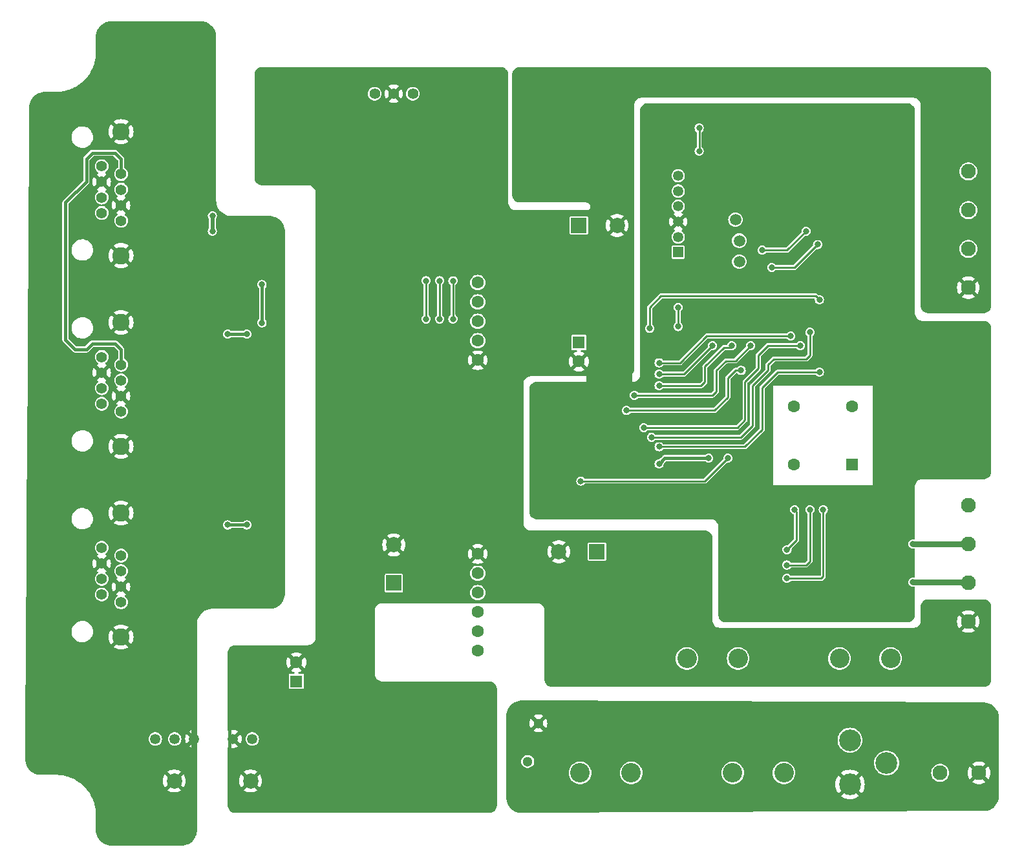
<source format=gbl>
G04 #@! TF.GenerationSoftware,KiCad,Pcbnew,7.0.8*
G04 #@! TF.CreationDate,2023-11-08T10:09:29+09:00*
G04 #@! TF.ProjectId,DMX512toWS2811,444d5835-3132-4746-9f57-53323831312e,rev?*
G04 #@! TF.SameCoordinates,Original*
G04 #@! TF.FileFunction,Copper,L2,Bot*
G04 #@! TF.FilePolarity,Positive*
%FSLAX46Y46*%
G04 Gerber Fmt 4.6, Leading zero omitted, Abs format (unit mm)*
G04 Created by KiCad (PCBNEW 7.0.8) date 2023-11-08 10:09:29*
%MOMM*%
%LPD*%
G01*
G04 APERTURE LIST*
G04 #@! TA.AperFunction,ComponentPad*
%ADD10R,1.600000X1.600000*%
G04 #@! TD*
G04 #@! TA.AperFunction,ComponentPad*
%ADD11C,1.600000*%
G04 #@! TD*
G04 #@! TA.AperFunction,ComponentPad*
%ADD12C,1.950000*%
G04 #@! TD*
G04 #@! TA.AperFunction,ComponentPad*
%ADD13C,1.400000*%
G04 #@! TD*
G04 #@! TA.AperFunction,ComponentPad*
%ADD14C,2.250000*%
G04 #@! TD*
G04 #@! TA.AperFunction,ComponentPad*
%ADD15R,2.000000X2.000000*%
G04 #@! TD*
G04 #@! TA.AperFunction,ComponentPad*
%ADD16C,2.000000*%
G04 #@! TD*
G04 #@! TA.AperFunction,ComponentPad*
%ADD17R,1.350000X1.350000*%
G04 #@! TD*
G04 #@! TA.AperFunction,ComponentPad*
%ADD18C,1.350000*%
G04 #@! TD*
G04 #@! TA.AperFunction,ComponentPad*
%ADD19C,1.500000*%
G04 #@! TD*
G04 #@! TA.AperFunction,ComponentPad*
%ADD20C,2.550000*%
G04 #@! TD*
G04 #@! TA.AperFunction,ComponentPad*
%ADD21C,1.349000*%
G04 #@! TD*
G04 #@! TA.AperFunction,ComponentPad*
%ADD22C,1.300000*%
G04 #@! TD*
G04 #@! TA.AperFunction,ComponentPad*
%ADD23C,2.850000*%
G04 #@! TD*
G04 #@! TA.AperFunction,ViaPad*
%ADD24C,0.800000*%
G04 #@! TD*
G04 #@! TA.AperFunction,Conductor*
%ADD25C,2.000000*%
G04 #@! TD*
G04 #@! TA.AperFunction,Conductor*
%ADD26C,0.250000*%
G04 #@! TD*
G04 #@! TA.AperFunction,Conductor*
%ADD27C,0.400000*%
G04 #@! TD*
G04 #@! TA.AperFunction,Conductor*
%ADD28C,0.500000*%
G04 #@! TD*
G04 #@! TA.AperFunction,Conductor*
%ADD29C,0.800000*%
G04 #@! TD*
G04 APERTURE END LIST*
D10*
G04 #@! TO.P,CA3,1*
G04 #@! TO.N,+5V*
X138500000Y-83067621D03*
D11*
G04 #@! TO.P,CA3,2*
G04 #@! TO.N,GND*
X138500000Y-85567621D03*
G04 #@! TD*
D12*
G04 #@! TO.P,CN4,1,1*
G04 #@! TO.N,/WS_SIG_OUT*
X189500000Y-65750000D03*
G04 #@! TO.P,CN4,2,2*
G04 #@! TO.N,/5V_OUT*
X189500000Y-60670000D03*
G04 #@! TD*
G04 #@! TO.P,CN7,1,1*
G04 #@! TO.N,GND*
X189500000Y-75910000D03*
G04 #@! TO.P,CN7,2,2*
G04 #@! TO.N,/OSRAM_SIG_OUT*
X189500000Y-70830000D03*
G04 #@! TD*
D13*
G04 #@! TO.P,J2,1,1*
G04 #@! TO.N,/DATA-(B)*
X76000000Y-85000000D03*
G04 #@! TO.P,J2,2,2*
G04 #@! TO.N,/DATA+(A)*
X78540000Y-86020000D03*
G04 #@! TO.P,J2,3,3*
G04 #@! TO.N,GND_ISO*
X76000000Y-87040000D03*
G04 #@! TO.P,J2,4,4*
G04 #@! TO.N,unconnected-(J2-Pad4)*
X78540000Y-88060000D03*
G04 #@! TO.P,J2,5,5*
G04 #@! TO.N,unconnected-(J2-Pad5)*
X76000000Y-89080000D03*
G04 #@! TO.P,J2,6,6*
G04 #@! TO.N,GND_ISO*
X78540000Y-90100000D03*
G04 #@! TO.P,J2,7,7*
G04 #@! TO.N,unconnected-(J2-Pad7)*
X76000000Y-91120000D03*
G04 #@! TO.P,J2,8,8*
G04 #@! TO.N,unconnected-(J2-Pad8)*
X78540000Y-92140000D03*
D14*
G04 #@! TO.P,J2,9,9*
G04 #@! TO.N,GND_ISO*
X78540000Y-80445000D03*
G04 #@! TO.P,J2,10,10*
X78540000Y-96695000D03*
G04 #@! TD*
D15*
G04 #@! TO.P,CA1,1*
G04 #@! TO.N,VDC*
X114250000Y-114617677D03*
D16*
G04 #@! TO.P,CA1,2*
G04 #@! TO.N,GND*
X114250000Y-109617677D03*
G04 #@! TD*
D10*
G04 #@! TO.P,X1,1,EN*
G04 #@! TO.N,unconnected-(X1-EN-Pad1)*
X174310000Y-99060000D03*
D11*
G04 #@! TO.P,X1,4,GND*
G04 #@! TO.N,GND*
X174310000Y-91440000D03*
G04 #@! TO.P,X1,5,OUT*
G04 #@! TO.N,Net-(IC5-RA7)*
X166690000Y-91440000D03*
G04 #@! TO.P,X1,8,Vcc*
G04 #@! TO.N,+5V*
X166690000Y-99060000D03*
G04 #@! TD*
D17*
G04 #@! TO.P,CN3,1,1*
G04 #@! TO.N,RESET*
X151500000Y-71250000D03*
D18*
G04 #@! TO.P,CN3,2,2*
G04 #@! TO.N,+5V*
X151500000Y-69250000D03*
G04 #@! TO.P,CN3,3,3*
G04 #@! TO.N,GND*
X151500000Y-67250000D03*
G04 #@! TO.P,CN3,4,4*
G04 #@! TO.N,ICSPDAT*
X151500000Y-65250000D03*
G04 #@! TO.P,CN3,5,5*
G04 #@! TO.N,ICSPCLK*
X151500000Y-63250000D03*
G04 #@! TO.P,CN3,6,6*
G04 #@! TO.N,unconnected-(CN3-Pad6)*
X151500000Y-61250000D03*
G04 #@! TD*
D19*
G04 #@! TO.P,TP3,1,1*
G04 #@! TO.N,Net-(IC5-RB5)*
X159000000Y-67000000D03*
G04 #@! TD*
D20*
G04 #@! TO.P,F1,1,1*
G04 #@! TO.N,+BATT*
X165350000Y-139500000D03*
G04 #@! TO.P,F1,2,2*
X158650000Y-139500000D03*
G04 #@! TD*
G04 #@! TO.P,F4,1,1*
G04 #@! TO.N,Net-(D8-A)*
X152650000Y-124500000D03*
G04 #@! TO.P,F4,2,2*
X159350000Y-124500000D03*
G04 #@! TD*
D12*
G04 #@! TO.P,CN6,1,1*
G04 #@! TO.N,GND*
X189500000Y-119660000D03*
G04 #@! TO.P,CN6,2,2*
G04 #@! TO.N,/D+_OUT*
X189500000Y-114580000D03*
G04 #@! TD*
D20*
G04 #@! TO.P,F2,1,1*
G04 #@! TO.N,Net-(FL3-B)*
X145350000Y-139500000D03*
G04 #@! TO.P,F2,2,2*
X138650000Y-139500000D03*
G04 #@! TD*
D21*
G04 #@! TO.P,PS1,1,+VIN*
G04 #@! TO.N,Net-(PS1-+VIN)*
X95727082Y-135049582D03*
G04 #@! TO.P,PS1,2,-VIN*
G04 #@! TO.N,GND*
X93187082Y-135049582D03*
G04 #@! TO.P,PS1,4,-VOUT*
G04 #@! TO.N,GND_ISO*
X88107082Y-135049582D03*
G04 #@! TO.P,PS1,5,NO_PIN*
G04 #@! TO.N,unconnected-(PS1-NO_PIN-Pad5)*
X85567082Y-135049582D03*
G04 #@! TO.P,PS1,6,+VOUT*
G04 #@! TO.N,+5V_ISO*
X83027082Y-135049582D03*
G04 #@! TD*
D16*
G04 #@! TO.P,C6,1*
G04 #@! TO.N,GND_ISO*
X85500000Y-140549582D03*
G04 #@! TO.P,C6,2*
G04 #@! TO.N,GND*
X95500000Y-140549582D03*
G04 #@! TD*
D12*
G04 #@! TO.P,CN1,1,1*
G04 #@! TO.N,+BATT*
X185810000Y-139500000D03*
G04 #@! TO.P,CN1,2,2*
G04 #@! TO.N,-BATT*
X190890000Y-139500000D03*
G04 #@! TD*
D13*
G04 #@! TO.P,J3,1,1*
G04 #@! TO.N,Net-(J3-Pad1)*
X76000000Y-110000000D03*
G04 #@! TO.P,J3,2,2*
G04 #@! TO.N,Net-(J3-Pad2)*
X78540000Y-111020000D03*
G04 #@! TO.P,J3,3,3*
G04 #@! TO.N,GND_ISO*
X76000000Y-112040000D03*
G04 #@! TO.P,J3,4,4*
G04 #@! TO.N,unconnected-(J3-Pad4)*
X78540000Y-113060000D03*
G04 #@! TO.P,J3,5,5*
G04 #@! TO.N,unconnected-(J3-Pad5)*
X76000000Y-114080000D03*
G04 #@! TO.P,J3,6,6*
G04 #@! TO.N,GND_ISO*
X78540000Y-115100000D03*
G04 #@! TO.P,J3,7,7*
G04 #@! TO.N,unconnected-(J3-Pad7)*
X76000000Y-116120000D03*
G04 #@! TO.P,J3,8,8*
G04 #@! TO.N,unconnected-(J3-Pad8)*
X78540000Y-117140000D03*
D14*
G04 #@! TO.P,J3,9,9*
G04 #@! TO.N,GND_ISO*
X78540000Y-105445000D03*
G04 #@! TO.P,J3,10,10*
X78540000Y-121695000D03*
G04 #@! TD*
D22*
G04 #@! TO.P,VA1,1,1*
G04 #@! TO.N,Net-(FL3-B)*
X131800000Y-138000000D03*
G04 #@! TO.P,VA1,2,2*
G04 #@! TO.N,-BATT*
X133200000Y-133000000D03*
G04 #@! TD*
D15*
G04 #@! TO.P,CA5,1*
G04 #@! TO.N,VDC*
X140867677Y-110500000D03*
D16*
G04 #@! TO.P,CA5,2*
G04 #@! TO.N,GND*
X135867677Y-110500000D03*
G04 #@! TD*
D15*
G04 #@! TO.P,CA4,1*
G04 #@! TO.N,+5V*
X138500000Y-67750000D03*
D16*
G04 #@! TO.P,CA4,2*
G04 #@! TO.N,GND*
X143500000Y-67750000D03*
G04 #@! TD*
D10*
G04 #@! TO.P,CA2,1*
G04 #@! TO.N,Net-(PS1-+VIN)*
X101500000Y-127500000D03*
D11*
G04 #@! TO.P,CA2,2*
G04 #@! TO.N,GND*
X101500000Y-125000000D03*
G04 #@! TD*
G04 #@! TO.P,PS2,1,+VOUT_1*
G04 #@! TO.N,+5V*
X125250000Y-75235000D03*
G04 #@! TO.P,PS2,2,+VOUT_2*
X125250000Y-77775000D03*
G04 #@! TO.P,PS2,3,+VOUT_3*
X125250000Y-80315000D03*
G04 #@! TO.P,PS2,4,+VOUT_4*
X125250000Y-82855000D03*
G04 #@! TO.P,PS2,5,COM_1*
G04 #@! TO.N,GND*
X125250000Y-85395000D03*
G04 #@! TO.P,PS2,6,COM_2*
X125250000Y-110795000D03*
G04 #@! TO.P,PS2,7,+VIN_1*
G04 #@! TO.N,VDC*
X125250000Y-113335000D03*
G04 #@! TO.P,PS2,8,+VIN_2*
X125250000Y-115875000D03*
G04 #@! TO.P,PS2,9,N.C.*
G04 #@! TO.N,unconnected-(PS2-N.C.-Pad9)*
X125250000Y-118415000D03*
G04 #@! TO.P,PS2,10,TRIM(OPTIONAL)*
G04 #@! TO.N,unconnected-(PS2-TRIM(OPTIONAL)-Pad10)*
X125250000Y-120955000D03*
G04 #@! TO.P,PS2,11,R.C.*
G04 #@! TO.N,unconnected-(PS2-R.C.-Pad11)*
X125250000Y-123495000D03*
G04 #@! TD*
D13*
G04 #@! TO.P,J1,1,1*
G04 #@! TO.N,/DATA-(B)*
X76000000Y-60000000D03*
G04 #@! TO.P,J1,2,2*
G04 #@! TO.N,/DATA+(A)*
X78540000Y-61020000D03*
G04 #@! TO.P,J1,3,3*
G04 #@! TO.N,GND_ISO*
X76000000Y-62040000D03*
G04 #@! TO.P,J1,4,4*
G04 #@! TO.N,unconnected-(J1-Pad4)*
X78540000Y-63060000D03*
G04 #@! TO.P,J1,5,5*
G04 #@! TO.N,unconnected-(J1-Pad5)*
X76000000Y-64080000D03*
G04 #@! TO.P,J1,6,6*
G04 #@! TO.N,GND_ISO*
X78540000Y-65100000D03*
G04 #@! TO.P,J1,7,7*
G04 #@! TO.N,unconnected-(J1-Pad7)*
X76000000Y-66120000D03*
G04 #@! TO.P,J1,8,8*
G04 #@! TO.N,unconnected-(J1-Pad8)*
X78540000Y-67140000D03*
D14*
G04 #@! TO.P,J1,9,9*
G04 #@! TO.N,GND_ISO*
X78540000Y-55445000D03*
G04 #@! TO.P,J1,10,10*
X78540000Y-71695000D03*
G04 #@! TD*
D19*
G04 #@! TO.P,TP1,1,1*
G04 #@! TO.N,Net-(IC5-RB3)*
X159500000Y-72500000D03*
G04 #@! TD*
D12*
G04 #@! TO.P,CN5,1,1*
G04 #@! TO.N,/D-_OUT*
X189500000Y-109500000D03*
G04 #@! TO.P,CN5,2,2*
G04 #@! TO.N,VPP*
X189500000Y-104420000D03*
G04 #@! TD*
D13*
G04 #@! TO.P,S2,1,NC*
G04 #@! TO.N,unconnected-(S2-NC-Pad1)*
X111750000Y-50500000D03*
G04 #@! TO.P,S2,2,COM*
G04 #@! TO.N,GND*
X114250000Y-50500000D03*
G04 #@! TO.P,S2,3,NO*
G04 #@! TO.N,Net-(S2-NO)*
X116750000Y-50500000D03*
G04 #@! TD*
D20*
G04 #@! TO.P,F7,1,1*
G04 #@! TO.N,VPP*
X179325000Y-124500000D03*
G04 #@! TO.P,F7,2,2*
X172625000Y-124500000D03*
G04 #@! TD*
D23*
G04 #@! TO.P,CN2,1,1*
G04 #@! TO.N,+BATT*
X174000000Y-135200000D03*
G04 #@! TO.P,CN2,2,2*
G04 #@! TO.N,-BATT*
X174000000Y-141000000D03*
G04 #@! TO.P,CN2,3,3*
G04 #@! TO.N,unconnected-(CN2-Pad3)*
X178800000Y-138200000D03*
G04 #@! TD*
D19*
G04 #@! TO.P,TP2,1,1*
G04 #@! TO.N,Net-(IC5-RB4)*
X159500000Y-69750000D03*
G04 #@! TD*
D24*
G04 #@! TO.N,GND*
X144500000Y-88750000D03*
X144500000Y-87000000D03*
X117000000Y-80750000D03*
X110500000Y-93250000D03*
X146250000Y-104500000D03*
X173250000Y-67000000D03*
X111250000Y-131750000D03*
X153000000Y-82500000D03*
X166250000Y-108000000D03*
X110000000Y-130500000D03*
X118000000Y-143250000D03*
X177250000Y-53250000D03*
X120000000Y-128750000D03*
X140500000Y-88750000D03*
X117500000Y-128750000D03*
X110750000Y-79500000D03*
X113750000Y-128750000D03*
X170250000Y-116000000D03*
X110500000Y-88750000D03*
X174500000Y-61750000D03*
X176500000Y-118250000D03*
X142500000Y-87000000D03*
X133500000Y-73250000D03*
X158000000Y-93000000D03*
X166500000Y-64000000D03*
X115000000Y-128750000D03*
X110000000Y-131750000D03*
X158500000Y-59750000D03*
X141500000Y-88750000D03*
X162750000Y-95750000D03*
X161750000Y-116000000D03*
X143500000Y-87000000D03*
X142500000Y-88750000D03*
X98400000Y-57750000D03*
X140500000Y-87000000D03*
X136500000Y-98250000D03*
X116250000Y-128750000D03*
X141500000Y-87000000D03*
X121000000Y-64750000D03*
X111250000Y-130500000D03*
X176500000Y-105750000D03*
X115500000Y-143250000D03*
X118750000Y-128750000D03*
X107500000Y-101500000D03*
X143500000Y-88750000D03*
X98400000Y-60250000D03*
X116750000Y-143250000D03*
X119250000Y-143250000D03*
G04 #@! TO.N,Net-(IC2-A)*
X95000000Y-107000000D03*
X92500000Y-107000000D03*
G04 #@! TO.N,GND_ISO*
X87425000Y-128299582D03*
X87425000Y-124049582D03*
X98250000Y-77250000D03*
X84250000Y-111250000D03*
X89000000Y-71000000D03*
X87425000Y-126299582D03*
X98250000Y-102250000D03*
X84250000Y-86250000D03*
X76250000Y-132812082D03*
G04 #@! TO.N,RESET*
X151500000Y-78500000D03*
X151500000Y-81000000D03*
G04 #@! TO.N,Net-(IC1-A)*
X92500000Y-82000000D03*
X95000000Y-82000000D03*
G04 #@! TO.N,Net-(IC1-RO)*
X90500000Y-66500000D03*
X90500000Y-68500000D03*
G04 #@! TO.N,Net-(IC2-DI)*
X97000000Y-75500000D03*
X97000000Y-80500000D03*
G04 #@! TO.N,-BATT*
X130750000Y-133000000D03*
X130750000Y-131500000D03*
X130750000Y-134500000D03*
G04 #@! TO.N,/D-_OUT*
X182250000Y-109500000D03*
G04 #@! TO.N,/D+_OUT*
X182250000Y-114500000D03*
G04 #@! TO.N,BAT_VOL*
X155500000Y-98250000D03*
X149000000Y-99000000D03*
G04 #@! TO.N,RST_SW*
X145750000Y-90000000D03*
X122000000Y-80000000D03*
X161000000Y-83500000D03*
X122000000Y-75000000D03*
G04 #@! TO.N,PSMODE_SW*
X149000000Y-85750000D03*
X118500000Y-80000000D03*
X166250000Y-82250000D03*
X118500000Y-75000000D03*
G04 #@! TO.N,OSIG_P*
X163750000Y-73250000D03*
X169750000Y-70250000D03*
G04 #@! TO.N,UART_RX*
X170000000Y-77500000D03*
X147750000Y-81250000D03*
X120250000Y-80000000D03*
X170500000Y-105000000D03*
X120250000Y-75000000D03*
X165750000Y-114000000D03*
G04 #@! TO.N,ISOPS_EN*
X144750000Y-92000000D03*
X159750000Y-86750000D03*
G04 #@! TO.N,PWR_LED*
X149000000Y-87250000D03*
X156000000Y-83500000D03*
G04 #@! TO.N,SIG_STS*
X149000000Y-88750000D03*
X158500000Y-83500000D03*
G04 #@! TO.N,PWM_B*
X149000000Y-96750000D03*
X170000000Y-87000000D03*
G04 #@! TO.N,PWM_G*
X148000000Y-95500000D03*
X168750000Y-81750000D03*
G04 #@! TO.N,PWM_R*
X167500000Y-83500000D03*
X147000000Y-94250000D03*
G04 #@! TO.N,485_DE*
X165750000Y-112250000D03*
X168750000Y-105000000D03*
G04 #@! TO.N,485_nRE*
X166750000Y-105000000D03*
X165750000Y-110250000D03*
G04 #@! TO.N,5VOUT_EN*
X154250000Y-58000000D03*
X154250000Y-55000000D03*
G04 #@! TO.N,DMXPORTOUT_EN*
X138750000Y-101250000D03*
X158000000Y-98250000D03*
G04 #@! TO.N,OSIG_N*
X162500000Y-71000000D03*
X168250000Y-68500000D03*
G04 #@! TD*
D25*
G04 #@! TO.N,GND*
X144500000Y-88750000D02*
X144500000Y-87000000D01*
X143500000Y-87000000D02*
X143500000Y-88750000D01*
X142500000Y-87000000D02*
X142500000Y-88750000D01*
X140500000Y-87000000D02*
X140500000Y-88750000D01*
D26*
X126500000Y-84000000D02*
X124250000Y-84000000D01*
D27*
X92750000Y-137799582D02*
X92750000Y-132750000D01*
X95500000Y-140549582D02*
X92750000Y-137799582D01*
D25*
X141500000Y-87000000D02*
X141500000Y-88750000D01*
D28*
X114250000Y-109617677D02*
X116632323Y-112000000D01*
D26*
X126500000Y-84000000D02*
X126500000Y-84145000D01*
X126500000Y-84145000D02*
X125250000Y-85395000D01*
D27*
G04 #@! TO.N,Net-(IC2-A)*
X92500000Y-107000000D02*
X95000000Y-107000000D01*
G04 #@! TO.N,/DATA+(A)*
X77750000Y-58250000D02*
X74750000Y-58250000D01*
X78540000Y-59040000D02*
X77750000Y-58250000D01*
X74000000Y-62000000D02*
X71250000Y-64750000D01*
X74750000Y-58250000D02*
X74000000Y-59000000D01*
X77790000Y-83250000D02*
X78540000Y-84000000D01*
X78540000Y-61020000D02*
X78540000Y-59040000D01*
X72500000Y-84000000D02*
X74000000Y-84000000D01*
X74750000Y-83250000D02*
X77790000Y-83250000D01*
X74000000Y-59000000D02*
X74000000Y-62000000D01*
X71250000Y-64750000D02*
X71250000Y-82750000D01*
X71250000Y-82750000D02*
X72500000Y-84000000D01*
X74000000Y-84000000D02*
X74750000Y-83250000D01*
X78540000Y-84000000D02*
X78540000Y-86020000D01*
D29*
G04 #@! TO.N,GND_ISO*
X88107082Y-135049582D02*
X88107082Y-136606664D01*
X88107082Y-133356664D02*
X88107082Y-135049582D01*
D26*
G04 #@! TO.N,RESET*
X151500000Y-78500000D02*
X151500000Y-81000000D01*
D27*
G04 #@! TO.N,Net-(IC1-A)*
X92500000Y-82000000D02*
X95000000Y-82000000D01*
D28*
G04 #@! TO.N,Net-(IC1-RO)*
X90500000Y-66500000D02*
X90500000Y-68500000D01*
D27*
G04 #@! TO.N,Net-(IC2-DI)*
X97000000Y-75500000D02*
X97000000Y-80500000D01*
D29*
G04 #@! TO.N,/D-_OUT*
X182250000Y-109500000D02*
X189500000Y-109500000D01*
G04 #@! TO.N,/D+_OUT*
X182250000Y-114500000D02*
X189420000Y-114500000D01*
X189420000Y-114500000D02*
X189500000Y-114580000D01*
D27*
G04 #@! TO.N,BAT_VOL*
X149000000Y-99000000D02*
X149750000Y-98250000D01*
X149750000Y-98250000D02*
X155500000Y-98250000D01*
D26*
G04 #@! TO.N,RST_SW*
X156000000Y-90000000D02*
X145750000Y-90000000D01*
X157750000Y-85500000D02*
X156500000Y-86750000D01*
X156500000Y-86750000D02*
X156500000Y-89500000D01*
X159000000Y-85500000D02*
X157750000Y-85500000D01*
X161000000Y-83500000D02*
X159000000Y-85500000D01*
X156500000Y-89500000D02*
X156000000Y-90000000D01*
X122000000Y-75000000D02*
X122000000Y-80000000D01*
G04 #@! TO.N,PSMODE_SW*
X151750000Y-85750000D02*
X149000000Y-85750000D01*
X166250000Y-82250000D02*
X155250000Y-82250000D01*
X118500000Y-75000000D02*
X118500000Y-80000000D01*
X155250000Y-82250000D02*
X151750000Y-85750000D01*
G04 #@! TO.N,OSIG_P*
X169750000Y-70250000D02*
X166750000Y-73250000D01*
X166750000Y-73250000D02*
X163750000Y-73250000D01*
G04 #@! TO.N,UART_RX*
X147750000Y-81250000D02*
X147750000Y-78500000D01*
X170500000Y-113750000D02*
X170250000Y-114000000D01*
X147750000Y-78500000D02*
X149250000Y-77000000D01*
X149250000Y-77000000D02*
X169500000Y-77000000D01*
X169500000Y-77000000D02*
X170000000Y-77500000D01*
X170250000Y-114000000D02*
X165750000Y-114000000D01*
X170500000Y-105000000D02*
X170500000Y-113750000D01*
X120250000Y-75000000D02*
X120250000Y-80000000D01*
G04 #@! TO.N,ISOPS_EN*
X159750000Y-86750000D02*
X159000000Y-86750000D01*
X159000000Y-86750000D02*
X158000000Y-87750000D01*
X156250000Y-92000000D02*
X144750000Y-92000000D01*
X158000000Y-90250000D02*
X156250000Y-92000000D01*
X158000000Y-87750000D02*
X158000000Y-90250000D01*
G04 #@! TO.N,PWR_LED*
X156000000Y-83500000D02*
X152250000Y-87250000D01*
X151750000Y-87250000D02*
X149000000Y-87250000D01*
X152250000Y-87250000D02*
X151750000Y-87250000D01*
G04 #@! TO.N,SIG_STS*
X154500000Y-88750000D02*
X149000000Y-88750000D01*
X157500000Y-83750000D02*
X155000000Y-86250000D01*
X155000000Y-88250000D02*
X154500000Y-88750000D01*
X155000000Y-86250000D02*
X155000000Y-88250000D01*
X158500000Y-83500000D02*
X158250000Y-83750000D01*
X158250000Y-83750000D02*
X157500000Y-83750000D01*
G04 #@! TO.N,PWM_B*
X162500000Y-89000000D02*
X164500000Y-87000000D01*
X164750000Y-87000000D02*
X170000000Y-87000000D01*
X162500000Y-94500000D02*
X162500000Y-89000000D01*
X160250000Y-96750000D02*
X162500000Y-94500000D01*
X164500000Y-87000000D02*
X164750000Y-87000000D01*
X149000000Y-96750000D02*
X160250000Y-96750000D01*
G04 #@! TO.N,PWM_G*
X159750000Y-95500000D02*
X161250000Y-94000000D01*
X161250000Y-94000000D02*
X161250000Y-88750000D01*
X163250000Y-86000000D02*
X164000000Y-85250000D01*
X168750000Y-84750000D02*
X168750000Y-81750000D01*
X163250000Y-86750000D02*
X163250000Y-86000000D01*
X161250000Y-88750000D02*
X163250000Y-86750000D01*
X148000000Y-95500000D02*
X159750000Y-95500000D01*
X164000000Y-85250000D02*
X168250000Y-85250000D01*
X168250000Y-85250000D02*
X168750000Y-84750000D01*
G04 #@! TO.N,PWM_R*
X162000000Y-86500000D02*
X162000000Y-84750000D01*
X163250000Y-83500000D02*
X167500000Y-83500000D01*
X162000000Y-84750000D02*
X163250000Y-83500000D01*
X147000000Y-94250000D02*
X159250000Y-94250000D01*
X160250000Y-88250000D02*
X162000000Y-86500000D01*
X159250000Y-94250000D02*
X160250000Y-93250000D01*
X160250000Y-93250000D02*
X160250000Y-88250000D01*
G04 #@! TO.N,485_DE*
X168250000Y-112250000D02*
X165750000Y-112250000D01*
X168750000Y-105000000D02*
X168750000Y-111750000D01*
X168750000Y-111750000D02*
X168250000Y-112250000D01*
G04 #@! TO.N,485_nRE*
X166975000Y-109025000D02*
X165750000Y-110250000D01*
X166975000Y-105225000D02*
X166975000Y-109025000D01*
X166750000Y-105000000D02*
X166975000Y-105225000D01*
G04 #@! TO.N,5VOUT_EN*
X154250000Y-55000000D02*
X154250000Y-58000000D01*
G04 #@! TO.N,DMXPORTOUT_EN*
X138750000Y-101250000D02*
X155000000Y-101250000D01*
X155000000Y-101250000D02*
X158000000Y-98250000D01*
G04 #@! TO.N,OSIG_N*
X165750000Y-71000000D02*
X162500000Y-71000000D01*
X168250000Y-68500000D02*
X165750000Y-71000000D01*
G04 #@! TD*
G04 #@! TA.AperFunction,Conductor*
G04 #@! TO.N,GND_ISO*
G36*
X89030751Y-41000548D02*
G01*
X89138984Y-41002478D01*
X89146700Y-41003100D01*
X89416897Y-41041948D01*
X89434184Y-41045708D01*
X89691313Y-41121209D01*
X89707887Y-41127391D01*
X89817159Y-41177293D01*
X89951659Y-41238717D01*
X89967173Y-41247188D01*
X90192628Y-41392080D01*
X90206787Y-41402679D01*
X90409317Y-41578172D01*
X90421827Y-41590682D01*
X90597320Y-41793212D01*
X90607921Y-41807374D01*
X90752808Y-42032821D01*
X90761284Y-42048345D01*
X90872608Y-42292112D01*
X90878791Y-42308688D01*
X90954290Y-42565814D01*
X90958051Y-42583102D01*
X90996899Y-42853299D01*
X90997521Y-42861024D01*
X91000000Y-43000000D01*
X91000000Y-64500000D01*
X91002547Y-64642854D01*
X91002547Y-64642857D01*
X91043209Y-64925669D01*
X91043211Y-64925679D01*
X91123708Y-65199826D01*
X91242393Y-65459710D01*
X91242402Y-65459726D01*
X91396872Y-65700085D01*
X91396878Y-65700092D01*
X91583976Y-65916017D01*
X91583980Y-65916021D01*
X91799907Y-66103121D01*
X91799914Y-66103127D01*
X92040273Y-66257597D01*
X92040289Y-66257606D01*
X92300173Y-66376291D01*
X92300177Y-66376292D01*
X92300179Y-66376293D01*
X92574326Y-66456790D01*
X92857139Y-66497452D01*
X93000000Y-66500000D01*
X97999999Y-66500000D01*
X98003585Y-66500063D01*
X98138984Y-66502478D01*
X98146700Y-66503100D01*
X98416897Y-66541948D01*
X98434184Y-66545708D01*
X98691313Y-66621209D01*
X98707887Y-66627391D01*
X98817159Y-66677293D01*
X98951659Y-66738717D01*
X98967173Y-66747188D01*
X99192628Y-66892080D01*
X99206783Y-66902676D01*
X99342760Y-67020500D01*
X99409317Y-67078172D01*
X99421827Y-67090682D01*
X99597320Y-67293212D01*
X99607921Y-67307374D01*
X99752808Y-67532821D01*
X99761284Y-67548345D01*
X99872608Y-67792112D01*
X99878791Y-67808688D01*
X99954290Y-68065814D01*
X99958051Y-68083102D01*
X99996899Y-68353299D01*
X99997521Y-68361024D01*
X100000000Y-68500000D01*
X100000000Y-116000000D01*
X99997521Y-116138975D01*
X99996899Y-116146700D01*
X99958051Y-116416897D01*
X99954290Y-116434185D01*
X99878791Y-116691311D01*
X99872608Y-116707887D01*
X99761284Y-116951654D01*
X99752805Y-116967183D01*
X99607922Y-117192624D01*
X99597320Y-117206787D01*
X99421827Y-117409317D01*
X99409317Y-117421827D01*
X99206787Y-117597320D01*
X99192624Y-117607922D01*
X98967183Y-117752805D01*
X98951654Y-117761284D01*
X98707887Y-117872608D01*
X98691311Y-117878791D01*
X98434185Y-117954290D01*
X98416897Y-117958051D01*
X98146700Y-117996899D01*
X98138975Y-117997521D01*
X98000000Y-118000000D01*
X90500000Y-118000000D01*
X90357145Y-118002547D01*
X90357142Y-118002547D01*
X90074330Y-118043209D01*
X90074320Y-118043211D01*
X89800173Y-118123708D01*
X89540289Y-118242393D01*
X89540273Y-118242402D01*
X89299914Y-118396872D01*
X89299907Y-118396878D01*
X89083980Y-118583978D01*
X89083978Y-118583980D01*
X88896878Y-118799907D01*
X88896872Y-118799914D01*
X88742402Y-119040273D01*
X88742393Y-119040289D01*
X88623708Y-119300173D01*
X88543211Y-119574320D01*
X88543209Y-119574330D01*
X88502547Y-119857142D01*
X88502547Y-119857145D01*
X88500000Y-120000000D01*
X88500000Y-133778859D01*
X88480315Y-133845898D01*
X88427511Y-133891653D01*
X88358353Y-133901597D01*
X88353215Y-133900748D01*
X88215913Y-133875082D01*
X87998251Y-133875082D01*
X87784285Y-133915079D01*
X87581320Y-133993707D01*
X87581313Y-133993711D01*
X87472277Y-134061222D01*
X87472276Y-134061223D01*
X88049570Y-134638517D01*
X87977241Y-134649974D01*
X87860111Y-134709655D01*
X87767155Y-134802611D01*
X87707474Y-134919741D01*
X87696017Y-134992071D01*
X87116424Y-134412478D01*
X87104223Y-134428638D01*
X87104222Y-134428639D01*
X87007202Y-134623482D01*
X86947633Y-134832848D01*
X86927550Y-135049581D01*
X86927550Y-135049582D01*
X86947633Y-135266315D01*
X87007202Y-135475681D01*
X87104225Y-135670528D01*
X87116425Y-135686684D01*
X87696017Y-135107092D01*
X87707474Y-135179423D01*
X87767155Y-135296553D01*
X87860111Y-135389509D01*
X87977241Y-135449190D01*
X88049569Y-135460645D01*
X87472276Y-136037939D01*
X87581318Y-136105455D01*
X87581320Y-136105456D01*
X87784285Y-136184084D01*
X87998251Y-136224082D01*
X88215912Y-136224082D01*
X88353214Y-136198415D01*
X88422729Y-136205446D01*
X88477408Y-136248943D01*
X88499891Y-136315097D01*
X88500000Y-136320304D01*
X88500000Y-147000000D01*
X88497521Y-147138975D01*
X88496899Y-147146700D01*
X88458051Y-147416897D01*
X88454290Y-147434185D01*
X88378791Y-147691311D01*
X88372608Y-147707887D01*
X88261284Y-147951654D01*
X88252805Y-147967183D01*
X88107922Y-148192624D01*
X88097320Y-148206787D01*
X87921827Y-148409317D01*
X87909317Y-148421827D01*
X87706787Y-148597320D01*
X87692624Y-148607922D01*
X87467183Y-148752805D01*
X87451654Y-148761284D01*
X87207887Y-148872608D01*
X87191311Y-148878791D01*
X86934185Y-148954290D01*
X86916897Y-148958051D01*
X86646700Y-148996899D01*
X86638975Y-148997521D01*
X86528034Y-148999500D01*
X77221966Y-148999500D01*
X77111024Y-148997521D01*
X77103299Y-148996899D01*
X76833102Y-148958051D01*
X76815814Y-148954290D01*
X76558688Y-148878791D01*
X76542112Y-148872608D01*
X76298345Y-148761284D01*
X76282821Y-148752808D01*
X76057374Y-148607921D01*
X76043212Y-148597320D01*
X75840682Y-148421827D01*
X75828172Y-148409317D01*
X75652679Y-148206787D01*
X75642077Y-148192624D01*
X75497188Y-147967173D01*
X75488715Y-147951654D01*
X75377391Y-147707887D01*
X75371208Y-147691311D01*
X75295709Y-147434185D01*
X75291948Y-147416897D01*
X75253100Y-147146700D01*
X75252478Y-147138984D01*
X75250000Y-147000000D01*
X75250000Y-145000000D01*
X75247502Y-144770889D01*
X75232520Y-144599645D01*
X75230022Y-144542434D01*
X75230022Y-144542432D01*
X75222546Y-144485650D01*
X75207565Y-144314411D01*
X75177717Y-144145135D01*
X75170241Y-144088347D01*
X75157846Y-144032439D01*
X75154723Y-144014730D01*
X75127996Y-143863151D01*
X75083507Y-143697121D01*
X75071111Y-143641200D01*
X75071110Y-143641199D01*
X75071109Y-143641191D01*
X75071109Y-143641192D01*
X75053886Y-143586571D01*
X75009401Y-143420550D01*
X75009402Y-143420550D01*
X74950608Y-143259016D01*
X74933386Y-143204394D01*
X74911472Y-143151490D01*
X74876343Y-143054974D01*
X74852680Y-142989958D01*
X74852680Y-142989959D01*
X74780036Y-142834174D01*
X74758119Y-142781262D01*
X74758119Y-142781260D01*
X74731666Y-142730444D01*
X74659026Y-142574667D01*
X74573078Y-142425801D01*
X74546633Y-142375000D01*
X74515861Y-142326697D01*
X74429914Y-142177833D01*
X74429913Y-142177832D01*
X74429911Y-142177828D01*
X74331313Y-142037016D01*
X74323304Y-142024444D01*
X74300548Y-141988724D01*
X74265684Y-141943289D01*
X74167089Y-141802480D01*
X74056597Y-141670801D01*
X74021733Y-141625365D01*
X73983039Y-141583138D01*
X73872550Y-141451462D01*
X73751013Y-141329925D01*
X73712317Y-141287695D01*
X73712313Y-141287692D01*
X73712311Y-141287689D01*
X73670074Y-141248986D01*
X73548538Y-141127450D01*
X73416861Y-141016960D01*
X73374635Y-140978267D01*
X73374631Y-140978264D01*
X73374629Y-140978262D01*
X73329198Y-140943402D01*
X73197521Y-140832911D01*
X73197521Y-140832912D01*
X73197520Y-140832911D01*
X73056706Y-140734312D01*
X73011276Y-140699452D01*
X72962975Y-140668681D01*
X72822166Y-140570085D01*
X72822167Y-140570086D01*
X72786662Y-140549587D01*
X83994859Y-140549587D01*
X84015385Y-140797311D01*
X84015387Y-140797320D01*
X84076412Y-141038299D01*
X84176266Y-141265946D01*
X84276564Y-141419464D01*
X85016923Y-140679105D01*
X85040507Y-140759426D01*
X85118239Y-140880380D01*
X85226900Y-140974534D01*
X85357685Y-141034262D01*
X85367466Y-141035668D01*
X84629942Y-141773191D01*
X84676768Y-141809637D01*
X84676770Y-141809638D01*
X84895385Y-141927946D01*
X84895396Y-141927951D01*
X85130506Y-142008665D01*
X85375707Y-142049582D01*
X85624293Y-142049582D01*
X85869493Y-142008665D01*
X86104603Y-141927951D01*
X86104614Y-141927946D01*
X86323228Y-141809639D01*
X86323231Y-141809637D01*
X86370056Y-141773191D01*
X85632533Y-141035668D01*
X85642315Y-141034262D01*
X85773100Y-140974534D01*
X85881761Y-140880380D01*
X85959493Y-140759426D01*
X85983076Y-140679106D01*
X86723434Y-141419464D01*
X86823731Y-141265951D01*
X86923587Y-141038299D01*
X86984612Y-140797320D01*
X86984614Y-140797311D01*
X87005141Y-140549587D01*
X87005141Y-140549576D01*
X86984614Y-140301852D01*
X86984612Y-140301843D01*
X86923587Y-140060864D01*
X86823731Y-139833212D01*
X86723434Y-139679698D01*
X85983076Y-140420057D01*
X85959493Y-140339738D01*
X85881761Y-140218784D01*
X85773100Y-140124630D01*
X85642315Y-140064902D01*
X85632534Y-140063495D01*
X86370057Y-139325972D01*
X86370056Y-139325971D01*
X86323229Y-139289525D01*
X86104614Y-139171217D01*
X86104603Y-139171212D01*
X85869493Y-139090498D01*
X85624293Y-139049582D01*
X85375707Y-139049582D01*
X85130506Y-139090498D01*
X84895396Y-139171212D01*
X84895390Y-139171214D01*
X84676761Y-139289531D01*
X84629942Y-139325970D01*
X84629942Y-139325972D01*
X85367466Y-140063495D01*
X85357685Y-140064902D01*
X85226900Y-140124630D01*
X85118239Y-140218784D01*
X85040507Y-140339738D01*
X85016923Y-140420057D01*
X84276564Y-139679698D01*
X84176267Y-139833214D01*
X84076412Y-140060864D01*
X84015387Y-140301843D01*
X84015385Y-140301852D01*
X83994859Y-140549576D01*
X83994859Y-140549587D01*
X72786662Y-140549587D01*
X72673303Y-140484138D01*
X72624999Y-140453366D01*
X72574198Y-140426921D01*
X72425333Y-140340974D01*
X72425333Y-140340973D01*
X72269554Y-140268333D01*
X72218753Y-140241887D01*
X72165825Y-140219962D01*
X72010051Y-140147325D01*
X72010052Y-140147325D01*
X72010045Y-140147322D01*
X71947399Y-140124520D01*
X71848519Y-140088530D01*
X71795614Y-140066617D01*
X71795610Y-140066615D01*
X71795606Y-140066614D01*
X71740983Y-140049391D01*
X71579458Y-139990601D01*
X71413429Y-139946113D01*
X71358800Y-139928889D01*
X71302877Y-139916491D01*
X71296913Y-139914893D01*
X71257982Y-139904461D01*
X71136849Y-139872004D01*
X71006224Y-139848971D01*
X70967573Y-139842156D01*
X70911653Y-139829759D01*
X70911649Y-139829758D01*
X70911648Y-139829758D01*
X70854864Y-139822282D01*
X70685591Y-139792435D01*
X70571429Y-139782447D01*
X70514349Y-139777453D01*
X70457568Y-139769978D01*
X70400354Y-139767479D01*
X70229114Y-139752498D01*
X70229115Y-139752498D01*
X70000000Y-139750000D01*
X68000000Y-139750000D01*
X67861024Y-139747521D01*
X67853299Y-139746899D01*
X67583102Y-139708051D01*
X67565814Y-139704290D01*
X67308688Y-139628791D01*
X67292112Y-139622608D01*
X67048345Y-139511284D01*
X67032821Y-139502808D01*
X66807374Y-139357921D01*
X66793212Y-139347320D01*
X66590682Y-139171827D01*
X66578172Y-139159317D01*
X66402679Y-138956787D01*
X66392077Y-138942624D01*
X66247188Y-138717173D01*
X66238715Y-138701654D01*
X66127391Y-138457887D01*
X66121208Y-138441311D01*
X66045709Y-138184185D01*
X66041948Y-138166897D01*
X66003100Y-137896700D01*
X66002478Y-137888984D01*
X66000500Y-137778032D01*
X66000500Y-137664500D01*
X66015792Y-135049582D01*
X82147262Y-135049582D01*
X82166488Y-135232508D01*
X82166489Y-135232510D01*
X82223323Y-135407431D01*
X82223326Y-135407437D01*
X82315293Y-135566727D01*
X82358164Y-135614340D01*
X82438362Y-135703411D01*
X82438369Y-135703417D01*
X82587167Y-135811525D01*
X82587172Y-135811528D01*
X82755197Y-135886339D01*
X82755200Y-135886339D01*
X82755203Y-135886341D01*
X82935116Y-135924582D01*
X83119048Y-135924582D01*
X83298961Y-135886341D01*
X83298964Y-135886339D01*
X83298966Y-135886339D01*
X83355566Y-135861138D01*
X83466992Y-135811528D01*
X83615796Y-135703416D01*
X83738871Y-135566727D01*
X83830838Y-135407437D01*
X83887676Y-135232507D01*
X83906902Y-135049582D01*
X84687262Y-135049582D01*
X84706488Y-135232508D01*
X84706489Y-135232510D01*
X84763323Y-135407431D01*
X84763326Y-135407437D01*
X84855293Y-135566727D01*
X84898164Y-135614340D01*
X84978362Y-135703411D01*
X84978369Y-135703417D01*
X85127167Y-135811525D01*
X85127172Y-135811528D01*
X85295197Y-135886339D01*
X85295200Y-135886339D01*
X85295203Y-135886341D01*
X85475116Y-135924582D01*
X85659048Y-135924582D01*
X85838961Y-135886341D01*
X85838964Y-135886339D01*
X85838966Y-135886339D01*
X85895566Y-135861138D01*
X86006992Y-135811528D01*
X86155796Y-135703416D01*
X86278871Y-135566727D01*
X86370838Y-135407437D01*
X86427676Y-135232507D01*
X86446902Y-135049582D01*
X86427676Y-134866657D01*
X86370838Y-134691727D01*
X86278871Y-134532437D01*
X86230666Y-134478900D01*
X86155801Y-134395752D01*
X86155794Y-134395746D01*
X86006996Y-134287638D01*
X86006991Y-134287635D01*
X85838966Y-134212824D01*
X85838958Y-134212822D01*
X85659048Y-134174582D01*
X85475116Y-134174582D01*
X85295205Y-134212822D01*
X85295197Y-134212824D01*
X85127172Y-134287635D01*
X85127167Y-134287638D01*
X84978369Y-134395746D01*
X84978362Y-134395752D01*
X84855292Y-134532438D01*
X84763326Y-134691726D01*
X84763323Y-134691732D01*
X84706489Y-134866653D01*
X84706488Y-134866655D01*
X84687262Y-135049582D01*
X83906902Y-135049582D01*
X83887676Y-134866657D01*
X83830838Y-134691727D01*
X83738871Y-134532437D01*
X83690666Y-134478900D01*
X83615801Y-134395752D01*
X83615794Y-134395746D01*
X83466996Y-134287638D01*
X83466991Y-134287635D01*
X83298966Y-134212824D01*
X83298958Y-134212822D01*
X83119048Y-134174582D01*
X82935116Y-134174582D01*
X82755205Y-134212822D01*
X82755197Y-134212824D01*
X82587172Y-134287635D01*
X82587167Y-134287638D01*
X82438369Y-134395746D01*
X82438362Y-134395752D01*
X82315292Y-134532438D01*
X82223326Y-134691726D01*
X82223323Y-134691732D01*
X82166489Y-134866653D01*
X82166488Y-134866655D01*
X82147262Y-135049582D01*
X66015792Y-135049582D01*
X66098477Y-120910346D01*
X72055702Y-120910346D01*
X72065819Y-121148528D01*
X72065819Y-121148532D01*
X72116045Y-121381580D01*
X72189299Y-121563877D01*
X72204936Y-121602790D01*
X72329931Y-121805795D01*
X72487436Y-121984755D01*
X72672920Y-122134523D01*
X72881046Y-122250790D01*
X72945166Y-122273445D01*
X73105829Y-122330211D01*
X73340790Y-122370499D01*
X73340798Y-122370499D01*
X73340800Y-122370500D01*
X73340801Y-122370500D01*
X73519502Y-122370500D01*
X73697536Y-122355347D01*
X73697539Y-122355346D01*
X73697541Y-122355346D01*
X73928249Y-122295275D01*
X74060973Y-122235279D01*
X74145480Y-122197080D01*
X74145481Y-122197078D01*
X74145486Y-122197077D01*
X74343003Y-122063579D01*
X74515118Y-121898621D01*
X74656879Y-121706947D01*
X74662903Y-121695000D01*
X76909975Y-121695000D01*
X76930042Y-121949989D01*
X76989752Y-122198702D01*
X77087634Y-122435012D01*
X77087636Y-122435015D01*
X77221275Y-122653095D01*
X77221286Y-122653110D01*
X77224533Y-122656911D01*
X77224535Y-122656911D01*
X77862804Y-122018642D01*
X77886059Y-122072553D01*
X77990756Y-122213185D01*
X78125062Y-122325882D01*
X78216665Y-122371886D01*
X77578087Y-123010464D01*
X77578087Y-123010465D01*
X77581888Y-123013712D01*
X77581898Y-123013719D01*
X77799984Y-123147363D01*
X77799987Y-123147365D01*
X78036297Y-123245247D01*
X78285011Y-123304957D01*
X78285010Y-123304957D01*
X78540000Y-123325024D01*
X78794989Y-123304957D01*
X79043702Y-123245247D01*
X79280012Y-123147365D01*
X79280015Y-123147363D01*
X79498103Y-123013719D01*
X79501912Y-123010464D01*
X78865945Y-122374498D01*
X78878891Y-122369787D01*
X79025373Y-122273445D01*
X79145688Y-122145918D01*
X79218446Y-122019894D01*
X79855464Y-122656912D01*
X79858719Y-122653103D01*
X79992363Y-122435015D01*
X79992365Y-122435012D01*
X80090247Y-122198702D01*
X80149957Y-121949989D01*
X80170024Y-121695000D01*
X80149957Y-121440010D01*
X80090247Y-121191297D01*
X79992365Y-120954987D01*
X79992363Y-120954984D01*
X79858719Y-120736898D01*
X79858712Y-120736888D01*
X79855465Y-120733087D01*
X79855464Y-120733087D01*
X79217195Y-121371356D01*
X79193941Y-121317447D01*
X79089244Y-121176815D01*
X78954938Y-121064118D01*
X78863334Y-121018112D01*
X79501911Y-120379535D01*
X79501911Y-120379533D01*
X79498110Y-120376286D01*
X79498095Y-120376275D01*
X79280015Y-120242636D01*
X79280012Y-120242634D01*
X79043702Y-120144752D01*
X78794988Y-120085042D01*
X78794989Y-120085042D01*
X78540000Y-120064975D01*
X78285010Y-120085042D01*
X78036297Y-120144752D01*
X77799987Y-120242634D01*
X77799984Y-120242636D01*
X77581897Y-120376280D01*
X77578087Y-120379534D01*
X78214054Y-121015501D01*
X78201109Y-121020213D01*
X78054627Y-121116555D01*
X77934312Y-121244082D01*
X77861552Y-121370105D01*
X77224534Y-120733087D01*
X77221280Y-120736897D01*
X77087636Y-120954984D01*
X77087634Y-120954987D01*
X76989752Y-121191297D01*
X76930042Y-121440010D01*
X76909975Y-121695000D01*
X74662903Y-121695000D01*
X74764207Y-121494074D01*
X74834016Y-121266123D01*
X74864298Y-121029654D01*
X74862419Y-120985432D01*
X74854180Y-120791471D01*
X74854180Y-120791467D01*
X74803954Y-120558419D01*
X74758748Y-120445920D01*
X74715064Y-120337210D01*
X74590069Y-120134205D01*
X74432564Y-119955245D01*
X74247080Y-119805477D01*
X74133130Y-119741820D01*
X74038955Y-119689210D01*
X73814170Y-119609788D01*
X73579209Y-119569500D01*
X73579200Y-119569500D01*
X73400503Y-119569500D01*
X73400498Y-119569500D01*
X73222463Y-119584652D01*
X72991751Y-119644724D01*
X72774519Y-119742919D01*
X72774511Y-119742924D01*
X72577006Y-119876413D01*
X72576997Y-119876421D01*
X72404881Y-120041379D01*
X72263123Y-120233050D01*
X72263120Y-120233054D01*
X72155796Y-120445920D01*
X72155793Y-120445926D01*
X72085983Y-120673878D01*
X72055702Y-120910346D01*
X66098477Y-120910346D01*
X66150351Y-112040000D01*
X74794859Y-112040000D01*
X74815378Y-112261439D01*
X74876240Y-112475350D01*
X74975369Y-112674428D01*
X74991137Y-112695308D01*
X74991138Y-112695308D01*
X75555550Y-112130896D01*
X75556327Y-112141265D01*
X75605887Y-112267541D01*
X75690465Y-112373599D01*
X75802547Y-112450016D01*
X75910299Y-112483253D01*
X75346672Y-113046879D01*
X75346672Y-113046880D01*
X75462821Y-113118797D01*
X75462825Y-113118799D01*
X75464659Y-113119510D01*
X75465408Y-113120086D01*
X75467955Y-113121354D01*
X75467706Y-113121852D01*
X75520062Y-113162081D01*
X75543654Y-113227847D01*
X75527946Y-113295928D01*
X75492755Y-113335456D01*
X75394127Y-113407113D01*
X75267466Y-113547785D01*
X75172821Y-113711715D01*
X75172818Y-113711722D01*
X75114327Y-113891740D01*
X75114326Y-113891744D01*
X75094540Y-114080000D01*
X75114326Y-114268256D01*
X75114327Y-114268259D01*
X75172818Y-114448277D01*
X75172821Y-114448284D01*
X75267467Y-114612216D01*
X75394129Y-114752888D01*
X75547265Y-114864148D01*
X75547270Y-114864151D01*
X75720192Y-114941142D01*
X75720197Y-114941144D01*
X75896933Y-114978710D01*
X75958415Y-115011902D01*
X75992191Y-115073065D01*
X75987539Y-115142780D01*
X75945934Y-115198912D01*
X75896933Y-115221290D01*
X75720197Y-115258855D01*
X75720192Y-115258857D01*
X75547270Y-115335848D01*
X75547265Y-115335851D01*
X75394129Y-115447111D01*
X75267466Y-115587785D01*
X75172821Y-115751715D01*
X75172818Y-115751722D01*
X75114327Y-115931740D01*
X75114326Y-115931744D01*
X75094540Y-116120000D01*
X75114326Y-116308256D01*
X75114327Y-116308259D01*
X75172818Y-116488277D01*
X75172821Y-116488284D01*
X75267467Y-116652216D01*
X75317594Y-116707887D01*
X75394129Y-116792888D01*
X75547265Y-116904148D01*
X75547270Y-116904151D01*
X75720192Y-116981142D01*
X75720197Y-116981144D01*
X75905354Y-117020500D01*
X75905355Y-117020500D01*
X76094644Y-117020500D01*
X76094646Y-117020500D01*
X76279803Y-116981144D01*
X76452730Y-116904151D01*
X76605871Y-116792888D01*
X76732533Y-116652216D01*
X76827179Y-116488284D01*
X76885674Y-116308256D01*
X76905460Y-116120000D01*
X76885674Y-115931744D01*
X76827179Y-115751716D01*
X76732533Y-115587784D01*
X76605871Y-115447112D01*
X76518647Y-115383740D01*
X76452734Y-115335851D01*
X76452729Y-115335848D01*
X76279807Y-115258857D01*
X76279802Y-115258855D01*
X76150515Y-115231375D01*
X76103065Y-115221289D01*
X76041584Y-115188098D01*
X76007808Y-115126935D01*
X76009605Y-115100000D01*
X77334859Y-115100000D01*
X77355378Y-115321439D01*
X77416240Y-115535350D01*
X77515369Y-115734428D01*
X77531137Y-115755308D01*
X77531138Y-115755308D01*
X78095550Y-115190896D01*
X78096327Y-115201265D01*
X78145887Y-115327541D01*
X78230465Y-115433599D01*
X78342547Y-115510016D01*
X78450299Y-115543253D01*
X77886672Y-116106879D01*
X77886672Y-116106880D01*
X78002821Y-116178797D01*
X78002825Y-116178799D01*
X78004659Y-116179510D01*
X78005408Y-116180086D01*
X78007955Y-116181354D01*
X78007706Y-116181852D01*
X78060062Y-116222081D01*
X78083654Y-116287847D01*
X78067946Y-116355928D01*
X78032755Y-116395456D01*
X77934127Y-116467113D01*
X77807466Y-116607785D01*
X77712821Y-116771715D01*
X77712818Y-116771722D01*
X77654355Y-116951654D01*
X77654326Y-116951744D01*
X77634540Y-117140000D01*
X77654326Y-117328256D01*
X77654327Y-117328259D01*
X77712818Y-117508277D01*
X77712821Y-117508284D01*
X77807467Y-117672216D01*
X77934129Y-117812888D01*
X78087265Y-117924148D01*
X78087270Y-117924151D01*
X78260192Y-118001142D01*
X78260197Y-118001144D01*
X78445354Y-118040500D01*
X78445355Y-118040500D01*
X78634644Y-118040500D01*
X78634646Y-118040500D01*
X78819803Y-118001144D01*
X78992730Y-117924151D01*
X79145871Y-117812888D01*
X79272533Y-117672216D01*
X79367179Y-117508284D01*
X79425674Y-117328256D01*
X79445460Y-117140000D01*
X79425674Y-116951744D01*
X79367179Y-116771716D01*
X79272533Y-116607784D01*
X79145871Y-116467112D01*
X79047245Y-116395456D01*
X79047244Y-116395455D01*
X79004578Y-116340125D01*
X78998599Y-116270512D01*
X79031205Y-116208717D01*
X79072171Y-116181607D01*
X79072045Y-116181353D01*
X79074111Y-116180324D01*
X79075349Y-116179505D01*
X79077180Y-116178795D01*
X79077181Y-116178795D01*
X79193326Y-116106879D01*
X78628232Y-115541784D01*
X78674138Y-115534865D01*
X78796357Y-115476007D01*
X78895798Y-115383740D01*
X78963625Y-115266260D01*
X78981499Y-115187946D01*
X79548861Y-115755308D01*
X79564631Y-115734425D01*
X79564633Y-115734422D01*
X79663759Y-115535350D01*
X79724621Y-115321439D01*
X79745141Y-115100000D01*
X79745141Y-115099999D01*
X79724621Y-114878560D01*
X79663759Y-114664649D01*
X79564635Y-114465580D01*
X79564630Y-114465572D01*
X79548860Y-114444690D01*
X78984449Y-115009101D01*
X78983673Y-114998735D01*
X78934113Y-114872459D01*
X78849535Y-114766401D01*
X78737453Y-114689984D01*
X78629700Y-114656747D01*
X79193327Y-114093119D01*
X79077178Y-114021202D01*
X79077174Y-114021200D01*
X79075331Y-114020486D01*
X79074577Y-114019907D01*
X79072045Y-114018646D01*
X79072291Y-114018150D01*
X79019931Y-113977911D01*
X78996344Y-113912143D01*
X79012058Y-113844063D01*
X79047240Y-113804546D01*
X79145871Y-113732888D01*
X79272533Y-113592216D01*
X79367179Y-113428284D01*
X79425674Y-113248256D01*
X79445460Y-113060000D01*
X79425674Y-112871744D01*
X79367179Y-112691716D01*
X79272533Y-112527784D01*
X79145871Y-112387112D01*
X79058647Y-112323740D01*
X78992734Y-112275851D01*
X78992729Y-112275848D01*
X78819807Y-112198857D01*
X78819802Y-112198855D01*
X78690515Y-112171375D01*
X78643065Y-112161289D01*
X78581584Y-112128098D01*
X78547808Y-112066935D01*
X78552460Y-111997220D01*
X78594064Y-111941088D01*
X78643064Y-111918710D01*
X78819803Y-111881144D01*
X78992730Y-111804151D01*
X79145871Y-111692888D01*
X79272533Y-111552216D01*
X79367179Y-111388284D01*
X79425674Y-111208256D01*
X79445460Y-111020000D01*
X79425674Y-110831744D01*
X79367179Y-110651716D01*
X79272533Y-110487784D01*
X79145871Y-110347112D01*
X79145870Y-110347111D01*
X78992734Y-110235851D01*
X78992729Y-110235848D01*
X78819807Y-110158857D01*
X78819802Y-110158855D01*
X78674001Y-110127865D01*
X78634646Y-110119500D01*
X78445354Y-110119500D01*
X78412897Y-110126398D01*
X78260197Y-110158855D01*
X78260192Y-110158857D01*
X78087270Y-110235848D01*
X78087265Y-110235851D01*
X77934129Y-110347111D01*
X77807466Y-110487785D01*
X77712821Y-110651715D01*
X77712818Y-110651722D01*
X77654327Y-110831740D01*
X77654326Y-110831744D01*
X77634540Y-111020000D01*
X77654326Y-111208256D01*
X77654327Y-111208259D01*
X77712818Y-111388277D01*
X77712821Y-111388284D01*
X77807467Y-111552216D01*
X77934129Y-111692888D01*
X78087265Y-111804148D01*
X78087270Y-111804151D01*
X78260192Y-111881142D01*
X78260197Y-111881144D01*
X78436933Y-111918710D01*
X78498415Y-111951902D01*
X78532191Y-112013065D01*
X78527539Y-112082780D01*
X78485934Y-112138912D01*
X78436933Y-112161290D01*
X78260197Y-112198855D01*
X78260192Y-112198857D01*
X78087270Y-112275848D01*
X78087265Y-112275851D01*
X77934129Y-112387111D01*
X77807466Y-112527785D01*
X77712821Y-112691715D01*
X77712818Y-112691722D01*
X77654327Y-112871740D01*
X77654326Y-112871744D01*
X77634540Y-113060000D01*
X77654326Y-113248256D01*
X77654327Y-113248259D01*
X77712818Y-113428277D01*
X77712821Y-113428284D01*
X77807467Y-113592216D01*
X77915065Y-113711715D01*
X77934129Y-113732888D01*
X78032754Y-113804543D01*
X78075420Y-113859873D01*
X78081399Y-113929486D01*
X78048794Y-113991281D01*
X78007833Y-114018392D01*
X78007959Y-114018644D01*
X78005915Y-114019661D01*
X78004673Y-114020484D01*
X78002830Y-114021197D01*
X78002823Y-114021201D01*
X77886671Y-114093119D01*
X78451768Y-114658215D01*
X78405862Y-114665135D01*
X78283643Y-114723993D01*
X78184202Y-114816260D01*
X78116375Y-114933740D01*
X78098500Y-115012053D01*
X77531138Y-114444691D01*
X77531137Y-114444691D01*
X77515368Y-114465574D01*
X77416240Y-114664649D01*
X77355378Y-114878560D01*
X77334859Y-115099999D01*
X77334859Y-115100000D01*
X76009605Y-115100000D01*
X76012460Y-115057220D01*
X76054064Y-115001088D01*
X76103064Y-114978710D01*
X76279803Y-114941144D01*
X76452730Y-114864151D01*
X76605871Y-114752888D01*
X76732533Y-114612216D01*
X76827179Y-114448284D01*
X76885674Y-114268256D01*
X76905460Y-114080000D01*
X76885674Y-113891744D01*
X76827179Y-113711716D01*
X76732533Y-113547784D01*
X76605871Y-113407112D01*
X76507245Y-113335456D01*
X76507244Y-113335455D01*
X76464578Y-113280125D01*
X76458599Y-113210512D01*
X76491205Y-113148717D01*
X76532171Y-113121607D01*
X76532045Y-113121353D01*
X76534111Y-113120324D01*
X76535349Y-113119505D01*
X76537180Y-113118795D01*
X76537181Y-113118795D01*
X76653326Y-113046879D01*
X76088232Y-112481784D01*
X76134138Y-112474865D01*
X76256357Y-112416007D01*
X76355798Y-112323740D01*
X76423625Y-112206260D01*
X76441499Y-112127946D01*
X77008861Y-112695308D01*
X77024631Y-112674425D01*
X77024633Y-112674422D01*
X77123759Y-112475350D01*
X77184621Y-112261439D01*
X77205141Y-112040000D01*
X77205141Y-112039999D01*
X77184621Y-111818560D01*
X77123759Y-111604649D01*
X77024635Y-111405580D01*
X77024630Y-111405572D01*
X77008860Y-111384690D01*
X76444449Y-111949101D01*
X76443673Y-111938735D01*
X76394113Y-111812459D01*
X76309535Y-111706401D01*
X76197453Y-111629984D01*
X76089700Y-111596747D01*
X76653327Y-111033119D01*
X76537178Y-110961202D01*
X76537174Y-110961200D01*
X76535331Y-110960486D01*
X76534577Y-110959907D01*
X76532045Y-110958646D01*
X76532291Y-110958150D01*
X76479931Y-110917911D01*
X76456344Y-110852143D01*
X76472058Y-110784063D01*
X76507240Y-110744546D01*
X76605871Y-110672888D01*
X76732533Y-110532216D01*
X76827179Y-110368284D01*
X76885674Y-110188256D01*
X76905460Y-110000000D01*
X76885674Y-109811744D01*
X76827179Y-109631716D01*
X76732533Y-109467784D01*
X76605871Y-109327112D01*
X76605870Y-109327111D01*
X76452734Y-109215851D01*
X76452729Y-109215848D01*
X76279807Y-109138857D01*
X76279802Y-109138855D01*
X76134001Y-109107865D01*
X76094646Y-109099500D01*
X75905354Y-109099500D01*
X75872897Y-109106398D01*
X75720197Y-109138855D01*
X75720192Y-109138857D01*
X75547270Y-109215848D01*
X75547265Y-109215851D01*
X75394129Y-109327111D01*
X75267466Y-109467785D01*
X75172821Y-109631715D01*
X75172818Y-109631722D01*
X75114327Y-109811740D01*
X75114326Y-109811744D01*
X75094540Y-110000000D01*
X75114326Y-110188256D01*
X75114327Y-110188259D01*
X75172818Y-110368277D01*
X75172821Y-110368284D01*
X75267467Y-110532216D01*
X75375065Y-110651715D01*
X75394129Y-110672888D01*
X75492754Y-110744543D01*
X75535420Y-110799873D01*
X75541399Y-110869486D01*
X75508794Y-110931281D01*
X75467833Y-110958392D01*
X75467959Y-110958644D01*
X75465915Y-110959661D01*
X75464673Y-110960484D01*
X75462830Y-110961197D01*
X75462823Y-110961201D01*
X75346671Y-111033119D01*
X75911768Y-111598215D01*
X75865862Y-111605135D01*
X75743643Y-111663993D01*
X75644202Y-111756260D01*
X75576375Y-111873740D01*
X75558500Y-111952053D01*
X74991138Y-111384691D01*
X74991137Y-111384691D01*
X74975368Y-111405574D01*
X74876240Y-111604649D01*
X74815378Y-111818560D01*
X74794859Y-112039999D01*
X74794859Y-112040000D01*
X66150351Y-112040000D01*
X66185027Y-106110346D01*
X72055702Y-106110346D01*
X72065819Y-106348528D01*
X72065819Y-106348532D01*
X72116045Y-106581580D01*
X72162490Y-106697160D01*
X72204936Y-106802790D01*
X72329931Y-107005795D01*
X72487436Y-107184755D01*
X72672920Y-107334523D01*
X72881046Y-107450790D01*
X73006951Y-107495275D01*
X73105829Y-107530211D01*
X73340790Y-107570499D01*
X73340798Y-107570499D01*
X73340800Y-107570500D01*
X73340801Y-107570500D01*
X73519502Y-107570500D01*
X73697536Y-107555347D01*
X73697539Y-107555346D01*
X73697541Y-107555346D01*
X73928249Y-107495275D01*
X74076453Y-107428282D01*
X74145480Y-107397080D01*
X74145481Y-107397078D01*
X74145486Y-107397077D01*
X74343003Y-107263579D01*
X74515118Y-107098621D01*
X74656879Y-106906947D01*
X74764207Y-106694074D01*
X74834016Y-106466123D01*
X74864298Y-106229654D01*
X74854180Y-105991468D01*
X74803954Y-105758419D01*
X74715064Y-105537210D01*
X74658288Y-105445000D01*
X76909975Y-105445000D01*
X76930042Y-105699989D01*
X76989752Y-105948702D01*
X77087634Y-106185012D01*
X77087636Y-106185015D01*
X77221275Y-106403095D01*
X77221286Y-106403110D01*
X77224533Y-106406911D01*
X77224535Y-106406911D01*
X77862804Y-105768642D01*
X77886059Y-105822553D01*
X77990756Y-105963185D01*
X78125062Y-106075882D01*
X78216665Y-106121886D01*
X77578087Y-106760464D01*
X77578087Y-106760465D01*
X77581888Y-106763712D01*
X77581898Y-106763719D01*
X77799984Y-106897363D01*
X77799987Y-106897365D01*
X78036297Y-106995247D01*
X78285011Y-107054957D01*
X78285010Y-107054957D01*
X78540000Y-107075024D01*
X78794989Y-107054957D01*
X79023900Y-107000001D01*
X91894318Y-107000001D01*
X91914955Y-107156760D01*
X91914956Y-107156762D01*
X91975464Y-107302841D01*
X92071718Y-107428282D01*
X92197159Y-107524536D01*
X92343238Y-107585044D01*
X92421619Y-107595363D01*
X92499999Y-107605682D01*
X92500000Y-107605682D01*
X92500001Y-107605682D01*
X92552254Y-107598802D01*
X92656762Y-107585044D01*
X92802841Y-107524536D01*
X92928282Y-107428282D01*
X92928283Y-107428279D01*
X92931093Y-107426124D01*
X92996263Y-107400930D01*
X93006580Y-107400500D01*
X94493420Y-107400500D01*
X94560459Y-107420185D01*
X94568907Y-107426124D01*
X94571716Y-107428279D01*
X94571718Y-107428282D01*
X94697159Y-107524536D01*
X94843238Y-107585044D01*
X94921619Y-107595363D01*
X94999999Y-107605682D01*
X95000000Y-107605682D01*
X95000001Y-107605682D01*
X95052254Y-107598802D01*
X95156762Y-107585044D01*
X95302841Y-107524536D01*
X95428282Y-107428282D01*
X95524536Y-107302841D01*
X95585044Y-107156762D01*
X95605682Y-107000000D01*
X95605056Y-106995247D01*
X95585044Y-106843239D01*
X95585044Y-106843238D01*
X95524536Y-106697159D01*
X95428282Y-106571718D01*
X95302841Y-106475464D01*
X95156762Y-106414956D01*
X95156760Y-106414955D01*
X95000001Y-106394318D01*
X94999999Y-106394318D01*
X94843239Y-106414955D01*
X94843237Y-106414956D01*
X94697160Y-106475463D01*
X94697159Y-106475464D01*
X94571718Y-106571718D01*
X94571716Y-106571720D01*
X94568907Y-106573876D01*
X94503737Y-106599070D01*
X94493420Y-106599500D01*
X93006580Y-106599500D01*
X92939541Y-106579815D01*
X92931093Y-106573876D01*
X92928283Y-106571720D01*
X92928282Y-106571718D01*
X92802841Y-106475464D01*
X92656762Y-106414956D01*
X92656760Y-106414955D01*
X92500001Y-106394318D01*
X92499999Y-106394318D01*
X92343239Y-106414955D01*
X92343237Y-106414956D01*
X92197160Y-106475463D01*
X92071718Y-106571718D01*
X91975463Y-106697160D01*
X91914956Y-106843237D01*
X91914955Y-106843239D01*
X91894318Y-106999998D01*
X91894318Y-107000001D01*
X79023900Y-107000001D01*
X79043702Y-106995247D01*
X79280012Y-106897365D01*
X79280015Y-106897363D01*
X79498103Y-106763719D01*
X79501912Y-106760464D01*
X78865945Y-106124498D01*
X78878891Y-106119787D01*
X79025373Y-106023445D01*
X79145688Y-105895918D01*
X79218446Y-105769894D01*
X79855464Y-106406912D01*
X79858719Y-106403103D01*
X79992363Y-106185015D01*
X79992365Y-106185012D01*
X80090247Y-105948702D01*
X80149957Y-105699989D01*
X80170024Y-105445000D01*
X80149957Y-105190010D01*
X80090247Y-104941297D01*
X79992365Y-104704987D01*
X79992363Y-104704984D01*
X79858719Y-104486898D01*
X79858712Y-104486888D01*
X79855465Y-104483087D01*
X79855464Y-104483087D01*
X79217195Y-105121356D01*
X79193941Y-105067447D01*
X79089244Y-104926815D01*
X78954938Y-104814118D01*
X78863334Y-104768112D01*
X79501911Y-104129535D01*
X79501911Y-104129533D01*
X79498110Y-104126286D01*
X79498095Y-104126275D01*
X79280015Y-103992636D01*
X79280012Y-103992634D01*
X79043702Y-103894752D01*
X78794988Y-103835042D01*
X78794989Y-103835042D01*
X78540000Y-103814975D01*
X78285010Y-103835042D01*
X78036297Y-103894752D01*
X77799987Y-103992634D01*
X77799984Y-103992636D01*
X77581897Y-104126280D01*
X77578087Y-104129534D01*
X78214054Y-104765501D01*
X78201109Y-104770213D01*
X78054627Y-104866555D01*
X77934312Y-104994082D01*
X77861552Y-105120105D01*
X77224534Y-104483087D01*
X77221280Y-104486897D01*
X77087636Y-104704984D01*
X77087634Y-104704987D01*
X76989752Y-104941297D01*
X76930042Y-105190010D01*
X76909975Y-105445000D01*
X74658288Y-105445000D01*
X74590069Y-105334205D01*
X74432564Y-105155245D01*
X74247080Y-105005477D01*
X74106270Y-104926815D01*
X74038955Y-104889210D01*
X73814170Y-104809788D01*
X73579209Y-104769500D01*
X73579200Y-104769500D01*
X73400503Y-104769500D01*
X73400498Y-104769500D01*
X73222463Y-104784652D01*
X72991751Y-104844724D01*
X72774519Y-104942919D01*
X72774511Y-104942924D01*
X72577006Y-105076413D01*
X72576997Y-105076421D01*
X72404881Y-105241379D01*
X72263123Y-105433050D01*
X72263120Y-105433054D01*
X72155796Y-105645920D01*
X72155793Y-105645926D01*
X72085983Y-105873878D01*
X72055702Y-106110346D01*
X66185027Y-106110346D01*
X66244676Y-95910346D01*
X72055702Y-95910346D01*
X72065819Y-96148528D01*
X72065819Y-96148532D01*
X72116045Y-96381580D01*
X72189299Y-96563877D01*
X72204936Y-96602790D01*
X72329931Y-96805795D01*
X72487436Y-96984755D01*
X72672920Y-97134523D01*
X72881046Y-97250790D01*
X72945166Y-97273445D01*
X73105829Y-97330211D01*
X73340790Y-97370499D01*
X73340798Y-97370499D01*
X73340800Y-97370500D01*
X73340801Y-97370500D01*
X73519502Y-97370500D01*
X73697536Y-97355347D01*
X73697539Y-97355346D01*
X73697541Y-97355346D01*
X73928249Y-97295275D01*
X74060973Y-97235279D01*
X74145480Y-97197080D01*
X74145481Y-97197078D01*
X74145486Y-97197077D01*
X74343003Y-97063579D01*
X74515118Y-96898621D01*
X74656879Y-96706947D01*
X74662903Y-96695000D01*
X76909975Y-96695000D01*
X76930042Y-96949989D01*
X76989752Y-97198702D01*
X77087634Y-97435012D01*
X77087636Y-97435015D01*
X77221275Y-97653095D01*
X77221286Y-97653110D01*
X77224533Y-97656911D01*
X77224535Y-97656911D01*
X77862804Y-97018642D01*
X77886059Y-97072553D01*
X77990756Y-97213185D01*
X78125062Y-97325882D01*
X78216665Y-97371886D01*
X77578087Y-98010464D01*
X77578087Y-98010465D01*
X77581888Y-98013712D01*
X77581898Y-98013719D01*
X77799984Y-98147363D01*
X77799987Y-98147365D01*
X78036297Y-98245247D01*
X78285011Y-98304957D01*
X78285010Y-98304957D01*
X78540000Y-98325024D01*
X78794989Y-98304957D01*
X79043702Y-98245247D01*
X79280012Y-98147365D01*
X79280015Y-98147363D01*
X79498103Y-98013719D01*
X79501912Y-98010464D01*
X78865945Y-97374498D01*
X78878891Y-97369787D01*
X79025373Y-97273445D01*
X79145688Y-97145918D01*
X79218446Y-97019894D01*
X79855464Y-97656912D01*
X79858719Y-97653103D01*
X79992363Y-97435015D01*
X79992365Y-97435012D01*
X80090247Y-97198702D01*
X80149957Y-96949989D01*
X80170024Y-96695000D01*
X80149957Y-96440010D01*
X80090247Y-96191297D01*
X79992365Y-95954987D01*
X79992363Y-95954984D01*
X79858719Y-95736898D01*
X79858712Y-95736888D01*
X79855465Y-95733087D01*
X79855464Y-95733087D01*
X79217195Y-96371356D01*
X79193941Y-96317447D01*
X79089244Y-96176815D01*
X78954938Y-96064118D01*
X78863334Y-96018112D01*
X79501911Y-95379535D01*
X79501911Y-95379533D01*
X79498110Y-95376286D01*
X79498095Y-95376275D01*
X79280015Y-95242636D01*
X79280012Y-95242634D01*
X79043702Y-95144752D01*
X78794988Y-95085042D01*
X78794989Y-95085042D01*
X78540000Y-95064975D01*
X78285010Y-95085042D01*
X78036297Y-95144752D01*
X77799987Y-95242634D01*
X77799984Y-95242636D01*
X77581897Y-95376280D01*
X77578087Y-95379534D01*
X78214054Y-96015501D01*
X78201109Y-96020213D01*
X78054627Y-96116555D01*
X77934312Y-96244082D01*
X77861552Y-96370105D01*
X77224534Y-95733087D01*
X77221280Y-95736897D01*
X77087636Y-95954984D01*
X77087634Y-95954987D01*
X76989752Y-96191297D01*
X76930042Y-96440010D01*
X76909975Y-96695000D01*
X74662903Y-96695000D01*
X74764207Y-96494074D01*
X74834016Y-96266123D01*
X74864298Y-96029654D01*
X74862419Y-95985432D01*
X74854180Y-95791471D01*
X74854180Y-95791467D01*
X74803954Y-95558419D01*
X74758748Y-95445920D01*
X74715064Y-95337210D01*
X74590069Y-95134205D01*
X74432564Y-94955245D01*
X74247080Y-94805477D01*
X74133130Y-94741820D01*
X74038955Y-94689210D01*
X73814170Y-94609788D01*
X73579209Y-94569500D01*
X73579200Y-94569500D01*
X73400503Y-94569500D01*
X73400498Y-94569500D01*
X73222463Y-94584652D01*
X72991751Y-94644724D01*
X72774519Y-94742919D01*
X72774511Y-94742924D01*
X72577006Y-94876413D01*
X72576997Y-94876421D01*
X72404881Y-95041379D01*
X72263123Y-95233050D01*
X72263120Y-95233054D01*
X72155796Y-95445920D01*
X72155793Y-95445926D01*
X72085983Y-95673878D01*
X72055702Y-95910346D01*
X66244676Y-95910346D01*
X66296549Y-87040000D01*
X74794859Y-87040000D01*
X74815378Y-87261439D01*
X74876240Y-87475350D01*
X74975369Y-87674428D01*
X74991137Y-87695308D01*
X74991138Y-87695308D01*
X75555550Y-87130896D01*
X75556327Y-87141265D01*
X75605887Y-87267541D01*
X75690465Y-87373599D01*
X75802547Y-87450016D01*
X75910299Y-87483253D01*
X75346672Y-88046879D01*
X75346672Y-88046880D01*
X75462821Y-88118797D01*
X75462825Y-88118799D01*
X75464659Y-88119510D01*
X75465408Y-88120086D01*
X75467955Y-88121354D01*
X75467706Y-88121852D01*
X75520062Y-88162081D01*
X75543654Y-88227847D01*
X75527946Y-88295928D01*
X75492755Y-88335456D01*
X75394127Y-88407113D01*
X75267466Y-88547785D01*
X75172821Y-88711715D01*
X75172818Y-88711722D01*
X75114327Y-88891740D01*
X75114326Y-88891744D01*
X75094540Y-89080000D01*
X75114326Y-89268256D01*
X75114327Y-89268259D01*
X75172818Y-89448277D01*
X75172821Y-89448284D01*
X75267467Y-89612216D01*
X75394129Y-89752888D01*
X75547265Y-89864148D01*
X75547270Y-89864151D01*
X75720192Y-89941142D01*
X75720197Y-89941144D01*
X75896933Y-89978710D01*
X75958415Y-90011902D01*
X75992191Y-90073065D01*
X75987539Y-90142780D01*
X75945934Y-90198912D01*
X75896933Y-90221290D01*
X75720197Y-90258855D01*
X75720192Y-90258857D01*
X75547270Y-90335848D01*
X75547265Y-90335851D01*
X75394129Y-90447111D01*
X75267466Y-90587785D01*
X75172821Y-90751715D01*
X75172818Y-90751722D01*
X75114327Y-90931740D01*
X75114326Y-90931744D01*
X75094540Y-91120000D01*
X75114326Y-91308256D01*
X75114327Y-91308259D01*
X75172818Y-91488277D01*
X75172821Y-91488284D01*
X75267467Y-91652216D01*
X75375065Y-91771715D01*
X75394129Y-91792888D01*
X75547265Y-91904148D01*
X75547270Y-91904151D01*
X75720192Y-91981142D01*
X75720197Y-91981144D01*
X75905354Y-92020500D01*
X75905355Y-92020500D01*
X76094644Y-92020500D01*
X76094646Y-92020500D01*
X76279803Y-91981144D01*
X76452730Y-91904151D01*
X76605871Y-91792888D01*
X76732533Y-91652216D01*
X76827179Y-91488284D01*
X76885674Y-91308256D01*
X76905460Y-91120000D01*
X76885674Y-90931744D01*
X76827179Y-90751716D01*
X76732533Y-90587784D01*
X76605871Y-90447112D01*
X76518647Y-90383740D01*
X76452734Y-90335851D01*
X76452729Y-90335848D01*
X76279807Y-90258857D01*
X76279802Y-90258855D01*
X76150515Y-90231375D01*
X76103065Y-90221289D01*
X76041584Y-90188098D01*
X76007808Y-90126935D01*
X76012460Y-90057220D01*
X76054064Y-90001088D01*
X76103064Y-89978710D01*
X76279803Y-89941144D01*
X76452730Y-89864151D01*
X76605871Y-89752888D01*
X76732533Y-89612216D01*
X76827179Y-89448284D01*
X76885674Y-89268256D01*
X76905460Y-89080000D01*
X76885674Y-88891744D01*
X76827179Y-88711716D01*
X76732533Y-88547784D01*
X76605871Y-88407112D01*
X76507245Y-88335456D01*
X76507244Y-88335455D01*
X76464578Y-88280125D01*
X76458599Y-88210512D01*
X76491205Y-88148717D01*
X76532171Y-88121607D01*
X76532045Y-88121353D01*
X76534111Y-88120324D01*
X76535349Y-88119505D01*
X76537180Y-88118795D01*
X76537181Y-88118795D01*
X76653326Y-88046879D01*
X76088232Y-87481784D01*
X76134138Y-87474865D01*
X76256357Y-87416007D01*
X76355798Y-87323740D01*
X76423625Y-87206260D01*
X76441499Y-87127946D01*
X77008861Y-87695308D01*
X77024631Y-87674425D01*
X77024633Y-87674422D01*
X77123759Y-87475350D01*
X77184621Y-87261439D01*
X77205141Y-87040000D01*
X77205141Y-87039999D01*
X77184621Y-86818560D01*
X77123759Y-86604649D01*
X77024635Y-86405580D01*
X77024630Y-86405572D01*
X77008860Y-86384690D01*
X76444449Y-86949101D01*
X76443673Y-86938735D01*
X76394113Y-86812459D01*
X76309535Y-86706401D01*
X76197453Y-86629984D01*
X76089700Y-86596747D01*
X76653327Y-86033119D01*
X76537178Y-85961202D01*
X76537174Y-85961200D01*
X76535331Y-85960486D01*
X76534577Y-85959907D01*
X76532045Y-85958646D01*
X76532291Y-85958150D01*
X76479931Y-85917911D01*
X76456344Y-85852143D01*
X76472058Y-85784063D01*
X76507240Y-85744546D01*
X76605871Y-85672888D01*
X76732533Y-85532216D01*
X76827179Y-85368284D01*
X76885674Y-85188256D01*
X76905460Y-85000000D01*
X76885674Y-84811744D01*
X76827179Y-84631716D01*
X76732533Y-84467784D01*
X76605871Y-84327112D01*
X76605870Y-84327111D01*
X76452734Y-84215851D01*
X76452729Y-84215848D01*
X76279807Y-84138857D01*
X76279802Y-84138855D01*
X76134001Y-84107865D01*
X76094646Y-84099500D01*
X75905354Y-84099500D01*
X75872897Y-84106398D01*
X75720197Y-84138855D01*
X75720192Y-84138857D01*
X75547270Y-84215848D01*
X75547265Y-84215851D01*
X75394129Y-84327111D01*
X75267466Y-84467785D01*
X75172821Y-84631715D01*
X75172818Y-84631722D01*
X75114327Y-84811740D01*
X75114326Y-84811744D01*
X75094540Y-85000000D01*
X75114326Y-85188256D01*
X75114327Y-85188259D01*
X75172818Y-85368277D01*
X75172821Y-85368284D01*
X75267467Y-85532216D01*
X75375065Y-85651715D01*
X75394129Y-85672888D01*
X75492754Y-85744543D01*
X75535420Y-85799873D01*
X75541399Y-85869486D01*
X75508794Y-85931281D01*
X75467833Y-85958392D01*
X75467959Y-85958644D01*
X75465915Y-85959661D01*
X75464673Y-85960484D01*
X75462830Y-85961197D01*
X75462823Y-85961201D01*
X75346671Y-86033119D01*
X75911768Y-86598215D01*
X75865862Y-86605135D01*
X75743643Y-86663993D01*
X75644202Y-86756260D01*
X75576375Y-86873740D01*
X75558500Y-86952053D01*
X74991138Y-86384691D01*
X74991137Y-86384691D01*
X74975368Y-86405574D01*
X74876240Y-86604649D01*
X74815378Y-86818560D01*
X74794859Y-87039999D01*
X74794859Y-87040000D01*
X66296549Y-87040000D01*
X66321266Y-82813429D01*
X70849500Y-82813429D01*
X70849501Y-82813439D01*
X70856346Y-82834507D01*
X70860887Y-82853418D01*
X70864354Y-82875304D01*
X70864355Y-82875307D01*
X70874412Y-82895045D01*
X70881857Y-82913018D01*
X70888704Y-82934090D01*
X70901726Y-82952014D01*
X70911890Y-82968600D01*
X70921950Y-82988342D01*
X70942864Y-83009256D01*
X70942893Y-83009287D01*
X72240986Y-84307380D01*
X72241006Y-84307398D01*
X72261658Y-84328050D01*
X72281390Y-84338104D01*
X72281394Y-84338106D01*
X72297982Y-84348271D01*
X72315910Y-84361296D01*
X72336979Y-84368141D01*
X72354958Y-84375588D01*
X72374696Y-84385646D01*
X72396578Y-84389111D01*
X72415491Y-84393652D01*
X72436567Y-84400500D01*
X72436568Y-84400500D01*
X74063431Y-84400500D01*
X74063433Y-84400500D01*
X74084501Y-84393654D01*
X74103417Y-84389112D01*
X74125304Y-84385646D01*
X74145044Y-84375586D01*
X74163011Y-84368144D01*
X74184090Y-84361296D01*
X74202026Y-84348263D01*
X74218588Y-84338114D01*
X74238342Y-84328050D01*
X74253834Y-84312557D01*
X74253841Y-84312552D01*
X74879573Y-83686819D01*
X74940896Y-83653334D01*
X74967254Y-83650500D01*
X77572745Y-83650500D01*
X77639784Y-83670185D01*
X77660426Y-83686819D01*
X78103181Y-84129573D01*
X78136666Y-84190896D01*
X78139500Y-84217254D01*
X78139500Y-85134720D01*
X78119815Y-85201759D01*
X78088385Y-85235038D01*
X77934129Y-85347111D01*
X77807466Y-85487785D01*
X77712821Y-85651715D01*
X77712818Y-85651722D01*
X77654327Y-85831740D01*
X77654326Y-85831744D01*
X77634540Y-86020000D01*
X77654326Y-86208256D01*
X77654327Y-86208259D01*
X77712818Y-86388277D01*
X77712821Y-86388284D01*
X77807467Y-86552216D01*
X77934129Y-86692888D01*
X78087265Y-86804148D01*
X78087270Y-86804151D01*
X78260192Y-86881142D01*
X78260197Y-86881144D01*
X78436933Y-86918710D01*
X78498415Y-86951902D01*
X78532191Y-87013065D01*
X78527539Y-87082780D01*
X78485934Y-87138912D01*
X78436933Y-87161290D01*
X78260197Y-87198855D01*
X78260192Y-87198857D01*
X78087270Y-87275848D01*
X78087265Y-87275851D01*
X77934129Y-87387111D01*
X77807466Y-87527785D01*
X77712821Y-87691715D01*
X77712818Y-87691722D01*
X77654327Y-87871740D01*
X77654326Y-87871744D01*
X77634540Y-88060000D01*
X77654326Y-88248256D01*
X77654327Y-88248259D01*
X77712818Y-88428277D01*
X77712821Y-88428284D01*
X77807467Y-88592216D01*
X77915065Y-88711715D01*
X77934129Y-88732888D01*
X78032754Y-88804543D01*
X78075420Y-88859873D01*
X78081399Y-88929486D01*
X78048794Y-88991281D01*
X78007833Y-89018392D01*
X78007959Y-89018644D01*
X78005915Y-89019661D01*
X78004673Y-89020484D01*
X78002830Y-89021197D01*
X78002823Y-89021201D01*
X77886671Y-89093119D01*
X78451768Y-89658215D01*
X78405862Y-89665135D01*
X78283643Y-89723993D01*
X78184202Y-89816260D01*
X78116375Y-89933740D01*
X78098500Y-90012053D01*
X77531138Y-89444691D01*
X77531137Y-89444691D01*
X77515368Y-89465574D01*
X77416240Y-89664649D01*
X77355378Y-89878560D01*
X77334859Y-90099999D01*
X77334859Y-90100000D01*
X77355378Y-90321439D01*
X77416240Y-90535350D01*
X77515369Y-90734428D01*
X77531137Y-90755308D01*
X77531138Y-90755308D01*
X78095550Y-90190896D01*
X78096327Y-90201265D01*
X78145887Y-90327541D01*
X78230465Y-90433599D01*
X78342547Y-90510016D01*
X78450299Y-90543253D01*
X77886672Y-91106879D01*
X77886672Y-91106880D01*
X78002821Y-91178797D01*
X78002825Y-91178799D01*
X78004659Y-91179510D01*
X78005408Y-91180086D01*
X78007955Y-91181354D01*
X78007706Y-91181852D01*
X78060062Y-91222081D01*
X78083654Y-91287847D01*
X78067946Y-91355928D01*
X78032755Y-91395456D01*
X77934127Y-91467113D01*
X77807466Y-91607785D01*
X77712821Y-91771715D01*
X77712818Y-91771722D01*
X77654327Y-91951740D01*
X77654326Y-91951744D01*
X77634540Y-92140000D01*
X77654326Y-92328256D01*
X77654327Y-92328259D01*
X77712818Y-92508277D01*
X77712821Y-92508284D01*
X77807467Y-92672216D01*
X77934129Y-92812888D01*
X78087265Y-92924148D01*
X78087270Y-92924151D01*
X78260192Y-93001142D01*
X78260197Y-93001144D01*
X78445354Y-93040500D01*
X78445355Y-93040500D01*
X78634644Y-93040500D01*
X78634646Y-93040500D01*
X78819803Y-93001144D01*
X78992730Y-92924151D01*
X79145871Y-92812888D01*
X79272533Y-92672216D01*
X79367179Y-92508284D01*
X79425674Y-92328256D01*
X79445460Y-92140000D01*
X79425674Y-91951744D01*
X79367179Y-91771716D01*
X79272533Y-91607784D01*
X79145871Y-91467112D01*
X79047245Y-91395456D01*
X79047244Y-91395455D01*
X79004578Y-91340125D01*
X78998599Y-91270512D01*
X79031205Y-91208717D01*
X79072171Y-91181607D01*
X79072045Y-91181353D01*
X79074111Y-91180324D01*
X79075349Y-91179505D01*
X79077180Y-91178795D01*
X79077181Y-91178795D01*
X79193326Y-91106879D01*
X78628232Y-90541784D01*
X78674138Y-90534865D01*
X78796357Y-90476007D01*
X78895798Y-90383740D01*
X78963625Y-90266260D01*
X78981499Y-90187946D01*
X79548861Y-90755308D01*
X79564631Y-90734425D01*
X79564633Y-90734422D01*
X79663759Y-90535350D01*
X79724621Y-90321439D01*
X79745141Y-90100000D01*
X79745141Y-90099999D01*
X79724621Y-89878560D01*
X79663759Y-89664649D01*
X79564635Y-89465580D01*
X79564630Y-89465572D01*
X79548860Y-89444690D01*
X78984449Y-90009101D01*
X78983673Y-89998735D01*
X78934113Y-89872459D01*
X78849535Y-89766401D01*
X78737453Y-89689984D01*
X78629700Y-89656747D01*
X79193327Y-89093119D01*
X79077178Y-89021202D01*
X79077174Y-89021200D01*
X79075331Y-89020486D01*
X79074577Y-89019907D01*
X79072045Y-89018646D01*
X79072291Y-89018150D01*
X79019931Y-88977911D01*
X78996344Y-88912143D01*
X79012058Y-88844063D01*
X79047240Y-88804546D01*
X79145871Y-88732888D01*
X79272533Y-88592216D01*
X79367179Y-88428284D01*
X79425674Y-88248256D01*
X79445460Y-88060000D01*
X79425674Y-87871744D01*
X79367179Y-87691716D01*
X79272533Y-87527784D01*
X79145871Y-87387112D01*
X79058647Y-87323740D01*
X78992734Y-87275851D01*
X78992729Y-87275848D01*
X78819807Y-87198857D01*
X78819802Y-87198855D01*
X78690515Y-87171375D01*
X78643065Y-87161289D01*
X78581584Y-87128098D01*
X78547808Y-87066935D01*
X78552460Y-86997220D01*
X78594064Y-86941088D01*
X78643064Y-86918710D01*
X78819803Y-86881144D01*
X78992730Y-86804151D01*
X79145871Y-86692888D01*
X79272533Y-86552216D01*
X79367179Y-86388284D01*
X79425674Y-86208256D01*
X79445460Y-86020000D01*
X79425674Y-85831744D01*
X79367179Y-85651716D01*
X79272533Y-85487784D01*
X79145871Y-85347112D01*
X79145870Y-85347111D01*
X78991615Y-85235038D01*
X78948949Y-85179708D01*
X78940500Y-85134720D01*
X78940500Y-83936568D01*
X78940500Y-83936567D01*
X78933652Y-83915491D01*
X78929111Y-83896578D01*
X78925646Y-83874696D01*
X78915588Y-83854958D01*
X78908142Y-83836981D01*
X78901296Y-83815910D01*
X78888269Y-83797981D01*
X78878104Y-83781392D01*
X78868050Y-83761658D01*
X78778342Y-83671950D01*
X78049287Y-82942893D01*
X78049256Y-82942864D01*
X78028342Y-82921950D01*
X78028341Y-82921949D01*
X78008600Y-82911890D01*
X77992014Y-82901726D01*
X77974090Y-82888704D01*
X77974091Y-82888704D01*
X77953018Y-82881857D01*
X77935045Y-82874412D01*
X77915307Y-82864355D01*
X77915304Y-82864354D01*
X77893418Y-82860887D01*
X77874507Y-82856346D01*
X77853439Y-82849501D01*
X77853434Y-82849500D01*
X77853433Y-82849500D01*
X77821519Y-82849500D01*
X74813433Y-82849500D01*
X74686567Y-82849500D01*
X74665491Y-82856347D01*
X74646582Y-82860887D01*
X74624696Y-82864354D01*
X74604955Y-82874412D01*
X74586987Y-82881854D01*
X74565912Y-82888702D01*
X74565909Y-82888704D01*
X74547984Y-82901727D01*
X74531399Y-82911890D01*
X74511659Y-82921948D01*
X74489093Y-82944515D01*
X74489091Y-82944517D01*
X73870426Y-83563181D01*
X73809103Y-83596666D01*
X73782745Y-83599500D01*
X72717255Y-83599500D01*
X72650216Y-83579815D01*
X72629574Y-83563181D01*
X71686819Y-82620426D01*
X71653334Y-82559103D01*
X71650500Y-82532745D01*
X71650500Y-81110346D01*
X72055702Y-81110346D01*
X72065819Y-81348528D01*
X72065819Y-81348532D01*
X72116045Y-81581580D01*
X72162490Y-81697160D01*
X72204936Y-81802790D01*
X72329931Y-82005795D01*
X72487436Y-82184755D01*
X72672920Y-82334523D01*
X72881046Y-82450790D01*
X73006951Y-82495275D01*
X73105829Y-82530211D01*
X73340790Y-82570499D01*
X73340798Y-82570499D01*
X73340800Y-82570500D01*
X73340801Y-82570500D01*
X73519502Y-82570500D01*
X73697536Y-82555347D01*
X73697539Y-82555346D01*
X73697541Y-82555346D01*
X73928249Y-82495275D01*
X74076453Y-82428282D01*
X74145480Y-82397080D01*
X74145481Y-82397078D01*
X74145486Y-82397077D01*
X74343003Y-82263579D01*
X74515118Y-82098621D01*
X74656879Y-81906947D01*
X74764207Y-81694074D01*
X74834016Y-81466123D01*
X74864298Y-81229654D01*
X74854180Y-80991468D01*
X74840562Y-80928282D01*
X74803954Y-80758419D01*
X74763104Y-80656762D01*
X74715064Y-80537210D01*
X74658288Y-80445000D01*
X76909975Y-80445000D01*
X76930042Y-80699989D01*
X76989752Y-80948702D01*
X77087634Y-81185012D01*
X77087636Y-81185015D01*
X77221275Y-81403095D01*
X77221286Y-81403110D01*
X77224533Y-81406911D01*
X77224535Y-81406911D01*
X77862804Y-80768642D01*
X77886059Y-80822553D01*
X77990756Y-80963185D01*
X78125062Y-81075882D01*
X78216665Y-81121886D01*
X77578087Y-81760464D01*
X77578087Y-81760465D01*
X77581888Y-81763712D01*
X77581898Y-81763719D01*
X77799984Y-81897363D01*
X77799987Y-81897365D01*
X78036297Y-81995247D01*
X78285011Y-82054957D01*
X78285010Y-82054957D01*
X78540000Y-82075024D01*
X78794989Y-82054957D01*
X79023900Y-82000001D01*
X91894318Y-82000001D01*
X91914955Y-82156760D01*
X91914956Y-82156762D01*
X91975464Y-82302841D01*
X92071718Y-82428282D01*
X92197159Y-82524536D01*
X92343238Y-82585044D01*
X92421619Y-82595363D01*
X92499999Y-82605682D01*
X92500000Y-82605682D01*
X92500001Y-82605682D01*
X92552254Y-82598802D01*
X92656762Y-82585044D01*
X92802841Y-82524536D01*
X92928282Y-82428282D01*
X92928283Y-82428279D01*
X92931093Y-82426124D01*
X92996263Y-82400930D01*
X93006580Y-82400500D01*
X94493420Y-82400500D01*
X94560459Y-82420185D01*
X94568907Y-82426124D01*
X94571716Y-82428279D01*
X94571718Y-82428282D01*
X94697159Y-82524536D01*
X94843238Y-82585044D01*
X94921619Y-82595363D01*
X94999999Y-82605682D01*
X95000000Y-82605682D01*
X95000001Y-82605682D01*
X95052254Y-82598802D01*
X95156762Y-82585044D01*
X95302841Y-82524536D01*
X95428282Y-82428282D01*
X95524536Y-82302841D01*
X95585044Y-82156762D01*
X95605682Y-82000000D01*
X95605056Y-81995247D01*
X95585044Y-81843239D01*
X95585044Y-81843238D01*
X95524536Y-81697159D01*
X95428282Y-81571718D01*
X95302841Y-81475464D01*
X95156762Y-81414956D01*
X95156760Y-81414955D01*
X95000001Y-81394318D01*
X94999999Y-81394318D01*
X94843239Y-81414955D01*
X94843237Y-81414956D01*
X94697160Y-81475463D01*
X94697159Y-81475464D01*
X94571718Y-81571718D01*
X94571716Y-81571720D01*
X94568907Y-81573876D01*
X94503737Y-81599070D01*
X94493420Y-81599500D01*
X93006580Y-81599500D01*
X92939541Y-81579815D01*
X92931093Y-81573876D01*
X92928283Y-81571720D01*
X92928282Y-81571718D01*
X92802841Y-81475464D01*
X92656762Y-81414956D01*
X92656760Y-81414955D01*
X92500001Y-81394318D01*
X92499999Y-81394318D01*
X92343239Y-81414955D01*
X92343237Y-81414956D01*
X92197160Y-81475463D01*
X92071718Y-81571718D01*
X91975463Y-81697160D01*
X91914956Y-81843237D01*
X91914955Y-81843239D01*
X91894318Y-81999998D01*
X91894318Y-82000001D01*
X79023900Y-82000001D01*
X79043702Y-81995247D01*
X79280012Y-81897365D01*
X79280015Y-81897363D01*
X79498103Y-81763719D01*
X79501912Y-81760464D01*
X78865945Y-81124498D01*
X78878891Y-81119787D01*
X79025373Y-81023445D01*
X79145688Y-80895918D01*
X79218446Y-80769894D01*
X79855464Y-81406912D01*
X79858719Y-81403103D01*
X79992363Y-81185015D01*
X79992365Y-81185012D01*
X80090247Y-80948702D01*
X80149957Y-80699989D01*
X80165696Y-80500001D01*
X96394318Y-80500001D01*
X96414955Y-80656760D01*
X96414956Y-80656762D01*
X96475464Y-80802841D01*
X96571718Y-80928282D01*
X96697159Y-81024536D01*
X96843238Y-81085044D01*
X96921619Y-81095363D01*
X96999999Y-81105682D01*
X97000000Y-81105682D01*
X97000001Y-81105682D01*
X97052254Y-81098802D01*
X97156762Y-81085044D01*
X97302841Y-81024536D01*
X97428282Y-80928282D01*
X97524536Y-80802841D01*
X97585044Y-80656762D01*
X97605682Y-80500000D01*
X97604221Y-80488906D01*
X97585044Y-80343239D01*
X97585044Y-80343238D01*
X97524536Y-80197159D01*
X97524535Y-80197158D01*
X97524535Y-80197157D01*
X97426124Y-80068905D01*
X97400930Y-80003736D01*
X97400500Y-79993419D01*
X97400500Y-76006580D01*
X97420185Y-75939541D01*
X97426124Y-75931093D01*
X97428279Y-75928283D01*
X97428282Y-75928282D01*
X97524536Y-75802841D01*
X97585044Y-75656762D01*
X97605682Y-75500000D01*
X97585044Y-75343238D01*
X97524536Y-75197159D01*
X97428282Y-75071718D01*
X97302841Y-74975464D01*
X97156762Y-74914956D01*
X97156760Y-74914955D01*
X97000001Y-74894318D01*
X96999999Y-74894318D01*
X96843239Y-74914955D01*
X96843237Y-74914956D01*
X96697160Y-74975463D01*
X96571718Y-75071718D01*
X96475463Y-75197160D01*
X96414956Y-75343237D01*
X96414955Y-75343239D01*
X96394318Y-75499998D01*
X96394318Y-75500001D01*
X96414955Y-75656760D01*
X96414956Y-75656762D01*
X96475464Y-75802841D01*
X96571718Y-75928282D01*
X96571720Y-75928283D01*
X96573876Y-75931093D01*
X96599070Y-75996263D01*
X96599500Y-76006580D01*
X96599500Y-79993419D01*
X96579815Y-80060458D01*
X96573876Y-80068905D01*
X96475464Y-80197157D01*
X96414956Y-80343237D01*
X96414955Y-80343239D01*
X96394318Y-80499998D01*
X96394318Y-80500001D01*
X80165696Y-80500001D01*
X80170024Y-80445000D01*
X80149957Y-80190010D01*
X80090247Y-79941297D01*
X79992365Y-79704987D01*
X79992363Y-79704984D01*
X79858719Y-79486898D01*
X79858712Y-79486888D01*
X79855465Y-79483087D01*
X79855464Y-79483087D01*
X79217195Y-80121356D01*
X79193941Y-80067447D01*
X79089244Y-79926815D01*
X78954938Y-79814118D01*
X78863334Y-79768112D01*
X79501911Y-79129535D01*
X79501911Y-79129533D01*
X79498110Y-79126286D01*
X79498095Y-79126275D01*
X79280015Y-78992636D01*
X79280012Y-78992634D01*
X79043702Y-78894752D01*
X78794988Y-78835042D01*
X78794989Y-78835042D01*
X78540000Y-78814975D01*
X78285010Y-78835042D01*
X78036297Y-78894752D01*
X77799987Y-78992634D01*
X77799984Y-78992636D01*
X77581897Y-79126280D01*
X77578087Y-79129534D01*
X78214054Y-79765501D01*
X78201109Y-79770213D01*
X78054627Y-79866555D01*
X77934312Y-79994082D01*
X77861552Y-80120105D01*
X77224534Y-79483087D01*
X77221280Y-79486897D01*
X77087636Y-79704984D01*
X77087634Y-79704987D01*
X76989752Y-79941297D01*
X76930042Y-80190010D01*
X76909975Y-80445000D01*
X74658288Y-80445000D01*
X74590069Y-80334205D01*
X74432564Y-80155245D01*
X74247080Y-80005477D01*
X74106270Y-79926815D01*
X74038955Y-79889210D01*
X73814170Y-79809788D01*
X73579209Y-79769500D01*
X73579200Y-79769500D01*
X73400503Y-79769500D01*
X73400498Y-79769500D01*
X73222463Y-79784652D01*
X72991751Y-79844724D01*
X72774519Y-79942919D01*
X72774511Y-79942924D01*
X72577006Y-80076413D01*
X72576997Y-80076421D01*
X72404881Y-80241379D01*
X72263123Y-80433050D01*
X72263120Y-80433054D01*
X72155796Y-80645920D01*
X72155793Y-80645926D01*
X72085983Y-80873878D01*
X72055702Y-81110346D01*
X71650500Y-81110346D01*
X71650500Y-70910346D01*
X72055702Y-70910346D01*
X72065819Y-71148528D01*
X72065819Y-71148532D01*
X72116045Y-71381580D01*
X72189299Y-71563877D01*
X72204936Y-71602790D01*
X72329931Y-71805795D01*
X72487436Y-71984755D01*
X72672920Y-72134523D01*
X72881046Y-72250790D01*
X72945166Y-72273445D01*
X73105829Y-72330211D01*
X73340790Y-72370499D01*
X73340798Y-72370499D01*
X73340800Y-72370500D01*
X73340801Y-72370500D01*
X73519502Y-72370500D01*
X73697536Y-72355347D01*
X73697539Y-72355346D01*
X73697541Y-72355346D01*
X73928249Y-72295275D01*
X74060973Y-72235279D01*
X74145480Y-72197080D01*
X74145481Y-72197078D01*
X74145486Y-72197077D01*
X74343003Y-72063579D01*
X74515118Y-71898621D01*
X74656879Y-71706947D01*
X74662903Y-71695000D01*
X76909975Y-71695000D01*
X76930042Y-71949989D01*
X76989752Y-72198702D01*
X77087634Y-72435012D01*
X77087636Y-72435015D01*
X77221275Y-72653095D01*
X77221286Y-72653110D01*
X77224533Y-72656911D01*
X77224535Y-72656911D01*
X77862804Y-72018642D01*
X77886059Y-72072553D01*
X77990756Y-72213185D01*
X78125062Y-72325882D01*
X78216665Y-72371886D01*
X77578087Y-73010464D01*
X77578087Y-73010465D01*
X77581888Y-73013712D01*
X77581898Y-73013719D01*
X77799984Y-73147363D01*
X77799987Y-73147365D01*
X78036297Y-73245247D01*
X78285011Y-73304957D01*
X78285010Y-73304957D01*
X78540000Y-73325024D01*
X78794989Y-73304957D01*
X79043702Y-73245247D01*
X79280012Y-73147365D01*
X79280015Y-73147363D01*
X79498103Y-73013719D01*
X79501912Y-73010464D01*
X78865945Y-72374498D01*
X78878891Y-72369787D01*
X79025373Y-72273445D01*
X79145688Y-72145918D01*
X79218446Y-72019894D01*
X79855464Y-72656912D01*
X79858719Y-72653103D01*
X79992363Y-72435015D01*
X79992365Y-72435012D01*
X80090247Y-72198702D01*
X80149957Y-71949989D01*
X80170024Y-71695000D01*
X80149957Y-71440010D01*
X80090247Y-71191297D01*
X79992365Y-70954987D01*
X79992363Y-70954984D01*
X79858719Y-70736898D01*
X79858712Y-70736888D01*
X79855465Y-70733087D01*
X79855464Y-70733087D01*
X79217195Y-71371356D01*
X79193941Y-71317447D01*
X79089244Y-71176815D01*
X78954938Y-71064118D01*
X78863334Y-71018112D01*
X79501911Y-70379535D01*
X79501911Y-70379533D01*
X79498110Y-70376286D01*
X79498095Y-70376275D01*
X79280015Y-70242636D01*
X79280012Y-70242634D01*
X79043702Y-70144752D01*
X78794988Y-70085042D01*
X78794989Y-70085042D01*
X78540000Y-70064975D01*
X78285010Y-70085042D01*
X78036297Y-70144752D01*
X77799987Y-70242634D01*
X77799984Y-70242636D01*
X77581897Y-70376280D01*
X77578087Y-70379534D01*
X78214054Y-71015501D01*
X78201109Y-71020213D01*
X78054627Y-71116555D01*
X77934312Y-71244082D01*
X77861552Y-71370105D01*
X77224534Y-70733087D01*
X77221280Y-70736897D01*
X77087636Y-70954984D01*
X77087634Y-70954987D01*
X76989752Y-71191297D01*
X76930042Y-71440010D01*
X76909975Y-71695000D01*
X74662903Y-71695000D01*
X74764207Y-71494074D01*
X74834016Y-71266123D01*
X74864298Y-71029654D01*
X74862419Y-70985432D01*
X74854180Y-70791471D01*
X74854180Y-70791467D01*
X74803954Y-70558419D01*
X74758748Y-70445920D01*
X74715064Y-70337210D01*
X74590069Y-70134205D01*
X74432564Y-69955245D01*
X74247080Y-69805477D01*
X74133130Y-69741820D01*
X74038955Y-69689210D01*
X73814170Y-69609788D01*
X73579209Y-69569500D01*
X73579200Y-69569500D01*
X73400503Y-69569500D01*
X73400498Y-69569500D01*
X73222463Y-69584652D01*
X72991751Y-69644724D01*
X72774519Y-69742919D01*
X72774511Y-69742924D01*
X72577006Y-69876413D01*
X72576997Y-69876421D01*
X72404881Y-70041379D01*
X72263123Y-70233050D01*
X72263120Y-70233054D01*
X72155796Y-70445920D01*
X72155793Y-70445926D01*
X72085983Y-70673878D01*
X72055702Y-70910346D01*
X71650500Y-70910346D01*
X71650500Y-68500000D01*
X89894318Y-68500000D01*
X89914955Y-68656760D01*
X89914956Y-68656762D01*
X89975464Y-68802841D01*
X90071718Y-68928282D01*
X90197159Y-69024536D01*
X90343238Y-69085044D01*
X90421619Y-69095363D01*
X90499999Y-69105682D01*
X90500000Y-69105682D01*
X90500001Y-69105682D01*
X90552254Y-69098802D01*
X90656762Y-69085044D01*
X90802841Y-69024536D01*
X90928282Y-68928282D01*
X91024536Y-68802841D01*
X91085044Y-68656762D01*
X91105682Y-68500000D01*
X91085044Y-68343238D01*
X91024536Y-68197159D01*
X91024535Y-68197158D01*
X91024535Y-68197157D01*
X90976124Y-68134066D01*
X90950930Y-68068896D01*
X90950500Y-68058580D01*
X90950500Y-66941419D01*
X90970185Y-66874380D01*
X90976124Y-66865933D01*
X90992092Y-66845121D01*
X91024536Y-66802841D01*
X91085044Y-66656762D01*
X91105682Y-66500000D01*
X91101352Y-66467113D01*
X91085044Y-66343239D01*
X91085044Y-66343238D01*
X91024536Y-66197159D01*
X90928282Y-66071718D01*
X90802841Y-65975464D01*
X90656762Y-65914956D01*
X90656760Y-65914955D01*
X90500001Y-65894318D01*
X90499999Y-65894318D01*
X90343239Y-65914955D01*
X90343237Y-65914956D01*
X90197160Y-65975463D01*
X90071718Y-66071718D01*
X89975463Y-66197160D01*
X89914956Y-66343237D01*
X89914955Y-66343239D01*
X89894318Y-66499998D01*
X89894318Y-66500000D01*
X89914955Y-66656760D01*
X89914957Y-66656765D01*
X89975461Y-66802836D01*
X89975464Y-66802841D01*
X90023876Y-66865933D01*
X90049070Y-66931102D01*
X90049500Y-66941419D01*
X90049500Y-68058580D01*
X90029815Y-68125619D01*
X90023876Y-68134066D01*
X89975464Y-68197157D01*
X89914956Y-68343237D01*
X89914955Y-68343239D01*
X89894318Y-68499998D01*
X89894318Y-68500000D01*
X71650500Y-68500000D01*
X71650500Y-64967254D01*
X71670185Y-64900215D01*
X71686819Y-64879573D01*
X74305484Y-62260908D01*
X74328050Y-62238342D01*
X74338109Y-62218597D01*
X74348271Y-62202014D01*
X74361296Y-62184090D01*
X74368141Y-62163022D01*
X74375586Y-62145045D01*
X74385646Y-62125304D01*
X74389112Y-62103415D01*
X74393652Y-62084501D01*
X74400499Y-62063433D01*
X74400499Y-62040000D01*
X74794859Y-62040000D01*
X74815378Y-62261439D01*
X74876240Y-62475350D01*
X74975369Y-62674428D01*
X74991137Y-62695308D01*
X74991138Y-62695308D01*
X75555550Y-62130896D01*
X75556327Y-62141265D01*
X75605887Y-62267541D01*
X75690465Y-62373599D01*
X75802547Y-62450016D01*
X75910299Y-62483253D01*
X75346672Y-63046879D01*
X75346672Y-63046880D01*
X75462821Y-63118797D01*
X75462825Y-63118799D01*
X75464659Y-63119510D01*
X75465408Y-63120086D01*
X75467955Y-63121354D01*
X75467706Y-63121852D01*
X75520062Y-63162081D01*
X75543654Y-63227847D01*
X75527946Y-63295928D01*
X75492755Y-63335456D01*
X75394127Y-63407113D01*
X75267466Y-63547785D01*
X75172821Y-63711715D01*
X75172818Y-63711722D01*
X75114327Y-63891740D01*
X75114326Y-63891744D01*
X75094540Y-64080000D01*
X75114326Y-64268256D01*
X75114327Y-64268259D01*
X75172818Y-64448277D01*
X75172821Y-64448284D01*
X75267467Y-64612216D01*
X75394129Y-64752888D01*
X75547265Y-64864148D01*
X75547270Y-64864151D01*
X75720192Y-64941142D01*
X75720197Y-64941144D01*
X75896933Y-64978710D01*
X75958415Y-65011902D01*
X75992191Y-65073065D01*
X75987539Y-65142780D01*
X75945934Y-65198912D01*
X75896933Y-65221290D01*
X75720197Y-65258855D01*
X75720192Y-65258857D01*
X75547270Y-65335848D01*
X75547265Y-65335851D01*
X75394129Y-65447111D01*
X75267466Y-65587785D01*
X75172821Y-65751715D01*
X75172818Y-65751722D01*
X75114327Y-65931740D01*
X75114326Y-65931744D01*
X75094540Y-66120000D01*
X75114326Y-66308256D01*
X75114327Y-66308259D01*
X75172818Y-66488277D01*
X75172821Y-66488284D01*
X75267467Y-66652216D01*
X75375065Y-66771715D01*
X75394129Y-66792888D01*
X75547265Y-66904148D01*
X75547270Y-66904151D01*
X75720192Y-66981142D01*
X75720197Y-66981144D01*
X75905354Y-67020500D01*
X75905355Y-67020500D01*
X76094644Y-67020500D01*
X76094646Y-67020500D01*
X76279803Y-66981144D01*
X76452730Y-66904151D01*
X76605871Y-66792888D01*
X76732533Y-66652216D01*
X76827179Y-66488284D01*
X76885674Y-66308256D01*
X76905460Y-66120000D01*
X76885674Y-65931744D01*
X76827179Y-65751716D01*
X76732533Y-65587784D01*
X76605871Y-65447112D01*
X76518647Y-65383740D01*
X76452734Y-65335851D01*
X76452729Y-65335848D01*
X76279807Y-65258857D01*
X76279802Y-65258855D01*
X76150515Y-65231375D01*
X76103065Y-65221289D01*
X76041584Y-65188098D01*
X76007808Y-65126935D01*
X76012460Y-65057220D01*
X76054064Y-65001088D01*
X76103064Y-64978710D01*
X76279803Y-64941144D01*
X76452730Y-64864151D01*
X76605871Y-64752888D01*
X76732533Y-64612216D01*
X76827179Y-64448284D01*
X76885674Y-64268256D01*
X76905460Y-64080000D01*
X76885674Y-63891744D01*
X76827179Y-63711716D01*
X76732533Y-63547784D01*
X76605871Y-63407112D01*
X76507245Y-63335456D01*
X76507244Y-63335455D01*
X76464578Y-63280125D01*
X76458599Y-63210512D01*
X76491205Y-63148717D01*
X76532171Y-63121607D01*
X76532045Y-63121353D01*
X76534111Y-63120324D01*
X76535349Y-63119505D01*
X76537180Y-63118795D01*
X76537181Y-63118795D01*
X76653326Y-63046879D01*
X76088232Y-62481784D01*
X76134138Y-62474865D01*
X76256357Y-62416007D01*
X76355798Y-62323740D01*
X76423625Y-62206260D01*
X76441499Y-62127946D01*
X77008861Y-62695308D01*
X77024631Y-62674425D01*
X77024633Y-62674422D01*
X77123759Y-62475350D01*
X77184621Y-62261439D01*
X77205141Y-62040000D01*
X77205141Y-62039999D01*
X77184621Y-61818560D01*
X77123759Y-61604649D01*
X77024635Y-61405580D01*
X77024630Y-61405572D01*
X77008860Y-61384690D01*
X76444449Y-61949101D01*
X76443673Y-61938735D01*
X76394113Y-61812459D01*
X76309535Y-61706401D01*
X76197453Y-61629984D01*
X76089700Y-61596747D01*
X76653327Y-61033119D01*
X76537178Y-60961202D01*
X76537174Y-60961200D01*
X76535331Y-60960486D01*
X76534577Y-60959907D01*
X76532045Y-60958646D01*
X76532291Y-60958150D01*
X76479931Y-60917911D01*
X76456344Y-60852143D01*
X76472058Y-60784063D01*
X76507240Y-60744546D01*
X76605871Y-60672888D01*
X76732533Y-60532216D01*
X76827179Y-60368284D01*
X76885674Y-60188256D01*
X76905460Y-60000000D01*
X76885674Y-59811744D01*
X76827179Y-59631716D01*
X76732533Y-59467784D01*
X76605871Y-59327112D01*
X76605870Y-59327111D01*
X76452734Y-59215851D01*
X76452729Y-59215848D01*
X76279807Y-59138857D01*
X76279802Y-59138855D01*
X76134001Y-59107865D01*
X76094646Y-59099500D01*
X75905354Y-59099500D01*
X75872897Y-59106398D01*
X75720197Y-59138855D01*
X75720192Y-59138857D01*
X75547270Y-59215848D01*
X75547265Y-59215851D01*
X75394129Y-59327111D01*
X75267466Y-59467785D01*
X75172821Y-59631715D01*
X75172818Y-59631722D01*
X75142360Y-59725464D01*
X75114326Y-59811744D01*
X75094540Y-60000000D01*
X75114326Y-60188256D01*
X75114327Y-60188259D01*
X75172818Y-60368277D01*
X75172821Y-60368284D01*
X75267467Y-60532216D01*
X75375065Y-60651715D01*
X75394129Y-60672888D01*
X75492754Y-60744543D01*
X75535420Y-60799873D01*
X75541399Y-60869486D01*
X75508794Y-60931281D01*
X75467833Y-60958392D01*
X75467959Y-60958644D01*
X75465915Y-60959661D01*
X75464673Y-60960484D01*
X75462830Y-60961197D01*
X75462823Y-60961201D01*
X75346671Y-61033119D01*
X75911768Y-61598215D01*
X75865862Y-61605135D01*
X75743643Y-61663993D01*
X75644202Y-61756260D01*
X75576375Y-61873740D01*
X75558500Y-61952053D01*
X74991138Y-61384691D01*
X74991137Y-61384691D01*
X74975368Y-61405574D01*
X74876240Y-61604649D01*
X74815378Y-61818560D01*
X74794859Y-62039999D01*
X74794859Y-62040000D01*
X74400499Y-62040000D01*
X74400499Y-62034076D01*
X74400500Y-62034051D01*
X74400500Y-59217254D01*
X74420185Y-59150215D01*
X74436819Y-59129573D01*
X74879573Y-58686819D01*
X74940896Y-58653334D01*
X74967254Y-58650500D01*
X77532745Y-58650500D01*
X77599784Y-58670185D01*
X77620426Y-58686819D01*
X78103181Y-59169574D01*
X78136666Y-59230897D01*
X78139500Y-59257255D01*
X78139500Y-60134720D01*
X78119815Y-60201759D01*
X78088385Y-60235038D01*
X77934129Y-60347111D01*
X77807466Y-60487785D01*
X77712821Y-60651715D01*
X77712818Y-60651722D01*
X77654327Y-60831740D01*
X77654326Y-60831744D01*
X77634540Y-61020000D01*
X77654326Y-61208256D01*
X77654327Y-61208259D01*
X77712818Y-61388277D01*
X77712821Y-61388284D01*
X77807467Y-61552216D01*
X77934129Y-61692888D01*
X78087265Y-61804148D01*
X78087270Y-61804151D01*
X78260192Y-61881142D01*
X78260197Y-61881144D01*
X78436933Y-61918710D01*
X78498415Y-61951902D01*
X78532191Y-62013065D01*
X78527539Y-62082780D01*
X78485934Y-62138912D01*
X78436933Y-62161290D01*
X78260197Y-62198855D01*
X78260192Y-62198857D01*
X78087270Y-62275848D01*
X78087265Y-62275851D01*
X77934129Y-62387111D01*
X77807466Y-62527785D01*
X77712821Y-62691715D01*
X77712818Y-62691722D01*
X77654327Y-62871740D01*
X77654326Y-62871744D01*
X77634540Y-63060000D01*
X77654326Y-63248256D01*
X77654327Y-63248259D01*
X77712818Y-63428277D01*
X77712821Y-63428284D01*
X77807467Y-63592216D01*
X77915065Y-63711715D01*
X77934129Y-63732888D01*
X78032754Y-63804543D01*
X78075420Y-63859873D01*
X78081399Y-63929486D01*
X78048794Y-63991281D01*
X78007833Y-64018392D01*
X78007959Y-64018644D01*
X78005915Y-64019661D01*
X78004673Y-64020484D01*
X78002830Y-64021197D01*
X78002823Y-64021201D01*
X77886671Y-64093119D01*
X78451768Y-64658215D01*
X78405862Y-64665135D01*
X78283643Y-64723993D01*
X78184202Y-64816260D01*
X78116375Y-64933740D01*
X78098500Y-65012053D01*
X77531138Y-64444691D01*
X77531137Y-64444691D01*
X77515368Y-64465574D01*
X77416240Y-64664649D01*
X77355378Y-64878560D01*
X77334859Y-65099999D01*
X77334859Y-65100000D01*
X77355378Y-65321439D01*
X77416240Y-65535350D01*
X77515369Y-65734428D01*
X77531137Y-65755308D01*
X77531138Y-65755308D01*
X78095550Y-65190896D01*
X78096327Y-65201265D01*
X78145887Y-65327541D01*
X78230465Y-65433599D01*
X78342547Y-65510016D01*
X78450299Y-65543253D01*
X77886672Y-66106879D01*
X77886672Y-66106880D01*
X78002821Y-66178797D01*
X78002825Y-66178799D01*
X78004659Y-66179510D01*
X78005408Y-66180086D01*
X78007955Y-66181354D01*
X78007706Y-66181852D01*
X78060062Y-66222081D01*
X78083654Y-66287847D01*
X78067946Y-66355928D01*
X78032755Y-66395456D01*
X77934127Y-66467113D01*
X77807466Y-66607785D01*
X77712821Y-66771715D01*
X77712818Y-66771722D01*
X77654327Y-66951740D01*
X77654326Y-66951744D01*
X77634540Y-67140000D01*
X77654326Y-67328256D01*
X77654327Y-67328259D01*
X77712818Y-67508277D01*
X77712821Y-67508284D01*
X77807467Y-67672216D01*
X77915422Y-67792112D01*
X77934129Y-67812888D01*
X78087265Y-67924148D01*
X78087270Y-67924151D01*
X78260192Y-68001142D01*
X78260197Y-68001144D01*
X78445354Y-68040500D01*
X78445355Y-68040500D01*
X78634644Y-68040500D01*
X78634646Y-68040500D01*
X78819803Y-68001144D01*
X78992730Y-67924151D01*
X79145871Y-67812888D01*
X79272533Y-67672216D01*
X79367179Y-67508284D01*
X79425674Y-67328256D01*
X79445460Y-67140000D01*
X79425674Y-66951744D01*
X79367179Y-66771716D01*
X79272533Y-66607784D01*
X79145871Y-66467112D01*
X79047245Y-66395456D01*
X79047244Y-66395455D01*
X79004578Y-66340125D01*
X78998599Y-66270512D01*
X79031205Y-66208717D01*
X79072171Y-66181607D01*
X79072045Y-66181353D01*
X79074111Y-66180324D01*
X79075349Y-66179505D01*
X79077180Y-66178795D01*
X79077181Y-66178795D01*
X79193326Y-66106879D01*
X78628232Y-65541784D01*
X78674138Y-65534865D01*
X78796357Y-65476007D01*
X78895798Y-65383740D01*
X78963625Y-65266260D01*
X78981499Y-65187946D01*
X79548861Y-65755308D01*
X79564631Y-65734425D01*
X79564633Y-65734422D01*
X79663759Y-65535350D01*
X79724621Y-65321439D01*
X79745141Y-65100000D01*
X79745141Y-65099999D01*
X79724621Y-64878560D01*
X79663759Y-64664649D01*
X79564635Y-64465580D01*
X79564630Y-64465572D01*
X79548860Y-64444690D01*
X78984449Y-65009101D01*
X78983673Y-64998735D01*
X78934113Y-64872459D01*
X78849535Y-64766401D01*
X78737453Y-64689984D01*
X78629700Y-64656747D01*
X79193327Y-64093119D01*
X79077178Y-64021202D01*
X79077174Y-64021200D01*
X79075331Y-64020486D01*
X79074577Y-64019907D01*
X79072045Y-64018646D01*
X79072291Y-64018150D01*
X79019931Y-63977911D01*
X78996344Y-63912143D01*
X79012058Y-63844063D01*
X79047240Y-63804546D01*
X79145871Y-63732888D01*
X79272533Y-63592216D01*
X79367179Y-63428284D01*
X79425674Y-63248256D01*
X79445460Y-63060000D01*
X79425674Y-62871744D01*
X79367179Y-62691716D01*
X79272533Y-62527784D01*
X79145871Y-62387112D01*
X79058647Y-62323740D01*
X78992734Y-62275851D01*
X78992729Y-62275848D01*
X78819807Y-62198857D01*
X78819802Y-62198855D01*
X78690515Y-62171375D01*
X78643065Y-62161289D01*
X78581584Y-62128098D01*
X78547808Y-62066935D01*
X78552460Y-61997220D01*
X78594064Y-61941088D01*
X78643064Y-61918710D01*
X78819803Y-61881144D01*
X78992730Y-61804151D01*
X79145871Y-61692888D01*
X79272533Y-61552216D01*
X79367179Y-61388284D01*
X79425674Y-61208256D01*
X79445460Y-61020000D01*
X79425674Y-60831744D01*
X79367179Y-60651716D01*
X79272533Y-60487784D01*
X79145871Y-60347112D01*
X79145870Y-60347111D01*
X78991615Y-60235038D01*
X78948949Y-60179708D01*
X78940500Y-60134720D01*
X78940500Y-58976569D01*
X78940500Y-58976567D01*
X78933653Y-58955497D01*
X78929111Y-58936577D01*
X78925646Y-58914696D01*
X78915584Y-58894949D01*
X78908140Y-58876976D01*
X78907399Y-58874696D01*
X78901296Y-58855911D01*
X78900599Y-58854952D01*
X78888274Y-58837987D01*
X78878108Y-58821398D01*
X78868050Y-58801658D01*
X78847398Y-58781006D01*
X78847380Y-58780986D01*
X78009287Y-57942893D01*
X78009256Y-57942864D01*
X77988342Y-57921950D01*
X77988341Y-57921949D01*
X77968600Y-57911890D01*
X77952014Y-57901726D01*
X77934090Y-57888704D01*
X77934091Y-57888704D01*
X77913018Y-57881857D01*
X77895045Y-57874412D01*
X77875307Y-57864355D01*
X77875304Y-57864354D01*
X77853418Y-57860887D01*
X77834507Y-57856346D01*
X77813439Y-57849501D01*
X77813434Y-57849500D01*
X77813433Y-57849500D01*
X77781519Y-57849500D01*
X74813433Y-57849500D01*
X74686567Y-57849500D01*
X74665491Y-57856347D01*
X74646582Y-57860887D01*
X74624696Y-57864354D01*
X74604955Y-57874412D01*
X74586987Y-57881854D01*
X74565912Y-57888702D01*
X74565909Y-57888704D01*
X74547984Y-57901727D01*
X74531399Y-57911890D01*
X74511659Y-57921948D01*
X74489093Y-57944515D01*
X74489091Y-57944517D01*
X73694516Y-58739091D01*
X73694513Y-58739094D01*
X73671949Y-58761659D01*
X73671948Y-58761660D01*
X73661891Y-58781397D01*
X73651731Y-58797977D01*
X73638706Y-58815905D01*
X73638703Y-58815910D01*
X73631854Y-58836988D01*
X73624413Y-58854952D01*
X73614354Y-58874695D01*
X73610887Y-58896582D01*
X73606347Y-58915491D01*
X73599500Y-58936567D01*
X73599500Y-61782745D01*
X73579815Y-61849784D01*
X73563181Y-61870426D01*
X70944513Y-64489094D01*
X70921949Y-64511659D01*
X70921948Y-64511660D01*
X70911891Y-64531397D01*
X70901731Y-64547977D01*
X70888706Y-64565905D01*
X70888703Y-64565910D01*
X70881854Y-64586988D01*
X70874413Y-64604952D01*
X70864354Y-64624695D01*
X70860887Y-64646582D01*
X70856347Y-64665491D01*
X70849500Y-64686567D01*
X70849500Y-82813429D01*
X66321266Y-82813429D01*
X66477425Y-56110346D01*
X72055702Y-56110346D01*
X72065819Y-56348528D01*
X72065819Y-56348532D01*
X72116045Y-56581580D01*
X72187928Y-56760464D01*
X72204936Y-56802790D01*
X72329931Y-57005795D01*
X72487436Y-57184755D01*
X72672920Y-57334523D01*
X72881046Y-57450790D01*
X73006951Y-57495275D01*
X73105829Y-57530211D01*
X73340790Y-57570499D01*
X73340798Y-57570499D01*
X73340800Y-57570500D01*
X73340801Y-57570500D01*
X73519502Y-57570500D01*
X73697536Y-57555347D01*
X73697539Y-57555346D01*
X73697541Y-57555346D01*
X73928249Y-57495275D01*
X74060973Y-57435279D01*
X74145480Y-57397080D01*
X74145481Y-57397078D01*
X74145486Y-57397077D01*
X74343003Y-57263579D01*
X74515118Y-57098621D01*
X74656879Y-56906947D01*
X74764207Y-56694074D01*
X74834016Y-56466123D01*
X74864298Y-56229654D01*
X74854180Y-55991468D01*
X74803954Y-55758419D01*
X74715064Y-55537210D01*
X74658288Y-55445000D01*
X76909975Y-55445000D01*
X76930042Y-55699989D01*
X76989752Y-55948702D01*
X77087634Y-56185012D01*
X77087636Y-56185015D01*
X77221275Y-56403095D01*
X77221286Y-56403110D01*
X77224533Y-56406911D01*
X77224535Y-56406911D01*
X77862804Y-55768642D01*
X77886059Y-55822553D01*
X77990756Y-55963185D01*
X78125062Y-56075882D01*
X78216665Y-56121886D01*
X77578087Y-56760464D01*
X77578087Y-56760465D01*
X77581888Y-56763712D01*
X77581898Y-56763719D01*
X77799984Y-56897363D01*
X77799987Y-56897365D01*
X78036297Y-56995247D01*
X78285011Y-57054957D01*
X78285010Y-57054957D01*
X78540000Y-57075024D01*
X78794989Y-57054957D01*
X79043702Y-56995247D01*
X79280012Y-56897365D01*
X79280015Y-56897363D01*
X79498103Y-56763719D01*
X79501912Y-56760464D01*
X78865945Y-56124498D01*
X78878891Y-56119787D01*
X79025373Y-56023445D01*
X79145688Y-55895918D01*
X79218446Y-55769894D01*
X79855464Y-56406912D01*
X79858719Y-56403103D01*
X79992363Y-56185015D01*
X79992365Y-56185012D01*
X80090247Y-55948702D01*
X80149957Y-55699989D01*
X80170024Y-55445000D01*
X80149957Y-55190010D01*
X80090247Y-54941297D01*
X79992365Y-54704987D01*
X79992363Y-54704984D01*
X79858719Y-54486898D01*
X79858712Y-54486888D01*
X79855465Y-54483087D01*
X79855464Y-54483087D01*
X79217195Y-55121356D01*
X79193941Y-55067447D01*
X79089244Y-54926815D01*
X78954938Y-54814118D01*
X78863334Y-54768112D01*
X79501911Y-54129535D01*
X79501911Y-54129533D01*
X79498110Y-54126286D01*
X79498095Y-54126275D01*
X79280015Y-53992636D01*
X79280012Y-53992634D01*
X79043702Y-53894752D01*
X78794988Y-53835042D01*
X78794989Y-53835042D01*
X78540000Y-53814975D01*
X78285010Y-53835042D01*
X78036297Y-53894752D01*
X77799987Y-53992634D01*
X77799984Y-53992636D01*
X77581897Y-54126280D01*
X77578087Y-54129534D01*
X78214054Y-54765501D01*
X78201109Y-54770213D01*
X78054627Y-54866555D01*
X77934312Y-54994082D01*
X77861552Y-55120105D01*
X77224534Y-54483087D01*
X77221280Y-54486897D01*
X77087636Y-54704984D01*
X77087634Y-54704987D01*
X76989752Y-54941297D01*
X76930042Y-55190010D01*
X76909975Y-55445000D01*
X74658288Y-55445000D01*
X74590069Y-55334205D01*
X74432564Y-55155245D01*
X74247080Y-55005477D01*
X74106270Y-54926815D01*
X74038955Y-54889210D01*
X73814170Y-54809788D01*
X73579209Y-54769500D01*
X73579200Y-54769500D01*
X73400503Y-54769500D01*
X73400498Y-54769500D01*
X73222463Y-54784652D01*
X72991751Y-54844724D01*
X72774519Y-54942919D01*
X72774511Y-54942924D01*
X72577006Y-55076413D01*
X72576997Y-55076421D01*
X72404881Y-55241379D01*
X72263123Y-55433050D01*
X72263120Y-55433054D01*
X72155796Y-55645920D01*
X72155793Y-55645926D01*
X72085983Y-55873878D01*
X72055702Y-56110346D01*
X66477425Y-56110346D01*
X66500000Y-52250000D01*
X66502478Y-52111012D01*
X66503100Y-52103298D01*
X66541948Y-51833102D01*
X66545709Y-51815814D01*
X66621210Y-51558681D01*
X66627391Y-51542112D01*
X66738720Y-51298334D01*
X66747185Y-51282832D01*
X66892084Y-51057364D01*
X66902670Y-51043222D01*
X67078177Y-50840676D01*
X67090676Y-50828177D01*
X67293222Y-50652670D01*
X67307364Y-50642084D01*
X67532832Y-50497185D01*
X67548334Y-50488720D01*
X67792112Y-50377390D01*
X67808681Y-50371210D01*
X68065818Y-50295707D01*
X68083099Y-50291948D01*
X68353300Y-50253099D01*
X68361013Y-50252478D01*
X68496504Y-50250062D01*
X68500001Y-50250000D01*
X70000000Y-50250000D01*
X70229111Y-50247502D01*
X70400354Y-50232520D01*
X70457568Y-50230022D01*
X70514334Y-50222548D01*
X70685589Y-50207565D01*
X70854866Y-50177716D01*
X70911653Y-50170241D01*
X70911655Y-50170240D01*
X70911655Y-50170241D01*
X70921891Y-50167971D01*
X70967573Y-50157843D01*
X71136849Y-50127996D01*
X71302877Y-50083508D01*
X71358800Y-50071111D01*
X71358801Y-50071110D01*
X71358804Y-50071110D01*
X71366000Y-50068840D01*
X71413429Y-50053886D01*
X71579451Y-50009401D01*
X71579450Y-50009402D01*
X71580649Y-50008965D01*
X71707167Y-49962915D01*
X71740988Y-49950606D01*
X71776042Y-49939554D01*
X71795605Y-49933387D01*
X71805743Y-49929186D01*
X71848519Y-49911468D01*
X72001384Y-49855830D01*
X72010046Y-49852678D01*
X72030253Y-49843254D01*
X72117595Y-49802525D01*
X72165831Y-49780033D01*
X72218746Y-49758116D01*
X72269546Y-49731669D01*
X72425335Y-49659025D01*
X72507522Y-49611573D01*
X72574214Y-49573070D01*
X72625004Y-49546631D01*
X72637583Y-49538616D01*
X72673302Y-49515861D01*
X72822167Y-49429914D01*
X72822170Y-49429911D01*
X72822171Y-49429911D01*
X72962992Y-49331307D01*
X73011276Y-49300548D01*
X73056701Y-49265690D01*
X73197520Y-49167089D01*
X73329198Y-49056597D01*
X73367375Y-49027302D01*
X73374633Y-49021735D01*
X73374632Y-49021736D01*
X73377986Y-49018661D01*
X73416861Y-48983039D01*
X73527295Y-48890374D01*
X73548533Y-48872555D01*
X73548538Y-48872550D01*
X73670074Y-48751012D01*
X73712311Y-48712311D01*
X73751013Y-48670074D01*
X73872550Y-48548538D01*
X73872552Y-48548534D01*
X73872555Y-48548533D01*
X73890374Y-48527295D01*
X73983039Y-48416861D01*
X74021733Y-48374635D01*
X74021735Y-48374633D01*
X74021736Y-48374632D01*
X74027302Y-48367375D01*
X74056597Y-48329198D01*
X74167089Y-48197520D01*
X74265690Y-48056701D01*
X74300548Y-48011276D01*
X74331308Y-47962989D01*
X74429911Y-47822171D01*
X74429911Y-47822172D01*
X74515863Y-47673299D01*
X74520151Y-47666568D01*
X74546633Y-47625000D01*
X74573070Y-47574214D01*
X74659026Y-47425333D01*
X74659251Y-47424850D01*
X74731666Y-47269554D01*
X74758116Y-47218746D01*
X74780036Y-47165825D01*
X74852678Y-47010045D01*
X74911468Y-46848519D01*
X74929186Y-46805743D01*
X74933387Y-46795605D01*
X74939554Y-46776042D01*
X74950608Y-46740983D01*
X75009399Y-46579458D01*
X75009400Y-46579453D01*
X75009402Y-46579450D01*
X75009401Y-46579451D01*
X75053886Y-46413429D01*
X75071111Y-46358800D01*
X75083505Y-46302888D01*
X75127995Y-46136853D01*
X75127996Y-46136849D01*
X75157843Y-45967571D01*
X75167121Y-45925721D01*
X75170241Y-45911656D01*
X75177717Y-45854864D01*
X75207564Y-45685593D01*
X75207565Y-45685589D01*
X75222547Y-45514341D01*
X75230022Y-45457568D01*
X75232520Y-45400354D01*
X75247502Y-45229111D01*
X75250000Y-45000000D01*
X75250000Y-43000000D01*
X75252478Y-42861013D01*
X75253100Y-42853299D01*
X75291948Y-42583102D01*
X75295709Y-42565814D01*
X75371210Y-42308681D01*
X75377391Y-42292112D01*
X75488720Y-42048334D01*
X75497185Y-42032832D01*
X75642084Y-41807364D01*
X75652670Y-41793222D01*
X75828177Y-41590676D01*
X75840676Y-41578177D01*
X76043222Y-41402670D01*
X76057364Y-41392084D01*
X76282832Y-41247185D01*
X76298334Y-41238720D01*
X76542112Y-41127390D01*
X76558681Y-41121210D01*
X76815818Y-41045707D01*
X76833099Y-41041948D01*
X77103300Y-41003099D01*
X77111013Y-41002478D01*
X77219317Y-41000547D01*
X77221967Y-41000500D01*
X89028033Y-41000500D01*
X89030751Y-41000548D01*
G37*
G04 #@! TD.AperFunction*
G04 #@! TD*
G04 #@! TA.AperFunction,Conductor*
G04 #@! TO.N,-BATT*
G36*
X191500000Y-130250000D02*
G01*
X191638986Y-130252478D01*
X191646700Y-130253100D01*
X191916897Y-130291948D01*
X191934184Y-130295708D01*
X192191313Y-130371209D01*
X192207887Y-130377391D01*
X192250337Y-130396777D01*
X192451659Y-130488717D01*
X192467173Y-130497188D01*
X192692628Y-130642080D01*
X192706787Y-130652679D01*
X192909317Y-130828172D01*
X192921827Y-130840682D01*
X193097320Y-131043212D01*
X193107921Y-131057374D01*
X193252808Y-131282821D01*
X193261284Y-131298345D01*
X193372608Y-131542112D01*
X193378791Y-131558688D01*
X193454290Y-131815814D01*
X193458051Y-131833102D01*
X193496899Y-132103299D01*
X193497521Y-132111024D01*
X193500000Y-132250000D01*
X193500000Y-142500000D01*
X193497521Y-142638975D01*
X193496899Y-142646700D01*
X193458051Y-142916897D01*
X193454290Y-142934185D01*
X193378791Y-143191311D01*
X193372608Y-143207887D01*
X193261284Y-143451654D01*
X193252805Y-143467183D01*
X193107922Y-143692624D01*
X193097320Y-143706787D01*
X192921827Y-143909317D01*
X192909317Y-143921827D01*
X192706787Y-144097320D01*
X192692624Y-144107922D01*
X192467183Y-144252805D01*
X192451654Y-144261284D01*
X192207887Y-144372608D01*
X192191311Y-144378791D01*
X191934185Y-144454290D01*
X191916897Y-144458051D01*
X191646700Y-144496899D01*
X191638975Y-144497521D01*
X191500000Y-144500000D01*
X131000000Y-144749998D01*
X130994738Y-144749909D01*
X130861041Y-144747637D01*
X130853264Y-144747014D01*
X130583078Y-144708168D01*
X130565790Y-144704407D01*
X130308644Y-144628902D01*
X130292068Y-144622719D01*
X130048287Y-144511388D01*
X130032764Y-144502912D01*
X129807292Y-144358011D01*
X129793149Y-144347423D01*
X129590598Y-144171911D01*
X129578088Y-144159401D01*
X129524294Y-144097320D01*
X129402574Y-143956848D01*
X129391990Y-143942709D01*
X129247083Y-143717230D01*
X129238611Y-143701712D01*
X129127280Y-143457931D01*
X129121097Y-143441355D01*
X129052544Y-143207887D01*
X129045591Y-143184208D01*
X129041831Y-143166921D01*
X129002985Y-142896735D01*
X129002362Y-142888965D01*
X129000001Y-142749999D01*
X129000001Y-141000001D01*
X172070083Y-141000001D01*
X172089727Y-141274661D01*
X172148255Y-141543711D01*
X172244488Y-141801722D01*
X172376447Y-142043386D01*
X172376452Y-142043394D01*
X172473461Y-142172983D01*
X172473462Y-142172984D01*
X173178273Y-141468172D01*
X173248863Y-141581423D01*
X173381279Y-141720724D01*
X173529596Y-141823955D01*
X172827014Y-142526536D01*
X172827015Y-142526537D01*
X172956605Y-142623547D01*
X172956613Y-142623552D01*
X173198278Y-142755511D01*
X173198277Y-142755511D01*
X173456288Y-142851744D01*
X173725338Y-142910272D01*
X173999999Y-142929917D01*
X174000001Y-142929917D01*
X174274661Y-142910272D01*
X174543711Y-142851744D01*
X174801722Y-142755511D01*
X175043386Y-142623552D01*
X175043387Y-142623551D01*
X175172984Y-142526536D01*
X174467673Y-141821226D01*
X174542632Y-141779621D01*
X174688461Y-141654431D01*
X174806104Y-141502449D01*
X174822525Y-141468972D01*
X175526536Y-142172984D01*
X175623551Y-142043387D01*
X175623552Y-142043386D01*
X175755511Y-141801722D01*
X175851744Y-141543711D01*
X175910272Y-141274661D01*
X175929917Y-141000001D01*
X175929917Y-140999998D01*
X175910272Y-140725338D01*
X175851744Y-140456288D01*
X175755511Y-140198277D01*
X175623552Y-139956613D01*
X175623547Y-139956605D01*
X175526537Y-139827015D01*
X175526536Y-139827014D01*
X174821725Y-140531825D01*
X174751137Y-140418577D01*
X174618721Y-140279276D01*
X174470402Y-140176043D01*
X175172984Y-139473462D01*
X175172983Y-139473461D01*
X175043394Y-139376452D01*
X175043386Y-139376447D01*
X174801721Y-139244488D01*
X174801722Y-139244488D01*
X174543711Y-139148255D01*
X174274661Y-139089727D01*
X174000001Y-139070083D01*
X173999999Y-139070083D01*
X173725338Y-139089727D01*
X173456288Y-139148255D01*
X173198277Y-139244488D01*
X172956613Y-139376447D01*
X172827015Y-139473462D01*
X173532326Y-140178773D01*
X173457368Y-140220379D01*
X173311539Y-140345569D01*
X173193896Y-140497551D01*
X173177474Y-140531027D01*
X172473462Y-139827015D01*
X172376447Y-139956613D01*
X172244488Y-140198277D01*
X172148255Y-140456288D01*
X172089727Y-140725338D01*
X172070083Y-140999998D01*
X172070083Y-141000001D01*
X129000001Y-141000001D01*
X129000001Y-139500005D01*
X137169443Y-139500005D01*
X137189634Y-139743683D01*
X137189636Y-139743695D01*
X137249663Y-139980734D01*
X137347888Y-140204666D01*
X137481632Y-140409378D01*
X137647242Y-140589277D01*
X137647252Y-140589286D01*
X137839670Y-140739051D01*
X137840212Y-140739473D01*
X138055267Y-140855855D01*
X138055270Y-140855856D01*
X138286541Y-140935251D01*
X138286543Y-140935251D01*
X138286545Y-140935252D01*
X138527737Y-140975500D01*
X138527738Y-140975500D01*
X138772262Y-140975500D01*
X138772263Y-140975500D01*
X139013455Y-140935252D01*
X139244733Y-140855855D01*
X139459788Y-140739473D01*
X139652754Y-140589281D01*
X139818368Y-140409377D01*
X139952111Y-140204667D01*
X140050336Y-139980736D01*
X140110364Y-139743692D01*
X140117895Y-139652809D01*
X140130557Y-139500005D01*
X143869443Y-139500005D01*
X143889634Y-139743683D01*
X143889636Y-139743695D01*
X143949663Y-139980734D01*
X144047888Y-140204666D01*
X144181632Y-140409378D01*
X144347242Y-140589277D01*
X144347252Y-140589286D01*
X144539670Y-140739051D01*
X144540212Y-140739473D01*
X144755267Y-140855855D01*
X144755270Y-140855856D01*
X144986541Y-140935251D01*
X144986543Y-140935251D01*
X144986545Y-140935252D01*
X145227737Y-140975500D01*
X145227738Y-140975500D01*
X145472262Y-140975500D01*
X145472263Y-140975500D01*
X145713455Y-140935252D01*
X145944733Y-140855855D01*
X146159788Y-140739473D01*
X146352754Y-140589281D01*
X146518368Y-140409377D01*
X146652111Y-140204667D01*
X146750336Y-139980736D01*
X146810364Y-139743692D01*
X146817895Y-139652809D01*
X146830557Y-139500005D01*
X157169443Y-139500005D01*
X157189634Y-139743683D01*
X157189636Y-139743695D01*
X157249663Y-139980734D01*
X157347888Y-140204666D01*
X157481632Y-140409378D01*
X157647242Y-140589277D01*
X157647252Y-140589286D01*
X157839670Y-140739051D01*
X157840212Y-140739473D01*
X158055267Y-140855855D01*
X158055270Y-140855856D01*
X158286541Y-140935251D01*
X158286543Y-140935251D01*
X158286545Y-140935252D01*
X158527737Y-140975500D01*
X158527738Y-140975500D01*
X158772262Y-140975500D01*
X158772263Y-140975500D01*
X159013455Y-140935252D01*
X159244733Y-140855855D01*
X159459788Y-140739473D01*
X159652754Y-140589281D01*
X159818368Y-140409377D01*
X159952111Y-140204667D01*
X160050336Y-139980736D01*
X160110364Y-139743692D01*
X160117895Y-139652809D01*
X160130557Y-139500005D01*
X163869443Y-139500005D01*
X163889634Y-139743683D01*
X163889636Y-139743695D01*
X163949663Y-139980734D01*
X164047888Y-140204666D01*
X164181632Y-140409378D01*
X164347242Y-140589277D01*
X164347252Y-140589286D01*
X164539670Y-140739051D01*
X164540212Y-140739473D01*
X164755267Y-140855855D01*
X164755270Y-140855856D01*
X164986541Y-140935251D01*
X164986543Y-140935251D01*
X164986545Y-140935252D01*
X165227737Y-140975500D01*
X165227738Y-140975500D01*
X165472262Y-140975500D01*
X165472263Y-140975500D01*
X165713455Y-140935252D01*
X165944733Y-140855855D01*
X166159788Y-140739473D01*
X166352754Y-140589281D01*
X166518368Y-140409377D01*
X166652111Y-140204667D01*
X166750336Y-139980736D01*
X166810364Y-139743692D01*
X166817895Y-139652809D01*
X166830557Y-139500005D01*
X166830557Y-139499994D01*
X166810365Y-139256316D01*
X166810363Y-139256304D01*
X166750336Y-139019265D01*
X166715672Y-138940239D01*
X166652111Y-138795333D01*
X166616359Y-138740610D01*
X166518367Y-138590621D01*
X166352757Y-138410722D01*
X166352747Y-138410713D01*
X166159791Y-138260529D01*
X166159787Y-138260526D01*
X166047945Y-138200000D01*
X177169474Y-138200000D01*
X177189547Y-138455064D01*
X177189547Y-138455067D01*
X177189548Y-138455070D01*
X177222092Y-138590623D01*
X177249279Y-138703864D01*
X177347188Y-138940239D01*
X177347190Y-138940242D01*
X177480875Y-139158396D01*
X177480878Y-139158401D01*
X177534381Y-139221044D01*
X177647044Y-139352956D01*
X177771044Y-139458862D01*
X177841598Y-139519121D01*
X177841600Y-139519122D01*
X177841601Y-139519123D01*
X178010731Y-139622766D01*
X178059757Y-139652809D01*
X178059760Y-139652811D01*
X178278958Y-139743605D01*
X178296140Y-139750722D01*
X178544930Y-139810452D01*
X178800000Y-139830526D01*
X179055070Y-139810452D01*
X179303860Y-139750722D01*
X179422051Y-139701765D01*
X179540239Y-139652811D01*
X179540240Y-139652810D01*
X179540243Y-139652809D01*
X179758399Y-139519123D01*
X179780789Y-139500000D01*
X184629464Y-139500000D01*
X184649564Y-139716918D01*
X184649564Y-139716920D01*
X184649565Y-139716923D01*
X184681888Y-139830526D01*
X184709184Y-139926462D01*
X184760760Y-140030040D01*
X184806288Y-140121472D01*
X184937573Y-140295322D01*
X185098568Y-140442088D01*
X185098575Y-140442092D01*
X185098576Y-140442093D01*
X185283786Y-140556770D01*
X185283792Y-140556773D01*
X185306664Y-140565633D01*
X185486931Y-140635470D01*
X185701074Y-140675500D01*
X185701076Y-140675500D01*
X185918924Y-140675500D01*
X185918926Y-140675500D01*
X186133069Y-140635470D01*
X186336210Y-140556772D01*
X186521432Y-140442088D01*
X186682427Y-140295322D01*
X186813712Y-140121472D01*
X186910817Y-139926459D01*
X186970435Y-139716923D01*
X186990536Y-139500005D01*
X189409945Y-139500005D01*
X189430130Y-139743605D01*
X189490138Y-139980573D01*
X189588328Y-140204424D01*
X189684626Y-140351820D01*
X190287452Y-139748993D01*
X190297188Y-139778956D01*
X190385186Y-139917619D01*
X190504903Y-140030040D01*
X190639510Y-140104041D01*
X190037757Y-140705793D01*
X190037758Y-140705794D01*
X190080485Y-140739050D01*
X190080485Y-140739051D01*
X190295468Y-140855394D01*
X190295476Y-140855397D01*
X190526664Y-140934765D01*
X190767779Y-140975000D01*
X191012221Y-140975000D01*
X191253335Y-140934765D01*
X191484523Y-140855397D01*
X191484531Y-140855394D01*
X191699515Y-140739050D01*
X191699516Y-140739048D01*
X191742240Y-140705794D01*
X191742241Y-140705793D01*
X191137534Y-140101086D01*
X191205629Y-140074126D01*
X191338492Y-139977595D01*
X191443175Y-139851055D01*
X191491631Y-139748079D01*
X192095372Y-140351820D01*
X192191669Y-140204429D01*
X192289861Y-139980573D01*
X192349869Y-139743605D01*
X192370055Y-139500005D01*
X192370055Y-139499994D01*
X192349869Y-139256394D01*
X192289861Y-139019426D01*
X192191671Y-138795575D01*
X192095372Y-138648178D01*
X191492546Y-139251004D01*
X191482812Y-139221044D01*
X191394814Y-139082381D01*
X191275097Y-138969960D01*
X191140489Y-138895958D01*
X191742240Y-138294205D01*
X191742240Y-138294204D01*
X191699514Y-138260949D01*
X191699514Y-138260948D01*
X191484531Y-138144605D01*
X191484523Y-138144602D01*
X191253335Y-138065234D01*
X191012221Y-138025000D01*
X190767779Y-138025000D01*
X190526664Y-138065234D01*
X190295476Y-138144602D01*
X190295468Y-138144605D01*
X190080484Y-138260949D01*
X190080478Y-138260953D01*
X190037758Y-138294203D01*
X190037758Y-138294205D01*
X190642466Y-138898913D01*
X190574371Y-138925874D01*
X190441508Y-139022405D01*
X190336825Y-139148945D01*
X190288368Y-139251920D01*
X189684625Y-138648178D01*
X189588329Y-138795572D01*
X189490138Y-139019426D01*
X189430130Y-139256394D01*
X189409945Y-139499994D01*
X189409945Y-139500005D01*
X186990536Y-139500005D01*
X186990536Y-139500000D01*
X186990535Y-139499994D01*
X186979160Y-139377234D01*
X186970435Y-139283077D01*
X186910817Y-139073541D01*
X186813712Y-138878528D01*
X186682427Y-138704678D01*
X186521432Y-138557912D01*
X186521428Y-138557909D01*
X186521423Y-138557906D01*
X186336213Y-138443229D01*
X186336207Y-138443226D01*
X186251113Y-138410260D01*
X186133069Y-138364530D01*
X185918926Y-138324500D01*
X185701074Y-138324500D01*
X185486931Y-138364530D01*
X185438130Y-138383435D01*
X185283792Y-138443226D01*
X185283786Y-138443229D01*
X185098576Y-138557906D01*
X185098566Y-138557913D01*
X184937574Y-138704676D01*
X184806288Y-138878527D01*
X184709184Y-139073537D01*
X184687925Y-139148255D01*
X184657182Y-139256308D01*
X184649564Y-139283081D01*
X184629464Y-139499999D01*
X184629464Y-139500000D01*
X179780789Y-139500000D01*
X179952956Y-139352956D01*
X180119123Y-139158399D01*
X180252809Y-138940243D01*
X180350722Y-138703860D01*
X180410452Y-138455070D01*
X180430526Y-138200000D01*
X180410452Y-137944930D01*
X180350722Y-137696140D01*
X180268375Y-137497336D01*
X180252811Y-137459760D01*
X180252809Y-137459757D01*
X180194420Y-137364475D01*
X180119123Y-137241601D01*
X180119122Y-137241600D01*
X180119121Y-137241598D01*
X180040461Y-137149500D01*
X179952956Y-137047044D01*
X179846591Y-136956200D01*
X179758401Y-136880878D01*
X179758396Y-136880875D01*
X179540242Y-136747190D01*
X179540239Y-136747188D01*
X179303864Y-136649279D01*
X179303860Y-136649278D01*
X179055070Y-136589548D01*
X179055067Y-136589547D01*
X179055064Y-136589547D01*
X178800000Y-136569474D01*
X178544935Y-136589547D01*
X178544931Y-136589547D01*
X178544930Y-136589548D01*
X178420535Y-136619413D01*
X178296135Y-136649279D01*
X178059760Y-136747188D01*
X178059757Y-136747190D01*
X177841603Y-136880875D01*
X177841598Y-136880878D01*
X177647044Y-137047044D01*
X177480878Y-137241598D01*
X177480875Y-137241603D01*
X177347190Y-137459757D01*
X177347188Y-137459760D01*
X177249279Y-137696135D01*
X177189547Y-137944935D01*
X177169474Y-138200000D01*
X166047945Y-138200000D01*
X165944734Y-138144145D01*
X165944729Y-138144143D01*
X165713458Y-138064748D01*
X165532561Y-138034562D01*
X165472263Y-138024500D01*
X165227737Y-138024500D01*
X165179498Y-138032549D01*
X164986541Y-138064748D01*
X164755270Y-138144143D01*
X164755265Y-138144145D01*
X164540212Y-138260526D01*
X164540208Y-138260529D01*
X164347252Y-138410713D01*
X164347242Y-138410722D01*
X164181632Y-138590621D01*
X164047888Y-138795333D01*
X163949663Y-139019265D01*
X163889636Y-139256304D01*
X163889634Y-139256316D01*
X163869443Y-139499994D01*
X163869443Y-139500005D01*
X160130557Y-139500005D01*
X160130557Y-139499994D01*
X160110365Y-139256316D01*
X160110363Y-139256304D01*
X160050336Y-139019265D01*
X160015672Y-138940239D01*
X159952111Y-138795333D01*
X159916359Y-138740610D01*
X159818367Y-138590621D01*
X159652757Y-138410722D01*
X159652747Y-138410713D01*
X159459791Y-138260529D01*
X159459787Y-138260526D01*
X159244734Y-138144145D01*
X159244729Y-138144143D01*
X159013458Y-138064748D01*
X158832561Y-138034562D01*
X158772263Y-138024500D01*
X158527737Y-138024500D01*
X158479498Y-138032549D01*
X158286541Y-138064748D01*
X158055270Y-138144143D01*
X158055265Y-138144145D01*
X157840212Y-138260526D01*
X157840208Y-138260529D01*
X157647252Y-138410713D01*
X157647242Y-138410722D01*
X157481632Y-138590621D01*
X157347888Y-138795333D01*
X157249663Y-139019265D01*
X157189636Y-139256304D01*
X157189634Y-139256316D01*
X157169443Y-139499994D01*
X157169443Y-139500005D01*
X146830557Y-139500005D01*
X146830557Y-139499994D01*
X146810365Y-139256316D01*
X146810363Y-139256304D01*
X146750336Y-139019265D01*
X146715672Y-138940239D01*
X146652111Y-138795333D01*
X146616359Y-138740610D01*
X146518367Y-138590621D01*
X146352757Y-138410722D01*
X146352747Y-138410713D01*
X146159791Y-138260529D01*
X146159787Y-138260526D01*
X145944734Y-138144145D01*
X145944729Y-138144143D01*
X145713458Y-138064748D01*
X145532561Y-138034562D01*
X145472263Y-138024500D01*
X145227737Y-138024500D01*
X145179498Y-138032549D01*
X144986541Y-138064748D01*
X144755270Y-138144143D01*
X144755265Y-138144145D01*
X144540212Y-138260526D01*
X144540208Y-138260529D01*
X144347252Y-138410713D01*
X144347242Y-138410722D01*
X144181632Y-138590621D01*
X144047888Y-138795333D01*
X143949663Y-139019265D01*
X143889636Y-139256304D01*
X143889634Y-139256316D01*
X143869443Y-139499994D01*
X143869443Y-139500005D01*
X140130557Y-139500005D01*
X140130557Y-139499994D01*
X140110365Y-139256316D01*
X140110363Y-139256304D01*
X140050336Y-139019265D01*
X140015672Y-138940239D01*
X139952111Y-138795333D01*
X139916359Y-138740610D01*
X139818367Y-138590621D01*
X139652757Y-138410722D01*
X139652747Y-138410713D01*
X139459791Y-138260529D01*
X139459787Y-138260526D01*
X139244734Y-138144145D01*
X139244729Y-138144143D01*
X139013458Y-138064748D01*
X138832561Y-138034562D01*
X138772263Y-138024500D01*
X138527737Y-138024500D01*
X138479498Y-138032549D01*
X138286541Y-138064748D01*
X138055270Y-138144143D01*
X138055265Y-138144145D01*
X137840212Y-138260526D01*
X137840208Y-138260529D01*
X137647252Y-138410713D01*
X137647242Y-138410722D01*
X137481632Y-138590621D01*
X137347888Y-138795333D01*
X137249663Y-139019265D01*
X137189636Y-139256304D01*
X137189634Y-139256316D01*
X137169443Y-139499994D01*
X137169443Y-139500005D01*
X129000001Y-139500005D01*
X129000001Y-138000000D01*
X130944815Y-138000000D01*
X130963503Y-138177805D01*
X130963504Y-138177807D01*
X131018747Y-138347829D01*
X131018750Y-138347835D01*
X131108141Y-138502665D01*
X131149812Y-138548946D01*
X131227764Y-138635521D01*
X131227767Y-138635523D01*
X131227770Y-138635526D01*
X131372407Y-138740612D01*
X131535733Y-138813329D01*
X131710609Y-138850500D01*
X131710610Y-138850500D01*
X131889389Y-138850500D01*
X131889391Y-138850500D01*
X132064267Y-138813329D01*
X132227593Y-138740612D01*
X132372230Y-138635526D01*
X132491859Y-138502665D01*
X132581250Y-138347835D01*
X132636497Y-138177803D01*
X132655185Y-138000000D01*
X132636497Y-137822197D01*
X132608873Y-137737181D01*
X132581252Y-137652170D01*
X132581249Y-137652164D01*
X132491859Y-137497335D01*
X132445003Y-137445296D01*
X132372235Y-137364478D01*
X132372232Y-137364476D01*
X132372231Y-137364475D01*
X132372230Y-137364474D01*
X132227593Y-137259388D01*
X132064267Y-137186671D01*
X132064265Y-137186670D01*
X131936594Y-137159533D01*
X131889391Y-137149500D01*
X131710609Y-137149500D01*
X131679954Y-137156015D01*
X131535733Y-137186670D01*
X131535728Y-137186672D01*
X131372408Y-137259387D01*
X131227768Y-137364475D01*
X131108140Y-137497336D01*
X131018750Y-137652164D01*
X131018747Y-137652170D01*
X130963504Y-137822192D01*
X130963503Y-137822194D01*
X130944815Y-138000000D01*
X129000001Y-138000000D01*
X129000001Y-135200000D01*
X172369474Y-135200000D01*
X172389547Y-135455064D01*
X172449279Y-135703864D01*
X172547188Y-135940239D01*
X172547190Y-135940242D01*
X172680875Y-136158396D01*
X172680878Y-136158401D01*
X172756200Y-136246591D01*
X172847044Y-136352956D01*
X172971579Y-136459319D01*
X173041598Y-136519121D01*
X173041600Y-136519122D01*
X173041601Y-136519123D01*
X173156523Y-136589547D01*
X173259757Y-136652809D01*
X173259760Y-136652811D01*
X173487608Y-136747188D01*
X173496140Y-136750722D01*
X173744930Y-136810452D01*
X174000000Y-136830526D01*
X174255070Y-136810452D01*
X174503860Y-136750722D01*
X174622051Y-136701765D01*
X174740239Y-136652811D01*
X174740240Y-136652810D01*
X174740243Y-136652809D01*
X174958399Y-136519123D01*
X175152956Y-136352956D01*
X175319123Y-136158399D01*
X175452809Y-135940243D01*
X175550722Y-135703860D01*
X175610452Y-135455070D01*
X175630526Y-135200000D01*
X175610452Y-134944930D01*
X175550722Y-134696140D01*
X175550720Y-134696135D01*
X175452811Y-134459760D01*
X175452809Y-134459757D01*
X175319124Y-134241603D01*
X175319121Y-134241598D01*
X175259319Y-134171579D01*
X175152956Y-134047044D01*
X175046591Y-133956200D01*
X174958401Y-133880878D01*
X174958396Y-133880875D01*
X174740242Y-133747190D01*
X174740239Y-133747188D01*
X174503864Y-133649279D01*
X174503860Y-133649278D01*
X174255070Y-133589548D01*
X174255067Y-133589547D01*
X174255064Y-133589547D01*
X174000000Y-133569474D01*
X173744935Y-133589547D01*
X173744931Y-133589547D01*
X173744930Y-133589548D01*
X173668090Y-133607996D01*
X173496135Y-133649279D01*
X173259760Y-133747188D01*
X173259757Y-133747190D01*
X173041603Y-133880875D01*
X173041598Y-133880878D01*
X172847044Y-134047044D01*
X172680878Y-134241598D01*
X172680875Y-134241603D01*
X172547190Y-134459757D01*
X172547188Y-134459760D01*
X172449279Y-134696135D01*
X172389547Y-134944935D01*
X172369474Y-135200000D01*
X129000001Y-135200000D01*
X129000001Y-133000000D01*
X132045073Y-133000000D01*
X132064737Y-133212216D01*
X132064738Y-133212219D01*
X132123058Y-133417196D01*
X132123066Y-133417216D01*
X132218060Y-133607990D01*
X132226834Y-133619609D01*
X132226835Y-133619609D01*
X132802046Y-133044399D01*
X132814835Y-133125148D01*
X132872359Y-133238045D01*
X132961955Y-133327641D01*
X133074852Y-133385165D01*
X133155599Y-133397953D01*
X132582991Y-133970560D01*
X132582992Y-133970561D01*
X132685201Y-134033845D01*
X132685210Y-134033850D01*
X132883936Y-134110836D01*
X132883941Y-134110837D01*
X133093439Y-134150000D01*
X133306561Y-134150000D01*
X133516058Y-134110837D01*
X133516063Y-134110836D01*
X133714789Y-134033850D01*
X133714793Y-134033848D01*
X133817007Y-133970560D01*
X133244401Y-133397953D01*
X133325148Y-133385165D01*
X133438045Y-133327641D01*
X133527641Y-133238045D01*
X133585165Y-133125148D01*
X133597953Y-133044400D01*
X134173163Y-133619610D01*
X134181935Y-133607996D01*
X134181938Y-133607991D01*
X134276935Y-133417211D01*
X134276941Y-133417196D01*
X134335261Y-133212219D01*
X134335262Y-133212216D01*
X134354927Y-133000000D01*
X134354927Y-132999999D01*
X134335262Y-132787783D01*
X134335261Y-132787780D01*
X134276941Y-132582803D01*
X134276933Y-132582783D01*
X134181940Y-132392010D01*
X134173163Y-132380388D01*
X133597953Y-132955598D01*
X133585165Y-132874852D01*
X133527641Y-132761955D01*
X133438045Y-132672359D01*
X133325148Y-132614835D01*
X133244400Y-132602046D01*
X133817007Y-132029438D01*
X133714789Y-131966149D01*
X133516063Y-131889163D01*
X133516058Y-131889162D01*
X133306561Y-131850000D01*
X133093439Y-131850000D01*
X132883941Y-131889162D01*
X132883940Y-131889162D01*
X132685208Y-131966151D01*
X132685205Y-131966152D01*
X132582991Y-132029438D01*
X133155600Y-132602046D01*
X133074852Y-132614835D01*
X132961955Y-132672359D01*
X132872359Y-132761955D01*
X132814835Y-132874852D01*
X132802046Y-132955600D01*
X132226835Y-132380389D01*
X132218056Y-132392015D01*
X132123066Y-132582783D01*
X132123058Y-132582803D01*
X132064738Y-132787780D01*
X132064737Y-132787783D01*
X132045073Y-132999999D01*
X132045073Y-133000000D01*
X129000001Y-133000000D01*
X129000001Y-132000001D01*
X129002362Y-131861033D01*
X129002985Y-131853264D01*
X129007146Y-131824326D01*
X129041831Y-131583074D01*
X129045592Y-131565790D01*
X129121098Y-131308638D01*
X129127280Y-131292068D01*
X129128098Y-131290278D01*
X129238613Y-131048282D01*
X129247080Y-131032774D01*
X129391994Y-130807283D01*
X129402568Y-130793157D01*
X129578092Y-130590593D01*
X129590593Y-130578092D01*
X129793157Y-130402568D01*
X129807283Y-130391994D01*
X130032774Y-130247080D01*
X130048282Y-130238613D01*
X130292073Y-130127278D01*
X130308638Y-130121098D01*
X130565794Y-130045590D01*
X130583074Y-130041831D01*
X130853265Y-130002984D01*
X130861031Y-130002362D01*
X131000001Y-130000001D01*
X191500000Y-130250000D01*
G37*
G04 #@! TD.AperFunction*
G04 #@! TD*
G04 #@! TA.AperFunction,Conductor*
G04 #@! TO.N,GND*
G36*
X181504406Y-51750107D02*
G01*
X181587583Y-51752145D01*
X181608728Y-51754490D01*
X181779013Y-51788362D01*
X181802261Y-51795413D01*
X181961257Y-51861272D01*
X181982692Y-51872730D01*
X182125775Y-51968335D01*
X182144565Y-51983756D01*
X182266243Y-52105434D01*
X182281664Y-52124224D01*
X182377269Y-52267307D01*
X182388728Y-52288745D01*
X182454583Y-52447731D01*
X182461639Y-52470993D01*
X182495508Y-52641266D01*
X182497854Y-52662419D01*
X182500000Y-52750000D01*
X182500000Y-79250000D01*
X182502249Y-79348270D01*
X182502249Y-79348274D01*
X182502250Y-79348276D01*
X182540590Y-79541025D01*
X182540592Y-79541033D01*
X182615804Y-79722610D01*
X182724997Y-79886031D01*
X182863968Y-80025002D01*
X182863971Y-80025004D01*
X183027388Y-80134195D01*
X183208967Y-80209408D01*
X183401730Y-80247751D01*
X183500000Y-80250000D01*
X191499999Y-80250000D01*
X191504406Y-80250107D01*
X191587583Y-80252145D01*
X191608728Y-80254490D01*
X191779013Y-80288362D01*
X191802261Y-80295413D01*
X191961257Y-80361272D01*
X191982692Y-80372730D01*
X192125775Y-80468335D01*
X192144565Y-80483756D01*
X192266243Y-80605434D01*
X192281664Y-80624224D01*
X192377269Y-80767307D01*
X192388728Y-80788745D01*
X192454583Y-80947731D01*
X192461639Y-80970993D01*
X192495508Y-81141266D01*
X192497854Y-81162419D01*
X192500000Y-81250000D01*
X192500000Y-100000000D01*
X192497854Y-100087580D01*
X192495508Y-100108733D01*
X192461639Y-100279006D01*
X192454583Y-100302268D01*
X192388728Y-100461254D01*
X192377269Y-100482692D01*
X192281664Y-100625775D01*
X192266243Y-100644565D01*
X192144565Y-100766243D01*
X192125775Y-100781664D01*
X191982692Y-100877269D01*
X191961254Y-100888728D01*
X191802268Y-100954583D01*
X191779006Y-100961639D01*
X191608733Y-100995508D01*
X191587580Y-100997854D01*
X191500000Y-101000000D01*
X183500000Y-101000000D01*
X183401746Y-101002407D01*
X183401744Y-101002407D01*
X183401738Y-101002408D01*
X183209020Y-101040742D01*
X183209012Y-101040744D01*
X183027466Y-101115943D01*
X183027456Y-101115948D01*
X182864072Y-101225118D01*
X182864068Y-101225121D01*
X182725121Y-101364068D01*
X182725118Y-101364072D01*
X182615948Y-101527456D01*
X182615943Y-101527466D01*
X182540744Y-101709012D01*
X182540742Y-101709020D01*
X182502408Y-101901738D01*
X182502407Y-101901747D01*
X182500000Y-102000000D01*
X182500000Y-108775500D01*
X182480315Y-108842539D01*
X182427511Y-108888294D01*
X182376000Y-108899500D01*
X182293428Y-108899500D01*
X182285329Y-108898969D01*
X182250000Y-108894318D01*
X182249999Y-108894318D01*
X182093239Y-108914955D01*
X182093237Y-108914956D01*
X181947160Y-108975463D01*
X181821718Y-109071718D01*
X181725463Y-109197160D01*
X181664956Y-109343237D01*
X181664955Y-109343239D01*
X181644318Y-109499998D01*
X181644318Y-109500001D01*
X181664955Y-109656760D01*
X181664956Y-109656762D01*
X181689875Y-109716923D01*
X181725464Y-109802841D01*
X181821718Y-109928282D01*
X181947159Y-110024536D01*
X182093238Y-110085044D01*
X182155478Y-110093238D01*
X182249999Y-110105682D01*
X182250000Y-110105682D01*
X182285329Y-110101030D01*
X182293428Y-110100500D01*
X182376000Y-110100500D01*
X182443039Y-110120185D01*
X182488794Y-110172989D01*
X182500000Y-110224500D01*
X182500000Y-113775500D01*
X182480315Y-113842539D01*
X182427511Y-113888294D01*
X182376000Y-113899500D01*
X182293428Y-113899500D01*
X182285329Y-113898969D01*
X182250000Y-113894318D01*
X182249999Y-113894318D01*
X182093239Y-113914955D01*
X182093237Y-113914956D01*
X181947160Y-113975463D01*
X181821718Y-114071718D01*
X181725463Y-114197160D01*
X181664956Y-114343237D01*
X181664955Y-114343239D01*
X181644318Y-114499998D01*
X181644318Y-114500001D01*
X181664955Y-114656760D01*
X181664956Y-114656762D01*
X181725464Y-114802841D01*
X181821718Y-114928282D01*
X181947159Y-115024536D01*
X182093238Y-115085044D01*
X182171619Y-115095363D01*
X182249999Y-115105682D01*
X182250000Y-115105682D01*
X182285329Y-115101030D01*
X182293428Y-115100500D01*
X182376000Y-115100500D01*
X182443039Y-115120185D01*
X182488794Y-115172989D01*
X182500000Y-115224500D01*
X182500000Y-118750000D01*
X182497854Y-118837580D01*
X182495508Y-118858733D01*
X182461639Y-119029006D01*
X182454583Y-119052268D01*
X182388728Y-119211254D01*
X182377269Y-119232692D01*
X182281664Y-119375775D01*
X182266243Y-119394565D01*
X182144565Y-119516243D01*
X182125775Y-119531664D01*
X181982692Y-119627269D01*
X181961254Y-119638728D01*
X181802268Y-119704583D01*
X181779006Y-119711639D01*
X181608733Y-119745508D01*
X181587580Y-119747854D01*
X181500000Y-119750000D01*
X157750000Y-119750000D01*
X157662419Y-119747854D01*
X157641266Y-119745508D01*
X157470993Y-119711639D01*
X157447731Y-119704583D01*
X157288745Y-119638728D01*
X157267307Y-119627269D01*
X157124224Y-119531664D01*
X157105434Y-119516243D01*
X156983756Y-119394565D01*
X156968335Y-119375775D01*
X156872730Y-119232692D01*
X156861271Y-119211254D01*
X156795413Y-119052261D01*
X156788362Y-119029013D01*
X156754490Y-118858728D01*
X156752145Y-118837583D01*
X156750000Y-118750000D01*
X156750000Y-114000001D01*
X165144318Y-114000001D01*
X165164955Y-114156760D01*
X165164956Y-114156762D01*
X165213843Y-114274787D01*
X165225464Y-114302841D01*
X165321718Y-114428282D01*
X165447159Y-114524536D01*
X165593238Y-114585044D01*
X165671619Y-114595363D01*
X165749999Y-114605682D01*
X165750000Y-114605682D01*
X165750001Y-114605682D01*
X165802254Y-114598802D01*
X165906762Y-114585044D01*
X166052841Y-114524536D01*
X166178282Y-114428282D01*
X166219923Y-114374013D01*
X166276351Y-114332811D01*
X166318299Y-114325500D01*
X170233078Y-114325500D01*
X170238481Y-114325735D01*
X170278807Y-114329264D01*
X170317940Y-114318777D01*
X170323162Y-114317619D01*
X170363045Y-114310588D01*
X170363050Y-114310584D01*
X170368099Y-114308747D01*
X170384824Y-114301819D01*
X170389679Y-114299555D01*
X170389684Y-114299554D01*
X170422851Y-114276328D01*
X170427399Y-114273433D01*
X170462455Y-114253194D01*
X170488482Y-114222175D01*
X170492108Y-114218217D01*
X170718209Y-113992116D01*
X170722170Y-113988486D01*
X170753194Y-113962455D01*
X170773444Y-113927378D01*
X170776333Y-113922845D01*
X170799553Y-113889684D01*
X170799555Y-113889676D01*
X170801816Y-113884828D01*
X170808754Y-113868079D01*
X170810583Y-113863052D01*
X170810588Y-113863045D01*
X170817622Y-113823147D01*
X170818779Y-113817929D01*
X170829263Y-113778807D01*
X170825735Y-113738489D01*
X170825500Y-113733086D01*
X170825500Y-105568298D01*
X170845185Y-105501259D01*
X170874010Y-105469925D01*
X170928282Y-105428282D01*
X171024536Y-105302841D01*
X171085044Y-105156762D01*
X171105682Y-105000000D01*
X171085044Y-104843238D01*
X171024536Y-104697159D01*
X170928282Y-104571718D01*
X170802841Y-104475464D01*
X170656762Y-104414956D01*
X170656760Y-104414955D01*
X170500001Y-104394318D01*
X170499999Y-104394318D01*
X170343239Y-104414955D01*
X170343237Y-104414956D01*
X170197160Y-104475463D01*
X170071718Y-104571718D01*
X169975463Y-104697160D01*
X169914956Y-104843237D01*
X169914955Y-104843239D01*
X169894318Y-104999998D01*
X169894318Y-105000001D01*
X169914955Y-105156760D01*
X169914956Y-105156762D01*
X169975464Y-105302841D01*
X170071718Y-105428282D01*
X170125987Y-105469924D01*
X170167189Y-105526349D01*
X170174500Y-105568298D01*
X170174500Y-113550500D01*
X170154815Y-113617539D01*
X170102011Y-113663294D01*
X170050500Y-113674500D01*
X166318299Y-113674500D01*
X166251260Y-113654815D01*
X166219923Y-113625986D01*
X166213441Y-113617539D01*
X166178282Y-113571718D01*
X166052841Y-113475464D01*
X165906762Y-113414956D01*
X165906760Y-113414955D01*
X165750001Y-113394318D01*
X165749999Y-113394318D01*
X165593239Y-113414955D01*
X165593237Y-113414956D01*
X165447160Y-113475463D01*
X165321718Y-113571718D01*
X165225463Y-113697160D01*
X165164956Y-113843237D01*
X165164955Y-113843239D01*
X165144318Y-113999998D01*
X165144318Y-114000001D01*
X156750000Y-114000001D01*
X156750000Y-112250001D01*
X165144318Y-112250001D01*
X165164955Y-112406760D01*
X165164956Y-112406762D01*
X165213843Y-112524787D01*
X165225464Y-112552841D01*
X165321718Y-112678282D01*
X165447159Y-112774536D01*
X165593238Y-112835044D01*
X165671619Y-112845363D01*
X165749999Y-112855682D01*
X165750000Y-112855682D01*
X165750001Y-112855682D01*
X165802254Y-112848802D01*
X165906762Y-112835044D01*
X166052841Y-112774536D01*
X166178282Y-112678282D01*
X166219923Y-112624013D01*
X166276351Y-112582811D01*
X166318299Y-112575500D01*
X168233078Y-112575500D01*
X168238481Y-112575735D01*
X168278807Y-112579264D01*
X168317940Y-112568777D01*
X168323162Y-112567619D01*
X168363045Y-112560588D01*
X168363050Y-112560584D01*
X168368099Y-112558747D01*
X168384824Y-112551819D01*
X168389681Y-112549554D01*
X168389684Y-112549554D01*
X168422841Y-112526335D01*
X168427390Y-112523438D01*
X168462455Y-112503194D01*
X168488481Y-112472176D01*
X168492122Y-112468202D01*
X168968204Y-111992120D01*
X168972166Y-111988489D01*
X169003194Y-111962455D01*
X169023438Y-111927390D01*
X169026335Y-111922841D01*
X169049554Y-111889684D01*
X169049554Y-111889681D01*
X169051819Y-111884824D01*
X169058747Y-111868099D01*
X169060584Y-111863050D01*
X169060588Y-111863045D01*
X169067619Y-111823162D01*
X169068777Y-111817940D01*
X169079264Y-111778807D01*
X169075735Y-111738478D01*
X169075500Y-111733075D01*
X169075500Y-105568298D01*
X169095185Y-105501259D01*
X169124010Y-105469925D01*
X169178282Y-105428282D01*
X169274536Y-105302841D01*
X169335044Y-105156762D01*
X169355682Y-105000000D01*
X169335044Y-104843238D01*
X169274536Y-104697159D01*
X169178282Y-104571718D01*
X169052841Y-104475464D01*
X168906762Y-104414956D01*
X168906760Y-104414955D01*
X168750001Y-104394318D01*
X168749999Y-104394318D01*
X168593239Y-104414955D01*
X168593237Y-104414956D01*
X168447160Y-104475463D01*
X168321718Y-104571718D01*
X168225463Y-104697160D01*
X168164956Y-104843237D01*
X168164955Y-104843239D01*
X168144318Y-104999998D01*
X168144318Y-105000001D01*
X168164955Y-105156760D01*
X168164956Y-105156762D01*
X168225464Y-105302841D01*
X168321718Y-105428282D01*
X168375987Y-105469924D01*
X168417189Y-105526349D01*
X168424500Y-105568298D01*
X168424500Y-111563812D01*
X168404815Y-111630851D01*
X168388181Y-111651493D01*
X168151493Y-111888181D01*
X168090170Y-111921666D01*
X168063812Y-111924500D01*
X166318299Y-111924500D01*
X166251260Y-111904815D01*
X166219923Y-111875986D01*
X166178283Y-111821719D01*
X166122355Y-111778804D01*
X166052841Y-111725464D01*
X165906762Y-111664956D01*
X165906760Y-111664955D01*
X165750001Y-111644318D01*
X165749999Y-111644318D01*
X165593239Y-111664955D01*
X165593237Y-111664956D01*
X165447160Y-111725463D01*
X165321718Y-111821718D01*
X165225463Y-111947160D01*
X165164956Y-112093237D01*
X165164955Y-112093239D01*
X165144318Y-112249998D01*
X165144318Y-112250001D01*
X156750000Y-112250001D01*
X156750000Y-110250001D01*
X165144318Y-110250001D01*
X165164955Y-110406760D01*
X165164956Y-110406762D01*
X165179588Y-110442088D01*
X165225464Y-110552841D01*
X165321718Y-110678282D01*
X165447159Y-110774536D01*
X165593238Y-110835044D01*
X165671619Y-110845363D01*
X165749999Y-110855682D01*
X165750000Y-110855682D01*
X165750001Y-110855682D01*
X165802254Y-110848802D01*
X165906762Y-110835044D01*
X166052841Y-110774536D01*
X166178282Y-110678282D01*
X166274536Y-110552841D01*
X166335044Y-110406762D01*
X166355682Y-110250000D01*
X166346753Y-110182180D01*
X166357518Y-110113145D01*
X166382008Y-110078316D01*
X167193204Y-109267120D01*
X167197166Y-109263489D01*
X167228194Y-109237455D01*
X167248438Y-109202390D01*
X167251335Y-109197841D01*
X167274554Y-109164684D01*
X167274554Y-109164681D01*
X167276819Y-109159824D01*
X167283747Y-109143099D01*
X167285584Y-109138050D01*
X167285588Y-109138045D01*
X167292619Y-109098162D01*
X167293777Y-109092940D01*
X167304264Y-109053807D01*
X167300735Y-109013478D01*
X167300500Y-109008075D01*
X167300500Y-105264823D01*
X167309939Y-105217370D01*
X167310787Y-105215322D01*
X167335044Y-105156762D01*
X167355682Y-105000000D01*
X167335044Y-104843238D01*
X167274536Y-104697159D01*
X167178282Y-104571718D01*
X167052841Y-104475464D01*
X166906762Y-104414956D01*
X166906760Y-104414955D01*
X166750001Y-104394318D01*
X166749999Y-104394318D01*
X166593239Y-104414955D01*
X166593237Y-104414956D01*
X166447160Y-104475463D01*
X166321718Y-104571718D01*
X166225463Y-104697160D01*
X166164956Y-104843237D01*
X166164955Y-104843239D01*
X166144318Y-104999998D01*
X166144318Y-105000001D01*
X166164955Y-105156760D01*
X166164956Y-105156762D01*
X166225464Y-105302841D01*
X166321718Y-105428282D01*
X166447159Y-105524536D01*
X166572952Y-105576641D01*
X166627356Y-105620482D01*
X166649421Y-105686776D01*
X166649500Y-105691202D01*
X166649500Y-108838811D01*
X166629815Y-108905850D01*
X166613181Y-108926492D01*
X165921684Y-109617988D01*
X165860361Y-109651473D01*
X165817818Y-109653246D01*
X165750001Y-109644318D01*
X165749999Y-109644318D01*
X165593239Y-109664955D01*
X165593237Y-109664956D01*
X165447160Y-109725463D01*
X165321718Y-109821718D01*
X165225463Y-109947160D01*
X165164956Y-110093237D01*
X165164955Y-110093239D01*
X165144318Y-110249998D01*
X165144318Y-110250001D01*
X156750000Y-110250001D01*
X156750000Y-107250000D01*
X156747593Y-107151746D01*
X156709256Y-106959013D01*
X156634055Y-106777463D01*
X156634053Y-106777460D01*
X156634051Y-106777456D01*
X156524881Y-106614072D01*
X156524878Y-106614068D01*
X156385931Y-106475121D01*
X156385927Y-106475118D01*
X156222543Y-106365948D01*
X156222533Y-106365943D01*
X156040987Y-106290744D01*
X156040979Y-106290742D01*
X155848261Y-106252408D01*
X155848256Y-106252407D01*
X155848254Y-106252407D01*
X155750000Y-106250000D01*
X133000000Y-106250000D01*
X132912419Y-106247854D01*
X132891266Y-106245508D01*
X132720993Y-106211639D01*
X132697731Y-106204583D01*
X132538745Y-106138728D01*
X132517307Y-106127269D01*
X132374224Y-106031664D01*
X132355434Y-106016243D01*
X132233756Y-105894565D01*
X132218335Y-105875775D01*
X132122730Y-105732692D01*
X132111271Y-105711254D01*
X132045413Y-105552261D01*
X132038362Y-105529013D01*
X132004490Y-105358728D01*
X132002145Y-105337578D01*
X132000000Y-105249999D01*
X132000000Y-101250001D01*
X138144318Y-101250001D01*
X138164955Y-101406760D01*
X138164956Y-101406762D01*
X138213843Y-101524787D01*
X138225464Y-101552841D01*
X138321718Y-101678282D01*
X138447159Y-101774536D01*
X138593238Y-101835044D01*
X138671619Y-101845363D01*
X138749999Y-101855682D01*
X138750000Y-101855682D01*
X138750001Y-101855682D01*
X138802254Y-101848802D01*
X138906762Y-101835044D01*
X139052841Y-101774536D01*
X139178282Y-101678282D01*
X139219923Y-101624013D01*
X139276351Y-101582811D01*
X139318299Y-101575500D01*
X154983078Y-101575500D01*
X154988481Y-101575735D01*
X155028807Y-101579264D01*
X155067940Y-101568777D01*
X155073162Y-101567619D01*
X155113045Y-101560588D01*
X155113050Y-101560584D01*
X155118099Y-101558747D01*
X155134824Y-101551819D01*
X155139681Y-101549554D01*
X155139684Y-101549554D01*
X155172841Y-101526335D01*
X155177390Y-101523438D01*
X155212455Y-101503194D01*
X155238481Y-101472176D01*
X155242122Y-101468202D01*
X157828315Y-98882009D01*
X157889636Y-98848526D01*
X157932180Y-98846753D01*
X157999999Y-98855682D01*
X158000000Y-98855682D01*
X158000001Y-98855682D01*
X158052254Y-98848802D01*
X158156762Y-98835044D01*
X158302841Y-98774536D01*
X158428282Y-98678282D01*
X158524536Y-98552841D01*
X158585044Y-98406762D01*
X158605682Y-98250000D01*
X158585044Y-98093238D01*
X158524536Y-97947159D01*
X158428282Y-97821718D01*
X158302841Y-97725464D01*
X158156762Y-97664956D01*
X158156760Y-97664955D01*
X158000001Y-97644318D01*
X157999999Y-97644318D01*
X157843239Y-97664955D01*
X157843237Y-97664956D01*
X157697160Y-97725463D01*
X157571718Y-97821718D01*
X157475463Y-97947160D01*
X157414956Y-98093237D01*
X157414955Y-98093239D01*
X157394318Y-98249998D01*
X157394318Y-98250001D01*
X157403246Y-98317818D01*
X157392480Y-98386853D01*
X157367988Y-98421684D01*
X154901493Y-100888181D01*
X154840170Y-100921666D01*
X154813812Y-100924500D01*
X139318299Y-100924500D01*
X139251260Y-100904815D01*
X139219923Y-100875986D01*
X139178283Y-100821719D01*
X139105985Y-100766243D01*
X139052841Y-100725464D01*
X138906762Y-100664956D01*
X138906760Y-100664955D01*
X138750001Y-100644318D01*
X138749999Y-100644318D01*
X138593239Y-100664955D01*
X138593237Y-100664956D01*
X138447160Y-100725463D01*
X138321718Y-100821718D01*
X138225463Y-100947160D01*
X138164956Y-101093237D01*
X138164955Y-101093239D01*
X138144318Y-101249998D01*
X138144318Y-101250001D01*
X132000000Y-101250001D01*
X132000000Y-99000001D01*
X148394318Y-99000001D01*
X148414955Y-99156760D01*
X148414956Y-99156762D01*
X148475464Y-99302841D01*
X148571718Y-99428282D01*
X148697159Y-99524536D01*
X148843238Y-99585044D01*
X148921619Y-99595363D01*
X148999999Y-99605682D01*
X149000000Y-99605682D01*
X149000001Y-99605682D01*
X149052254Y-99598802D01*
X149156762Y-99585044D01*
X149302841Y-99524536D01*
X149428282Y-99428282D01*
X149524536Y-99302841D01*
X149585044Y-99156762D01*
X149605682Y-99000000D01*
X149605681Y-98999997D01*
X149606144Y-98996485D01*
X149634410Y-98932589D01*
X149641390Y-98925001D01*
X149879573Y-98686819D01*
X149940896Y-98653334D01*
X149967254Y-98650500D01*
X154993420Y-98650500D01*
X155060459Y-98670185D01*
X155068907Y-98676124D01*
X155071716Y-98678279D01*
X155071718Y-98678282D01*
X155197159Y-98774536D01*
X155343238Y-98835044D01*
X155405478Y-98843238D01*
X155499999Y-98855682D01*
X155500000Y-98855682D01*
X155500001Y-98855682D01*
X155552254Y-98848802D01*
X155656762Y-98835044D01*
X155802841Y-98774536D01*
X155928282Y-98678282D01*
X156024536Y-98552841D01*
X156085044Y-98406762D01*
X156105682Y-98250000D01*
X156085044Y-98093238D01*
X156024536Y-97947159D01*
X155928282Y-97821718D01*
X155802841Y-97725464D01*
X155656762Y-97664956D01*
X155656760Y-97664955D01*
X155500001Y-97644318D01*
X155499999Y-97644318D01*
X155343239Y-97664955D01*
X155343237Y-97664956D01*
X155197160Y-97725463D01*
X155197159Y-97725464D01*
X155071718Y-97821718D01*
X155071716Y-97821720D01*
X155068907Y-97823876D01*
X155003737Y-97849070D01*
X154993420Y-97849500D01*
X149686567Y-97849500D01*
X149665491Y-97856347D01*
X149646582Y-97860887D01*
X149624696Y-97864354D01*
X149604955Y-97874412D01*
X149586987Y-97881854D01*
X149565912Y-97888702D01*
X149565909Y-97888704D01*
X149547984Y-97901727D01*
X149531399Y-97911890D01*
X149511659Y-97921948D01*
X149500375Y-97933232D01*
X149489091Y-97944517D01*
X149183609Y-98249998D01*
X149075008Y-98358598D01*
X149013685Y-98392082D01*
X149003513Y-98393855D01*
X148843238Y-98414956D01*
X148843237Y-98414956D01*
X148697160Y-98475463D01*
X148571718Y-98571718D01*
X148475463Y-98697160D01*
X148414956Y-98843237D01*
X148414955Y-98843239D01*
X148394318Y-98999998D01*
X148394318Y-99000001D01*
X132000000Y-99000001D01*
X132000000Y-96750001D01*
X148394318Y-96750001D01*
X148414955Y-96906760D01*
X148414956Y-96906762D01*
X148463843Y-97024787D01*
X148475464Y-97052841D01*
X148571718Y-97178282D01*
X148697159Y-97274536D01*
X148843238Y-97335044D01*
X148921619Y-97345363D01*
X148999999Y-97355682D01*
X149000000Y-97355682D01*
X149000001Y-97355682D01*
X149052254Y-97348802D01*
X149156762Y-97335044D01*
X149302841Y-97274536D01*
X149428282Y-97178282D01*
X149469923Y-97124013D01*
X149526351Y-97082811D01*
X149568299Y-97075500D01*
X160233078Y-97075500D01*
X160238481Y-97075735D01*
X160278807Y-97079264D01*
X160317940Y-97068777D01*
X160323162Y-97067619D01*
X160363045Y-97060588D01*
X160363050Y-97060584D01*
X160368099Y-97058747D01*
X160384824Y-97051819D01*
X160389681Y-97049554D01*
X160389684Y-97049554D01*
X160422841Y-97026335D01*
X160427390Y-97023438D01*
X160462455Y-97003194D01*
X160488481Y-96972176D01*
X160492122Y-96968202D01*
X162718204Y-94742120D01*
X162722166Y-94738489D01*
X162753194Y-94712455D01*
X162773438Y-94677390D01*
X162776335Y-94672841D01*
X162799554Y-94639684D01*
X162799554Y-94639681D01*
X162801818Y-94634827D01*
X162808748Y-94618098D01*
X162810586Y-94613048D01*
X162810588Y-94613045D01*
X162817616Y-94573185D01*
X162818782Y-94567919D01*
X162829264Y-94528806D01*
X162829048Y-94526341D01*
X162825736Y-94488480D01*
X162825500Y-94483074D01*
X162825500Y-89186188D01*
X162845185Y-89119149D01*
X162861819Y-89098507D01*
X163195326Y-88765000D01*
X163940000Y-88765000D01*
X163940000Y-101765000D01*
X176940000Y-101765000D01*
X176940000Y-88765000D01*
X163940000Y-88765000D01*
X163195326Y-88765000D01*
X164598507Y-87361819D01*
X164659830Y-87328334D01*
X164686188Y-87325500D01*
X164721525Y-87325500D01*
X169431701Y-87325500D01*
X169498740Y-87345185D01*
X169530077Y-87374014D01*
X169555203Y-87406760D01*
X169571718Y-87428282D01*
X169697159Y-87524536D01*
X169843238Y-87585044D01*
X169921619Y-87595363D01*
X169999999Y-87605682D01*
X170000000Y-87605682D01*
X170000001Y-87605682D01*
X170052254Y-87598802D01*
X170156762Y-87585044D01*
X170302841Y-87524536D01*
X170428282Y-87428282D01*
X170524536Y-87302841D01*
X170585044Y-87156762D01*
X170605682Y-87000000D01*
X170598725Y-86947159D01*
X170585044Y-86843239D01*
X170585044Y-86843238D01*
X170524536Y-86697159D01*
X170428282Y-86571718D01*
X170302841Y-86475464D01*
X170298476Y-86473656D01*
X170156762Y-86414956D01*
X170156760Y-86414955D01*
X170000001Y-86394318D01*
X169999999Y-86394318D01*
X169843239Y-86414955D01*
X169843237Y-86414956D01*
X169697160Y-86475463D01*
X169571716Y-86571719D01*
X169530077Y-86625986D01*
X169473649Y-86667189D01*
X169431701Y-86674500D01*
X164516913Y-86674500D01*
X164511511Y-86674264D01*
X164504126Y-86673618D01*
X164471192Y-86670736D01*
X164471191Y-86670736D01*
X164432099Y-86681211D01*
X164426819Y-86682382D01*
X164386954Y-86689412D01*
X164381962Y-86691229D01*
X164365117Y-86698206D01*
X164360313Y-86700446D01*
X164327166Y-86723656D01*
X164322606Y-86726562D01*
X164287548Y-86746804D01*
X164287540Y-86746810D01*
X164261523Y-86777815D01*
X164257869Y-86781804D01*
X162281803Y-88757870D01*
X162277814Y-88761525D01*
X162246805Y-88787545D01*
X162226562Y-88822606D01*
X162223656Y-88827166D01*
X162200446Y-88860313D01*
X162198206Y-88865117D01*
X162191229Y-88881961D01*
X162189410Y-88886959D01*
X162182383Y-88926811D01*
X162181212Y-88932091D01*
X162170735Y-88971191D01*
X162174264Y-89011513D01*
X162174500Y-89016920D01*
X162174500Y-94313812D01*
X162154815Y-94380851D01*
X162138181Y-94401493D01*
X160151493Y-96388181D01*
X160090170Y-96421666D01*
X160063812Y-96424500D01*
X149568299Y-96424500D01*
X149501260Y-96404815D01*
X149469923Y-96375986D01*
X149428283Y-96321719D01*
X149428282Y-96321718D01*
X149302841Y-96225464D01*
X149156762Y-96164956D01*
X149156760Y-96164955D01*
X149000001Y-96144318D01*
X148999999Y-96144318D01*
X148843239Y-96164955D01*
X148843237Y-96164956D01*
X148697160Y-96225463D01*
X148571718Y-96321718D01*
X148475463Y-96447160D01*
X148414956Y-96593237D01*
X148414955Y-96593239D01*
X148394318Y-96749998D01*
X148394318Y-96750001D01*
X132000000Y-96750001D01*
X132000000Y-95500001D01*
X147394318Y-95500001D01*
X147414955Y-95656760D01*
X147414956Y-95656762D01*
X147463843Y-95774787D01*
X147475464Y-95802841D01*
X147571718Y-95928282D01*
X147697159Y-96024536D01*
X147843238Y-96085044D01*
X147921619Y-96095363D01*
X147999999Y-96105682D01*
X148000000Y-96105682D01*
X148000001Y-96105682D01*
X148052254Y-96098802D01*
X148156762Y-96085044D01*
X148302841Y-96024536D01*
X148428282Y-95928282D01*
X148469923Y-95874013D01*
X148526351Y-95832811D01*
X148568299Y-95825500D01*
X159733078Y-95825500D01*
X159738481Y-95825735D01*
X159778807Y-95829264D01*
X159817940Y-95818777D01*
X159823162Y-95817619D01*
X159863045Y-95810588D01*
X159863050Y-95810584D01*
X159868099Y-95808747D01*
X159884824Y-95801819D01*
X159889681Y-95799554D01*
X159889684Y-95799554D01*
X159922841Y-95776335D01*
X159927390Y-95773438D01*
X159962455Y-95753194D01*
X159988481Y-95722176D01*
X159992122Y-95718202D01*
X161468210Y-94242115D01*
X161472172Y-94238484D01*
X161503194Y-94212455D01*
X161523444Y-94177379D01*
X161526328Y-94172852D01*
X161549554Y-94139684D01*
X161549554Y-94139681D01*
X161551819Y-94134824D01*
X161558747Y-94118099D01*
X161560587Y-94113046D01*
X161560588Y-94113045D01*
X161567621Y-94073150D01*
X161568777Y-94067937D01*
X161579263Y-94028807D01*
X161575735Y-93988489D01*
X161575500Y-93983086D01*
X161575500Y-88936187D01*
X161595185Y-88869148D01*
X161611814Y-88848511D01*
X163468204Y-86992120D01*
X163472166Y-86988489D01*
X163503194Y-86962455D01*
X163523438Y-86927390D01*
X163526335Y-86922841D01*
X163549554Y-86889684D01*
X163549554Y-86889681D01*
X163551819Y-86884824D01*
X163558747Y-86868099D01*
X163560587Y-86863046D01*
X163560588Y-86863045D01*
X163567621Y-86823150D01*
X163568777Y-86817937D01*
X163579263Y-86778807D01*
X163575735Y-86738474D01*
X163575500Y-86733086D01*
X163575500Y-86186188D01*
X163595185Y-86119149D01*
X163611819Y-86098507D01*
X164098508Y-85611819D01*
X164159831Y-85578334D01*
X164186189Y-85575500D01*
X168233078Y-85575500D01*
X168238481Y-85575735D01*
X168278807Y-85579264D01*
X168317940Y-85568777D01*
X168323162Y-85567619D01*
X168363045Y-85560588D01*
X168363050Y-85560584D01*
X168368099Y-85558747D01*
X168384824Y-85551819D01*
X168389681Y-85549554D01*
X168389684Y-85549554D01*
X168422841Y-85526335D01*
X168427390Y-85523438D01*
X168462455Y-85503194D01*
X168488481Y-85472176D01*
X168492122Y-85468202D01*
X168968204Y-84992120D01*
X168972166Y-84988489D01*
X169003194Y-84962455D01*
X169023438Y-84927390D01*
X169026335Y-84922841D01*
X169049554Y-84889684D01*
X169049554Y-84889681D01*
X169051819Y-84884824D01*
X169058747Y-84868099D01*
X169060584Y-84863050D01*
X169060588Y-84863045D01*
X169067619Y-84823162D01*
X169068777Y-84817940D01*
X169079264Y-84778807D01*
X169075735Y-84738478D01*
X169075500Y-84733075D01*
X169075500Y-82318298D01*
X169095185Y-82251259D01*
X169124010Y-82219925D01*
X169178282Y-82178282D01*
X169274536Y-82052841D01*
X169335044Y-81906762D01*
X169355682Y-81750000D01*
X169335044Y-81593238D01*
X169274536Y-81447159D01*
X169178282Y-81321718D01*
X169052841Y-81225464D01*
X168906762Y-81164956D01*
X168906760Y-81164955D01*
X168750001Y-81144318D01*
X168749999Y-81144318D01*
X168593239Y-81164955D01*
X168593237Y-81164956D01*
X168447160Y-81225463D01*
X168321718Y-81321718D01*
X168225463Y-81447160D01*
X168164956Y-81593237D01*
X168164955Y-81593239D01*
X168144318Y-81749998D01*
X168144318Y-81750001D01*
X168164955Y-81906760D01*
X168164956Y-81906762D01*
X168202253Y-81996806D01*
X168225464Y-82052841D01*
X168321718Y-82178282D01*
X168375987Y-82219924D01*
X168417189Y-82276349D01*
X168424500Y-82318298D01*
X168424500Y-84563812D01*
X168404815Y-84630851D01*
X168388181Y-84651493D01*
X168151493Y-84888181D01*
X168090170Y-84921666D01*
X168063812Y-84924500D01*
X164016913Y-84924500D01*
X164011511Y-84924264D01*
X164004126Y-84923618D01*
X163971192Y-84920736D01*
X163971191Y-84920736D01*
X163932099Y-84931211D01*
X163926819Y-84932382D01*
X163886954Y-84939412D01*
X163881962Y-84941229D01*
X163865117Y-84948206D01*
X163860313Y-84950446D01*
X163827163Y-84973658D01*
X163822602Y-84976564D01*
X163787548Y-84996804D01*
X163787545Y-84996806D01*
X163787543Y-84996807D01*
X163787542Y-84996809D01*
X163761523Y-85027815D01*
X163757869Y-85031803D01*
X163031803Y-85757870D01*
X163027814Y-85761525D01*
X162996805Y-85787545D01*
X162976562Y-85822606D01*
X162973656Y-85827166D01*
X162950446Y-85860313D01*
X162948206Y-85865117D01*
X162941229Y-85881961D01*
X162939410Y-85886959D01*
X162932383Y-85926811D01*
X162931212Y-85932091D01*
X162920735Y-85971191D01*
X162924264Y-86011513D01*
X162924500Y-86016920D01*
X162924500Y-86563811D01*
X162904815Y-86630850D01*
X162888181Y-86651492D01*
X161031803Y-88507870D01*
X161027814Y-88511525D01*
X160996805Y-88537545D01*
X160976562Y-88572606D01*
X160973656Y-88577166D01*
X160950446Y-88610313D01*
X160948206Y-88615117D01*
X160941229Y-88631961D01*
X160939410Y-88636959D01*
X160932383Y-88676811D01*
X160931212Y-88682091D01*
X160920735Y-88721191D01*
X160924264Y-88761513D01*
X160924500Y-88766920D01*
X160924500Y-93813811D01*
X160904815Y-93880850D01*
X160888181Y-93901492D01*
X159651493Y-95138181D01*
X159590170Y-95171666D01*
X159563812Y-95174500D01*
X148568299Y-95174500D01*
X148501260Y-95154815D01*
X148469923Y-95125986D01*
X148428283Y-95071719D01*
X148428282Y-95071718D01*
X148302841Y-94975464D01*
X148156762Y-94914956D01*
X148156760Y-94914955D01*
X148000001Y-94894318D01*
X147999999Y-94894318D01*
X147843239Y-94914955D01*
X147843237Y-94914956D01*
X147697160Y-94975463D01*
X147571718Y-95071718D01*
X147475463Y-95197160D01*
X147414956Y-95343237D01*
X147414955Y-95343239D01*
X147394318Y-95499998D01*
X147394318Y-95500001D01*
X132000000Y-95500001D01*
X132000000Y-94250001D01*
X146394318Y-94250001D01*
X146414955Y-94406760D01*
X146414956Y-94406762D01*
X146465507Y-94528804D01*
X146475464Y-94552841D01*
X146571718Y-94678282D01*
X146697159Y-94774536D01*
X146843238Y-94835044D01*
X146921619Y-94845363D01*
X146999999Y-94855682D01*
X147000000Y-94855682D01*
X147000001Y-94855682D01*
X147052254Y-94848802D01*
X147156762Y-94835044D01*
X147302841Y-94774536D01*
X147428282Y-94678282D01*
X147469923Y-94624013D01*
X147526351Y-94582811D01*
X147568299Y-94575500D01*
X159233078Y-94575500D01*
X159238481Y-94575735D01*
X159278807Y-94579264D01*
X159317940Y-94568777D01*
X159323162Y-94567619D01*
X159363045Y-94560588D01*
X159363050Y-94560584D01*
X159368099Y-94558747D01*
X159384824Y-94551819D01*
X159389681Y-94549554D01*
X159389684Y-94549554D01*
X159422841Y-94526335D01*
X159427390Y-94523438D01*
X159462455Y-94503194D01*
X159488481Y-94472176D01*
X159492122Y-94468202D01*
X160468204Y-93492120D01*
X160472166Y-93488489D01*
X160503194Y-93462455D01*
X160523438Y-93427390D01*
X160526335Y-93422841D01*
X160549554Y-93389684D01*
X160549554Y-93389681D01*
X160551819Y-93384824D01*
X160558747Y-93368099D01*
X160560584Y-93363050D01*
X160560588Y-93363045D01*
X160567619Y-93323162D01*
X160568777Y-93317940D01*
X160579264Y-93278807D01*
X160575735Y-93238478D01*
X160575500Y-93233075D01*
X160575500Y-88436187D01*
X160595185Y-88369148D01*
X160611814Y-88348511D01*
X162218204Y-86742120D01*
X162222166Y-86738489D01*
X162253194Y-86712455D01*
X162273438Y-86677390D01*
X162276335Y-86672841D01*
X162299554Y-86639684D01*
X162299554Y-86639681D01*
X162301819Y-86634824D01*
X162308747Y-86618099D01*
X162310584Y-86613050D01*
X162310588Y-86613045D01*
X162317619Y-86573162D01*
X162318777Y-86567940D01*
X162329264Y-86528807D01*
X162325735Y-86488478D01*
X162325500Y-86483075D01*
X162325500Y-84936188D01*
X162345185Y-84869149D01*
X162361819Y-84848507D01*
X163348507Y-83861819D01*
X163409830Y-83828334D01*
X163436188Y-83825500D01*
X166931701Y-83825500D01*
X166998740Y-83845185D01*
X167030077Y-83874014D01*
X167040324Y-83887369D01*
X167071718Y-83928282D01*
X167197159Y-84024536D01*
X167343238Y-84085044D01*
X167371548Y-84088771D01*
X167499999Y-84105682D01*
X167500000Y-84105682D01*
X167500001Y-84105682D01*
X167552254Y-84098802D01*
X167656762Y-84085044D01*
X167802841Y-84024536D01*
X167928282Y-83928282D01*
X168024536Y-83802841D01*
X168085044Y-83656762D01*
X168105682Y-83500000D01*
X168102596Y-83476562D01*
X168085044Y-83343239D01*
X168085044Y-83343238D01*
X168024536Y-83197159D01*
X167928282Y-83071718D01*
X167802841Y-82975464D01*
X167656762Y-82914956D01*
X167656760Y-82914955D01*
X167500001Y-82894318D01*
X167499999Y-82894318D01*
X167343239Y-82914955D01*
X167343237Y-82914956D01*
X167197160Y-82975463D01*
X167071716Y-83071719D01*
X167030077Y-83125986D01*
X166973649Y-83167189D01*
X166931701Y-83174500D01*
X163266922Y-83174500D01*
X163261518Y-83174264D01*
X163256107Y-83173790D01*
X163221192Y-83170735D01*
X163221191Y-83170735D01*
X163182091Y-83181212D01*
X163176811Y-83182383D01*
X163136959Y-83189410D01*
X163131961Y-83191229D01*
X163115117Y-83198206D01*
X163110313Y-83200446D01*
X163077166Y-83223656D01*
X163072606Y-83226562D01*
X163037548Y-83246804D01*
X163037540Y-83246810D01*
X163011523Y-83277815D01*
X163007869Y-83281804D01*
X161781803Y-84507870D01*
X161777814Y-84511525D01*
X161746805Y-84537545D01*
X161726562Y-84572606D01*
X161723656Y-84577166D01*
X161700446Y-84610313D01*
X161698206Y-84615117D01*
X161691229Y-84631961D01*
X161689410Y-84636959D01*
X161682383Y-84676811D01*
X161681212Y-84682091D01*
X161670735Y-84721191D01*
X161674264Y-84761513D01*
X161674500Y-84766920D01*
X161674500Y-86313811D01*
X161654815Y-86380850D01*
X161638181Y-86401492D01*
X160031803Y-88007870D01*
X160027814Y-88011525D01*
X159996805Y-88037545D01*
X159976562Y-88072606D01*
X159973656Y-88077166D01*
X159950446Y-88110313D01*
X159948206Y-88115117D01*
X159941229Y-88131961D01*
X159939410Y-88136959D01*
X159932383Y-88176811D01*
X159931212Y-88182091D01*
X159920735Y-88221191D01*
X159924264Y-88261513D01*
X159924500Y-88266920D01*
X159924500Y-93063812D01*
X159904815Y-93130851D01*
X159888181Y-93151493D01*
X159151493Y-93888181D01*
X159090170Y-93921666D01*
X159063812Y-93924500D01*
X147568299Y-93924500D01*
X147501260Y-93904815D01*
X147469923Y-93875986D01*
X147428283Y-93821719D01*
X147417977Y-93813811D01*
X147302841Y-93725464D01*
X147156762Y-93664956D01*
X147156760Y-93664955D01*
X147000001Y-93644318D01*
X146999999Y-93644318D01*
X146843239Y-93664955D01*
X146843237Y-93664956D01*
X146697160Y-93725463D01*
X146571718Y-93821718D01*
X146475463Y-93947160D01*
X146414956Y-94093237D01*
X146414955Y-94093239D01*
X146394318Y-94249998D01*
X146394318Y-94250001D01*
X132000000Y-94250001D01*
X132000000Y-92000001D01*
X144144318Y-92000001D01*
X144164955Y-92156760D01*
X144164956Y-92156762D01*
X144213843Y-92274787D01*
X144225464Y-92302841D01*
X144321718Y-92428282D01*
X144447159Y-92524536D01*
X144593238Y-92585044D01*
X144671619Y-92595363D01*
X144749999Y-92605682D01*
X144750000Y-92605682D01*
X144750001Y-92605682D01*
X144802254Y-92598802D01*
X144906762Y-92585044D01*
X145052841Y-92524536D01*
X145178282Y-92428282D01*
X145219923Y-92374013D01*
X145276351Y-92332811D01*
X145318299Y-92325500D01*
X156233078Y-92325500D01*
X156238481Y-92325735D01*
X156278807Y-92329264D01*
X156317940Y-92318777D01*
X156323162Y-92317619D01*
X156363045Y-92310588D01*
X156363050Y-92310584D01*
X156368099Y-92308747D01*
X156384824Y-92301819D01*
X156389681Y-92299554D01*
X156389684Y-92299554D01*
X156422841Y-92276335D01*
X156427390Y-92273438D01*
X156462455Y-92253194D01*
X156488481Y-92222176D01*
X156492122Y-92218202D01*
X158218204Y-90492120D01*
X158222166Y-90488489D01*
X158253194Y-90462455D01*
X158273438Y-90427390D01*
X158276335Y-90422841D01*
X158299554Y-90389684D01*
X158299554Y-90389681D01*
X158301819Y-90384824D01*
X158308747Y-90368099D01*
X158310584Y-90363050D01*
X158310588Y-90363045D01*
X158317619Y-90323162D01*
X158318777Y-90317940D01*
X158329264Y-90278807D01*
X158325735Y-90238478D01*
X158325500Y-90233075D01*
X158325500Y-87936188D01*
X158345185Y-87869149D01*
X158361819Y-87848507D01*
X158707134Y-87503192D01*
X159095970Y-87114355D01*
X159157291Y-87080872D01*
X159226982Y-87085856D01*
X159282023Y-87126550D01*
X159321718Y-87178282D01*
X159447159Y-87274536D01*
X159593238Y-87335044D01*
X159670267Y-87345185D01*
X159749999Y-87355682D01*
X159750000Y-87355682D01*
X159750001Y-87355682D01*
X159802254Y-87348802D01*
X159906762Y-87335044D01*
X160052841Y-87274536D01*
X160178282Y-87178282D01*
X160274536Y-87052841D01*
X160335044Y-86906762D01*
X160352020Y-86777815D01*
X160355682Y-86750001D01*
X160355682Y-86749998D01*
X160339309Y-86625637D01*
X160335044Y-86593238D01*
X160274536Y-86447159D01*
X160178282Y-86321718D01*
X160052841Y-86225464D01*
X159948129Y-86182091D01*
X159906762Y-86164956D01*
X159906760Y-86164955D01*
X159750001Y-86144318D01*
X159749999Y-86144318D01*
X159593239Y-86164955D01*
X159593237Y-86164956D01*
X159447160Y-86225463D01*
X159321716Y-86321719D01*
X159280077Y-86375986D01*
X159223649Y-86417189D01*
X159181701Y-86424500D01*
X159016922Y-86424500D01*
X159011518Y-86424264D01*
X159006107Y-86423790D01*
X158971192Y-86420735D01*
X158971191Y-86420735D01*
X158932091Y-86431212D01*
X158926811Y-86432383D01*
X158886959Y-86439410D01*
X158881961Y-86441229D01*
X158865117Y-86448206D01*
X158860313Y-86450446D01*
X158827166Y-86473656D01*
X158822606Y-86476562D01*
X158787548Y-86496804D01*
X158787540Y-86496810D01*
X158761523Y-86527815D01*
X158757869Y-86531804D01*
X157781803Y-87507870D01*
X157777814Y-87511525D01*
X157746805Y-87537545D01*
X157726562Y-87572606D01*
X157723656Y-87577166D01*
X157700446Y-87610313D01*
X157698206Y-87615117D01*
X157691229Y-87631961D01*
X157689410Y-87636959D01*
X157682383Y-87676811D01*
X157681212Y-87682091D01*
X157670735Y-87721191D01*
X157674264Y-87761513D01*
X157674500Y-87766920D01*
X157674500Y-90063812D01*
X157654815Y-90130851D01*
X157638181Y-90151493D01*
X156151493Y-91638181D01*
X156090170Y-91671666D01*
X156063812Y-91674500D01*
X145318299Y-91674500D01*
X145251260Y-91654815D01*
X145219923Y-91625986D01*
X145178283Y-91571719D01*
X145178282Y-91571718D01*
X145052841Y-91475464D01*
X144967223Y-91440000D01*
X144906762Y-91414956D01*
X144906760Y-91414955D01*
X144750001Y-91394318D01*
X144749999Y-91394318D01*
X144593239Y-91414955D01*
X144593237Y-91414956D01*
X144447160Y-91475463D01*
X144321718Y-91571718D01*
X144225463Y-91697160D01*
X144164956Y-91843237D01*
X144164955Y-91843239D01*
X144144318Y-91999998D01*
X144144318Y-92000001D01*
X132000000Y-92000001D01*
X132000000Y-90000001D01*
X145144318Y-90000001D01*
X145164955Y-90156760D01*
X145164956Y-90156762D01*
X145215507Y-90278804D01*
X145225464Y-90302841D01*
X145321718Y-90428282D01*
X145447159Y-90524536D01*
X145593238Y-90585044D01*
X145671619Y-90595363D01*
X145749999Y-90605682D01*
X145750000Y-90605682D01*
X145750001Y-90605682D01*
X145802254Y-90598802D01*
X145906762Y-90585044D01*
X146052841Y-90524536D01*
X146178282Y-90428282D01*
X146219923Y-90374013D01*
X146276351Y-90332811D01*
X146318299Y-90325500D01*
X155983078Y-90325500D01*
X155988481Y-90325735D01*
X156028807Y-90329264D01*
X156067940Y-90318777D01*
X156073162Y-90317619D01*
X156113045Y-90310588D01*
X156113050Y-90310584D01*
X156118099Y-90308747D01*
X156134824Y-90301819D01*
X156139681Y-90299554D01*
X156139684Y-90299554D01*
X156172841Y-90276335D01*
X156177390Y-90273438D01*
X156212455Y-90253194D01*
X156238481Y-90222176D01*
X156242122Y-90218202D01*
X156718204Y-89742120D01*
X156722166Y-89738489D01*
X156753194Y-89712455D01*
X156773438Y-89677390D01*
X156776335Y-89672841D01*
X156799554Y-89639684D01*
X156799554Y-89639681D01*
X156801819Y-89634824D01*
X156808747Y-89618099D01*
X156810584Y-89613050D01*
X156810588Y-89613045D01*
X156817619Y-89573162D01*
X156818777Y-89567940D01*
X156829264Y-89528807D01*
X156825735Y-89488478D01*
X156825500Y-89483075D01*
X156825500Y-86936188D01*
X156845185Y-86869149D01*
X156861819Y-86848507D01*
X157848507Y-85861819D01*
X157909830Y-85828334D01*
X157936188Y-85825500D01*
X158983078Y-85825500D01*
X158988481Y-85825735D01*
X159028807Y-85829264D01*
X159067940Y-85818777D01*
X159073162Y-85817619D01*
X159113045Y-85810588D01*
X159113050Y-85810584D01*
X159118099Y-85808747D01*
X159134824Y-85801819D01*
X159139681Y-85799554D01*
X159139684Y-85799554D01*
X159172841Y-85776335D01*
X159177390Y-85773438D01*
X159212455Y-85753194D01*
X159238481Y-85722176D01*
X159242122Y-85718202D01*
X160828315Y-84132009D01*
X160889636Y-84098526D01*
X160932180Y-84096753D01*
X160999999Y-84105682D01*
X161000000Y-84105682D01*
X161000001Y-84105682D01*
X161052254Y-84098802D01*
X161156762Y-84085044D01*
X161302841Y-84024536D01*
X161428282Y-83928282D01*
X161524536Y-83802841D01*
X161585044Y-83656762D01*
X161605682Y-83500000D01*
X161602596Y-83476562D01*
X161585044Y-83343239D01*
X161585044Y-83343238D01*
X161524536Y-83197159D01*
X161428282Y-83071718D01*
X161302841Y-82975464D01*
X161156762Y-82914956D01*
X161156760Y-82914955D01*
X161000001Y-82894318D01*
X160999999Y-82894318D01*
X160843239Y-82914955D01*
X160843237Y-82914956D01*
X160697160Y-82975463D01*
X160571718Y-83071718D01*
X160475463Y-83197160D01*
X160414956Y-83343237D01*
X160414955Y-83343239D01*
X160394318Y-83499998D01*
X160394318Y-83500001D01*
X160403246Y-83567818D01*
X160392480Y-83636853D01*
X160367988Y-83671684D01*
X158901493Y-85138181D01*
X158840170Y-85171666D01*
X158813812Y-85174500D01*
X157766922Y-85174500D01*
X157761518Y-85174264D01*
X157756107Y-85173790D01*
X157721192Y-85170735D01*
X157721191Y-85170735D01*
X157682091Y-85181212D01*
X157676811Y-85182383D01*
X157636959Y-85189410D01*
X157631961Y-85191229D01*
X157615117Y-85198206D01*
X157610313Y-85200446D01*
X157577166Y-85223656D01*
X157572606Y-85226562D01*
X157537548Y-85246804D01*
X157537540Y-85246810D01*
X157511523Y-85277815D01*
X157507869Y-85281804D01*
X156281803Y-86507870D01*
X156277814Y-86511525D01*
X156246805Y-86537545D01*
X156226562Y-86572606D01*
X156223656Y-86577166D01*
X156200446Y-86610313D01*
X156198206Y-86615117D01*
X156191229Y-86631961D01*
X156189410Y-86636959D01*
X156182383Y-86676811D01*
X156181212Y-86682091D01*
X156170735Y-86721191D01*
X156174264Y-86761513D01*
X156174500Y-86766920D01*
X156174500Y-89313812D01*
X156154815Y-89380851D01*
X156138181Y-89401493D01*
X155901493Y-89638181D01*
X155840170Y-89671666D01*
X155813812Y-89674500D01*
X146318299Y-89674500D01*
X146251260Y-89654815D01*
X146219923Y-89625986D01*
X146178283Y-89571719D01*
X146122355Y-89528804D01*
X146052841Y-89475464D01*
X145906762Y-89414956D01*
X145906760Y-89414955D01*
X145750001Y-89394318D01*
X145749999Y-89394318D01*
X145593239Y-89414955D01*
X145593237Y-89414956D01*
X145447160Y-89475463D01*
X145321718Y-89571718D01*
X145225463Y-89697160D01*
X145164956Y-89843237D01*
X145164955Y-89843239D01*
X145144318Y-89999998D01*
X145144318Y-90000001D01*
X132000000Y-90000001D01*
X132000000Y-89250001D01*
X132002145Y-89162421D01*
X132004490Y-89141272D01*
X132038362Y-88970983D01*
X132045412Y-88947741D01*
X132111274Y-88788738D01*
X132122726Y-88767314D01*
X132134294Y-88750001D01*
X148394318Y-88750001D01*
X148414955Y-88906760D01*
X148414956Y-88906762D01*
X148463843Y-89024787D01*
X148475464Y-89052841D01*
X148571718Y-89178282D01*
X148697159Y-89274536D01*
X148843238Y-89335044D01*
X148921619Y-89345363D01*
X148999999Y-89355682D01*
X149000000Y-89355682D01*
X149000001Y-89355682D01*
X149052254Y-89348802D01*
X149156762Y-89335044D01*
X149302841Y-89274536D01*
X149428282Y-89178282D01*
X149469923Y-89124013D01*
X149526351Y-89082811D01*
X149568299Y-89075500D01*
X154483078Y-89075500D01*
X154488481Y-89075735D01*
X154528807Y-89079264D01*
X154567940Y-89068777D01*
X154573162Y-89067619D01*
X154613045Y-89060588D01*
X154613050Y-89060584D01*
X154618099Y-89058747D01*
X154634824Y-89051819D01*
X154639681Y-89049554D01*
X154639684Y-89049554D01*
X154672841Y-89026335D01*
X154677390Y-89023438D01*
X154712455Y-89003194D01*
X154738481Y-88972176D01*
X154742122Y-88968202D01*
X155218204Y-88492120D01*
X155222166Y-88488489D01*
X155253194Y-88462455D01*
X155273438Y-88427390D01*
X155276335Y-88422841D01*
X155299554Y-88389684D01*
X155299554Y-88389681D01*
X155301819Y-88384824D01*
X155308747Y-88368099D01*
X155310584Y-88363050D01*
X155310588Y-88363045D01*
X155317619Y-88323162D01*
X155318777Y-88317940D01*
X155329264Y-88278807D01*
X155325735Y-88238478D01*
X155325500Y-88233075D01*
X155325500Y-86436188D01*
X155345185Y-86369149D01*
X155361819Y-86348507D01*
X157598507Y-84111819D01*
X157659830Y-84078334D01*
X157686188Y-84075500D01*
X158233078Y-84075500D01*
X158238481Y-84075735D01*
X158278807Y-84079264D01*
X158278814Y-84079261D01*
X158289611Y-84078318D01*
X158289973Y-84082458D01*
X158335235Y-84083505D01*
X158335387Y-84082940D01*
X158337712Y-84083563D01*
X158338570Y-84083583D01*
X158340713Y-84084367D01*
X158343236Y-84085043D01*
X158343238Y-84085044D01*
X158371548Y-84088771D01*
X158499999Y-84105682D01*
X158500000Y-84105682D01*
X158500001Y-84105682D01*
X158552254Y-84098802D01*
X158656762Y-84085044D01*
X158802841Y-84024536D01*
X158928282Y-83928282D01*
X159024536Y-83802841D01*
X159085044Y-83656762D01*
X159105682Y-83500000D01*
X159102596Y-83476562D01*
X159085044Y-83343239D01*
X159085044Y-83343238D01*
X159024536Y-83197159D01*
X158928282Y-83071718D01*
X158802841Y-82975464D01*
X158656762Y-82914956D01*
X158656760Y-82914955D01*
X158500001Y-82894318D01*
X158499999Y-82894318D01*
X158343239Y-82914955D01*
X158343237Y-82914956D01*
X158197160Y-82975463D01*
X158071718Y-83071718D01*
X157975463Y-83197160D01*
X157913003Y-83347953D01*
X157869162Y-83402356D01*
X157802868Y-83424421D01*
X157798442Y-83424500D01*
X157516922Y-83424500D01*
X157511518Y-83424264D01*
X157506107Y-83423790D01*
X157471192Y-83420735D01*
X157471191Y-83420735D01*
X157432091Y-83431212D01*
X157426811Y-83432383D01*
X157386959Y-83439410D01*
X157381961Y-83441229D01*
X157365117Y-83448206D01*
X157360313Y-83450446D01*
X157327166Y-83473656D01*
X157322606Y-83476562D01*
X157287548Y-83496804D01*
X157287540Y-83496810D01*
X157261523Y-83527815D01*
X157257869Y-83531804D01*
X154781803Y-86007870D01*
X154777814Y-86011525D01*
X154746805Y-86037545D01*
X154726562Y-86072606D01*
X154723656Y-86077166D01*
X154700446Y-86110313D01*
X154698206Y-86115117D01*
X154691229Y-86131961D01*
X154689410Y-86136959D01*
X154682383Y-86176811D01*
X154681212Y-86182091D01*
X154670735Y-86221191D01*
X154674264Y-86261513D01*
X154674500Y-86266920D01*
X154674500Y-88063812D01*
X154654815Y-88130851D01*
X154638181Y-88151493D01*
X154401493Y-88388181D01*
X154340170Y-88421666D01*
X154313812Y-88424500D01*
X149568299Y-88424500D01*
X149501260Y-88404815D01*
X149469923Y-88375986D01*
X149428283Y-88321719D01*
X149372355Y-88278804D01*
X149302841Y-88225464D01*
X149263711Y-88209256D01*
X149156762Y-88164956D01*
X149156760Y-88164955D01*
X149000001Y-88144318D01*
X148999999Y-88144318D01*
X148843239Y-88164955D01*
X148843237Y-88164956D01*
X148697160Y-88225463D01*
X148571718Y-88321718D01*
X148475463Y-88447160D01*
X148414956Y-88593237D01*
X148414955Y-88593239D01*
X148394318Y-88749998D01*
X148394318Y-88750001D01*
X132134294Y-88750001D01*
X132218338Y-88624219D01*
X132233751Y-88605439D01*
X132355439Y-88483751D01*
X132374219Y-88468338D01*
X132517314Y-88372726D01*
X132538738Y-88361274D01*
X132697741Y-88295412D01*
X132720983Y-88288362D01*
X132891272Y-88254490D01*
X132912415Y-88252145D01*
X132995804Y-88250102D01*
X133000001Y-88250000D01*
X145500000Y-88250000D01*
X145598254Y-88247593D01*
X145790987Y-88209256D01*
X145972537Y-88134055D01*
X146135928Y-88024881D01*
X146274881Y-87885928D01*
X146384055Y-87722537D01*
X146459256Y-87540987D01*
X146497593Y-87348254D01*
X146500000Y-87250000D01*
X148394318Y-87250000D01*
X148414955Y-87406760D01*
X148414956Y-87406762D01*
X148463843Y-87524787D01*
X148475464Y-87552841D01*
X148571718Y-87678282D01*
X148697159Y-87774536D01*
X148843238Y-87835044D01*
X148921619Y-87845363D01*
X148999999Y-87855682D01*
X149000000Y-87855682D01*
X149000001Y-87855682D01*
X149054500Y-87848507D01*
X149156762Y-87835044D01*
X149302841Y-87774536D01*
X149428282Y-87678282D01*
X149469923Y-87624013D01*
X149526351Y-87582811D01*
X149568299Y-87575500D01*
X151721525Y-87575500D01*
X152233078Y-87575500D01*
X152238481Y-87575735D01*
X152278807Y-87579264D01*
X152317940Y-87568777D01*
X152323162Y-87567619D01*
X152363045Y-87560588D01*
X152363050Y-87560584D01*
X152368099Y-87558747D01*
X152384824Y-87551819D01*
X152389681Y-87549554D01*
X152389684Y-87549554D01*
X152422841Y-87526335D01*
X152427390Y-87523438D01*
X152462455Y-87503194D01*
X152488481Y-87472176D01*
X152492122Y-87468202D01*
X155828315Y-84132009D01*
X155889636Y-84098526D01*
X155932180Y-84096753D01*
X155999999Y-84105682D01*
X156000000Y-84105682D01*
X156000001Y-84105682D01*
X156052254Y-84098802D01*
X156156762Y-84085044D01*
X156302841Y-84024536D01*
X156428282Y-83928282D01*
X156524536Y-83802841D01*
X156585044Y-83656762D01*
X156605682Y-83500000D01*
X156602596Y-83476562D01*
X156585044Y-83343239D01*
X156585044Y-83343238D01*
X156524536Y-83197159D01*
X156428282Y-83071718D01*
X156302841Y-82975464D01*
X156156762Y-82914956D01*
X156156760Y-82914955D01*
X156000001Y-82894318D01*
X155999999Y-82894318D01*
X155843239Y-82914955D01*
X155843237Y-82914956D01*
X155697160Y-82975463D01*
X155571718Y-83071718D01*
X155475463Y-83197160D01*
X155414956Y-83343237D01*
X155414955Y-83343239D01*
X155394318Y-83499998D01*
X155394318Y-83500001D01*
X155403246Y-83567818D01*
X155392480Y-83636853D01*
X155367988Y-83671684D01*
X152151493Y-86888181D01*
X152090170Y-86921666D01*
X152063812Y-86924500D01*
X149568299Y-86924500D01*
X149501260Y-86904815D01*
X149469923Y-86875986D01*
X149428283Y-86821719D01*
X149423305Y-86817899D01*
X149302841Y-86725464D01*
X149298476Y-86723656D01*
X149156762Y-86664956D01*
X149156760Y-86664955D01*
X149000001Y-86644318D01*
X148999999Y-86644318D01*
X148843239Y-86664955D01*
X148843237Y-86664956D01*
X148697160Y-86725463D01*
X148571718Y-86821718D01*
X148475463Y-86947160D01*
X148414956Y-87093237D01*
X148414955Y-87093239D01*
X148394318Y-87249998D01*
X148394318Y-87250000D01*
X146500000Y-87250000D01*
X146500000Y-85750001D01*
X148394318Y-85750001D01*
X148414955Y-85906760D01*
X148414956Y-85906762D01*
X148463843Y-86024787D01*
X148475464Y-86052841D01*
X148571718Y-86178282D01*
X148697159Y-86274536D01*
X148843238Y-86335044D01*
X148921619Y-86345363D01*
X148999999Y-86355682D01*
X149000000Y-86355682D01*
X149000001Y-86355682D01*
X149054500Y-86348507D01*
X149156762Y-86335044D01*
X149302841Y-86274536D01*
X149428282Y-86178282D01*
X149469923Y-86124013D01*
X149526351Y-86082811D01*
X149568299Y-86075500D01*
X151733078Y-86075500D01*
X151738481Y-86075735D01*
X151778807Y-86079264D01*
X151817940Y-86068777D01*
X151823162Y-86067619D01*
X151863045Y-86060588D01*
X151863050Y-86060584D01*
X151868099Y-86058747D01*
X151884824Y-86051819D01*
X151889681Y-86049554D01*
X151889684Y-86049554D01*
X151922841Y-86026335D01*
X151927390Y-86023438D01*
X151962455Y-86003194D01*
X151988481Y-85972176D01*
X151992122Y-85968202D01*
X155348508Y-82611819D01*
X155409831Y-82578334D01*
X155436189Y-82575500D01*
X165681701Y-82575500D01*
X165748740Y-82595185D01*
X165780076Y-82624013D01*
X165821718Y-82678282D01*
X165947159Y-82774536D01*
X166093238Y-82835044D01*
X166171619Y-82845363D01*
X166249999Y-82855682D01*
X166250000Y-82855682D01*
X166250001Y-82855682D01*
X166302254Y-82848802D01*
X166406762Y-82835044D01*
X166552841Y-82774536D01*
X166678282Y-82678282D01*
X166774536Y-82552841D01*
X166835044Y-82406762D01*
X166855682Y-82250000D01*
X166835044Y-82093238D01*
X166774536Y-81947159D01*
X166678282Y-81821718D01*
X166552841Y-81725464D01*
X166406762Y-81664956D01*
X166406760Y-81664955D01*
X166250001Y-81644318D01*
X166249999Y-81644318D01*
X166093239Y-81664955D01*
X166093237Y-81664956D01*
X165947160Y-81725463D01*
X165821716Y-81821719D01*
X165780077Y-81875986D01*
X165723649Y-81917189D01*
X165681701Y-81924500D01*
X155266910Y-81924500D01*
X155261506Y-81924264D01*
X155255993Y-81923781D01*
X155221192Y-81920736D01*
X155182105Y-81931210D01*
X155176825Y-81932381D01*
X155136957Y-81939411D01*
X155131983Y-81941221D01*
X155115118Y-81948207D01*
X155110313Y-81950447D01*
X155077162Y-81973659D01*
X155072603Y-81976563D01*
X155037545Y-81996805D01*
X155011523Y-82027815D01*
X155007868Y-82031803D01*
X152464729Y-84574945D01*
X151651493Y-85388181D01*
X151590170Y-85421666D01*
X151563812Y-85424500D01*
X149568299Y-85424500D01*
X149501260Y-85404815D01*
X149469923Y-85375986D01*
X149428283Y-85321719D01*
X149428282Y-85321718D01*
X149302841Y-85225464D01*
X149298476Y-85223656D01*
X149156762Y-85164956D01*
X149156760Y-85164955D01*
X149000001Y-85144318D01*
X148999999Y-85144318D01*
X148843239Y-85164955D01*
X148843237Y-85164956D01*
X148697160Y-85225463D01*
X148571718Y-85321718D01*
X148475463Y-85447160D01*
X148414956Y-85593237D01*
X148414955Y-85593239D01*
X148394318Y-85749998D01*
X148394318Y-85750001D01*
X146500000Y-85750001D01*
X146500000Y-81250000D01*
X147144318Y-81250000D01*
X147164955Y-81406760D01*
X147164956Y-81406762D01*
X147225464Y-81552841D01*
X147321718Y-81678282D01*
X147447159Y-81774536D01*
X147593238Y-81835044D01*
X147671619Y-81845363D01*
X147749999Y-81855682D01*
X147750000Y-81855682D01*
X147750001Y-81855682D01*
X147802254Y-81848802D01*
X147906762Y-81835044D01*
X148052841Y-81774536D01*
X148178282Y-81678282D01*
X148274536Y-81552841D01*
X148335044Y-81406762D01*
X148355682Y-81250000D01*
X148335044Y-81093238D01*
X148296424Y-81000001D01*
X150894318Y-81000001D01*
X150914955Y-81156760D01*
X150914956Y-81156762D01*
X150953576Y-81250000D01*
X150975464Y-81302841D01*
X151071718Y-81428282D01*
X151197159Y-81524536D01*
X151343238Y-81585044D01*
X151405478Y-81593238D01*
X151499999Y-81605682D01*
X151500000Y-81605682D01*
X151500001Y-81605682D01*
X151594514Y-81593239D01*
X151656762Y-81585044D01*
X151802841Y-81524536D01*
X151928282Y-81428282D01*
X152024536Y-81302841D01*
X152085044Y-81156762D01*
X152105682Y-81000000D01*
X152098725Y-80947159D01*
X152085044Y-80843239D01*
X152085044Y-80843238D01*
X152024536Y-80697159D01*
X151928282Y-80571718D01*
X151928280Y-80571716D01*
X151928279Y-80571715D01*
X151874012Y-80530074D01*
X151832810Y-80473646D01*
X151825500Y-80431699D01*
X151825500Y-79068298D01*
X151845185Y-79001259D01*
X151874010Y-78969925D01*
X151928282Y-78928282D01*
X152024536Y-78802841D01*
X152085044Y-78656762D01*
X152098802Y-78552254D01*
X152105682Y-78500001D01*
X152105682Y-78499998D01*
X152090142Y-78381961D01*
X152085044Y-78343238D01*
X152024536Y-78197159D01*
X151928282Y-78071718D01*
X151802841Y-77975464D01*
X151656762Y-77914956D01*
X151656760Y-77914955D01*
X151500001Y-77894318D01*
X151499999Y-77894318D01*
X151343239Y-77914955D01*
X151343237Y-77914956D01*
X151197160Y-77975463D01*
X151071718Y-78071718D01*
X150975463Y-78197160D01*
X150914956Y-78343237D01*
X150914955Y-78343239D01*
X150894318Y-78499998D01*
X150894318Y-78500001D01*
X150914955Y-78656760D01*
X150914956Y-78656762D01*
X150975464Y-78802841D01*
X151071718Y-78928282D01*
X151125987Y-78969924D01*
X151167189Y-79026349D01*
X151174500Y-79068298D01*
X151174500Y-80431699D01*
X151154815Y-80498738D01*
X151125988Y-80530074D01*
X151071720Y-80571715D01*
X150975463Y-80697160D01*
X150914956Y-80843237D01*
X150914955Y-80843239D01*
X150894318Y-80999998D01*
X150894318Y-81000001D01*
X148296424Y-81000001D01*
X148274536Y-80947159D01*
X148178282Y-80821718D01*
X148178280Y-80821716D01*
X148178279Y-80821715D01*
X148124012Y-80780074D01*
X148082810Y-80723646D01*
X148075500Y-80681699D01*
X148075500Y-78686188D01*
X148095185Y-78619149D01*
X148111819Y-78598507D01*
X149348508Y-77361819D01*
X149409831Y-77328334D01*
X149436189Y-77325500D01*
X169275896Y-77325500D01*
X169342935Y-77345185D01*
X169388690Y-77397989D01*
X169398835Y-77465684D01*
X169394318Y-77499997D01*
X169394318Y-77500001D01*
X169414955Y-77656760D01*
X169414956Y-77656762D01*
X169475464Y-77802841D01*
X169571718Y-77928282D01*
X169697159Y-78024536D01*
X169843238Y-78085044D01*
X169921619Y-78095363D01*
X169999999Y-78105682D01*
X170000000Y-78105682D01*
X170000001Y-78105682D01*
X170052254Y-78098802D01*
X170156762Y-78085044D01*
X170302841Y-78024536D01*
X170428282Y-77928282D01*
X170524536Y-77802841D01*
X170585044Y-77656762D01*
X170605682Y-77500000D01*
X170585044Y-77343238D01*
X170524536Y-77197159D01*
X170428282Y-77071718D01*
X170302841Y-76975464D01*
X170156762Y-76914956D01*
X170156760Y-76914955D01*
X170000001Y-76894318D01*
X169999997Y-76894318D01*
X169932179Y-76903246D01*
X169863144Y-76892480D01*
X169828314Y-76867988D01*
X169742119Y-76781793D01*
X169738474Y-76777814D01*
X169712456Y-76746807D01*
X169712455Y-76746806D01*
X169701058Y-76740226D01*
X169677392Y-76726561D01*
X169672831Y-76723655D01*
X169659687Y-76714452D01*
X169639684Y-76700446D01*
X169639681Y-76700445D01*
X169634861Y-76698197D01*
X169618055Y-76691235D01*
X169613043Y-76689411D01*
X169573190Y-76682383D01*
X169567910Y-76681212D01*
X169528808Y-76670735D01*
X169493892Y-76673790D01*
X169488481Y-76674264D01*
X169483078Y-76674500D01*
X149266911Y-76674500D01*
X149261507Y-76674264D01*
X149256176Y-76673797D01*
X149221192Y-76670736D01*
X149182099Y-76681211D01*
X149176819Y-76682382D01*
X149136954Y-76689412D01*
X149131962Y-76691229D01*
X149115117Y-76698206D01*
X149110313Y-76700446D01*
X149077163Y-76723658D01*
X149072602Y-76726564D01*
X149037548Y-76746804D01*
X149037545Y-76746806D01*
X149037543Y-76746807D01*
X149037542Y-76746809D01*
X149011523Y-76777815D01*
X149007869Y-76781803D01*
X147531803Y-78257870D01*
X147527814Y-78261525D01*
X147496805Y-78287545D01*
X147476562Y-78322606D01*
X147473656Y-78327166D01*
X147450446Y-78360313D01*
X147448206Y-78365117D01*
X147441229Y-78381961D01*
X147439410Y-78386959D01*
X147432383Y-78426811D01*
X147431212Y-78432091D01*
X147420735Y-78471191D01*
X147424264Y-78511513D01*
X147424500Y-78516920D01*
X147424500Y-80681699D01*
X147404815Y-80748738D01*
X147375988Y-80780074D01*
X147321720Y-80821715D01*
X147225463Y-80947160D01*
X147164956Y-81093237D01*
X147164955Y-81093239D01*
X147144318Y-81249998D01*
X147144318Y-81250000D01*
X146500000Y-81250000D01*
X146500000Y-72500000D01*
X158544901Y-72500000D01*
X158563252Y-72686331D01*
X158563253Y-72686333D01*
X158617604Y-72865502D01*
X158705862Y-73030623D01*
X158705864Y-73030626D01*
X158824642Y-73175357D01*
X158969373Y-73294135D01*
X158969376Y-73294137D01*
X159134497Y-73382395D01*
X159134499Y-73382396D01*
X159313666Y-73436746D01*
X159313668Y-73436747D01*
X159330374Y-73438392D01*
X159500000Y-73455099D01*
X159686331Y-73436747D01*
X159865501Y-73382396D01*
X160030625Y-73294136D01*
X160084403Y-73250001D01*
X163144318Y-73250001D01*
X163164955Y-73406760D01*
X163164956Y-73406762D01*
X163213843Y-73524787D01*
X163225464Y-73552841D01*
X163321718Y-73678282D01*
X163447159Y-73774536D01*
X163593238Y-73835044D01*
X163671619Y-73845363D01*
X163749999Y-73855682D01*
X163750000Y-73855682D01*
X163750001Y-73855682D01*
X163802254Y-73848802D01*
X163906762Y-73835044D01*
X164052841Y-73774536D01*
X164178282Y-73678282D01*
X164219923Y-73624013D01*
X164276351Y-73582811D01*
X164318299Y-73575500D01*
X166733078Y-73575500D01*
X166738481Y-73575735D01*
X166778807Y-73579264D01*
X166817940Y-73568777D01*
X166823162Y-73567619D01*
X166863045Y-73560588D01*
X166863050Y-73560584D01*
X166868099Y-73558747D01*
X166884824Y-73551819D01*
X166889681Y-73549554D01*
X166889684Y-73549554D01*
X166922841Y-73526335D01*
X166927390Y-73523438D01*
X166962455Y-73503194D01*
X166988481Y-73472176D01*
X166992122Y-73468202D01*
X169578315Y-70882009D01*
X169639636Y-70848526D01*
X169682180Y-70846753D01*
X169749999Y-70855682D01*
X169750000Y-70855682D01*
X169750001Y-70855682D01*
X169802254Y-70848802D01*
X169906762Y-70835044D01*
X170052841Y-70774536D01*
X170178282Y-70678282D01*
X170274536Y-70552841D01*
X170335044Y-70406762D01*
X170355682Y-70250000D01*
X170335044Y-70093238D01*
X170274536Y-69947159D01*
X170178282Y-69821718D01*
X170052841Y-69725464D01*
X169906762Y-69664956D01*
X169906760Y-69664955D01*
X169750001Y-69644318D01*
X169749999Y-69644318D01*
X169593239Y-69664955D01*
X169593237Y-69664956D01*
X169447160Y-69725463D01*
X169321718Y-69821718D01*
X169225463Y-69947160D01*
X169164956Y-70093237D01*
X169164955Y-70093239D01*
X169144318Y-70249998D01*
X169144318Y-70250001D01*
X169153246Y-70317818D01*
X169142480Y-70386853D01*
X169117988Y-70421684D01*
X166651493Y-72888181D01*
X166590170Y-72921666D01*
X166563812Y-72924500D01*
X164318299Y-72924500D01*
X164251260Y-72904815D01*
X164219923Y-72875986D01*
X164178283Y-72821719D01*
X164178282Y-72821718D01*
X164052841Y-72725464D01*
X163906762Y-72664956D01*
X163906760Y-72664955D01*
X163750001Y-72644318D01*
X163749999Y-72644318D01*
X163593239Y-72664955D01*
X163593237Y-72664956D01*
X163447160Y-72725463D01*
X163321718Y-72821718D01*
X163225463Y-72947160D01*
X163164956Y-73093237D01*
X163164955Y-73093239D01*
X163144318Y-73249998D01*
X163144318Y-73250001D01*
X160084403Y-73250001D01*
X160175357Y-73175357D01*
X160294136Y-73030625D01*
X160382396Y-72865501D01*
X160436747Y-72686331D01*
X160455099Y-72500000D01*
X160436747Y-72313669D01*
X160382396Y-72134499D01*
X160377586Y-72125500D01*
X160294137Y-71969376D01*
X160294135Y-71969373D01*
X160175357Y-71824642D01*
X160030626Y-71705864D01*
X160030623Y-71705862D01*
X159865502Y-71617604D01*
X159686333Y-71563253D01*
X159686331Y-71563252D01*
X159500000Y-71544901D01*
X159313668Y-71563252D01*
X159313666Y-71563253D01*
X159134497Y-71617604D01*
X158969376Y-71705862D01*
X158969373Y-71705864D01*
X158824642Y-71824642D01*
X158705864Y-71969373D01*
X158705862Y-71969376D01*
X158617604Y-72134497D01*
X158563253Y-72313666D01*
X158563252Y-72313668D01*
X158544901Y-72500000D01*
X146500000Y-72500000D01*
X146500000Y-71944752D01*
X150624500Y-71944752D01*
X150636131Y-72003229D01*
X150636132Y-72003230D01*
X150680447Y-72069552D01*
X150746769Y-72113867D01*
X150746770Y-72113868D01*
X150805247Y-72125499D01*
X150805250Y-72125500D01*
X150805252Y-72125500D01*
X152194750Y-72125500D01*
X152194751Y-72125499D01*
X152209568Y-72122552D01*
X152253229Y-72113868D01*
X152253229Y-72113867D01*
X152253231Y-72113867D01*
X152319552Y-72069552D01*
X152363867Y-72003231D01*
X152363867Y-72003229D01*
X152363868Y-72003229D01*
X152375499Y-71944752D01*
X152375500Y-71944750D01*
X152375500Y-71000001D01*
X161894318Y-71000001D01*
X161914955Y-71156760D01*
X161914956Y-71156762D01*
X161963843Y-71274787D01*
X161975464Y-71302841D01*
X162071718Y-71428282D01*
X162197159Y-71524536D01*
X162343238Y-71585044D01*
X162421619Y-71595363D01*
X162499999Y-71605682D01*
X162500000Y-71605682D01*
X162500001Y-71605682D01*
X162552254Y-71598802D01*
X162656762Y-71585044D01*
X162802841Y-71524536D01*
X162928282Y-71428282D01*
X162969923Y-71374013D01*
X163026351Y-71332811D01*
X163068299Y-71325500D01*
X165733078Y-71325500D01*
X165738481Y-71325735D01*
X165778807Y-71329264D01*
X165817940Y-71318777D01*
X165823162Y-71317619D01*
X165863045Y-71310588D01*
X165863050Y-71310584D01*
X165868099Y-71308747D01*
X165884824Y-71301819D01*
X165889681Y-71299554D01*
X165889684Y-71299554D01*
X165922841Y-71276335D01*
X165927390Y-71273438D01*
X165962455Y-71253194D01*
X165988481Y-71222176D01*
X165992122Y-71218202D01*
X168078315Y-69132009D01*
X168139636Y-69098526D01*
X168182180Y-69096753D01*
X168249999Y-69105682D01*
X168250000Y-69105682D01*
X168250001Y-69105682D01*
X168302254Y-69098802D01*
X168406762Y-69085044D01*
X168552841Y-69024536D01*
X168678282Y-68928282D01*
X168774536Y-68802841D01*
X168835044Y-68656762D01*
X168855682Y-68500000D01*
X168851663Y-68469475D01*
X168835044Y-68343239D01*
X168835044Y-68343238D01*
X168774536Y-68197159D01*
X168678282Y-68071718D01*
X168552841Y-67975464D01*
X168406762Y-67914956D01*
X168406760Y-67914955D01*
X168250001Y-67894318D01*
X168249999Y-67894318D01*
X168093239Y-67914955D01*
X168093237Y-67914956D01*
X167947160Y-67975463D01*
X167821718Y-68071718D01*
X167725463Y-68197160D01*
X167664956Y-68343237D01*
X167664955Y-68343239D01*
X167644318Y-68499998D01*
X167644318Y-68500001D01*
X167653246Y-68567818D01*
X167642480Y-68636853D01*
X167617988Y-68671684D01*
X165651493Y-70638181D01*
X165590170Y-70671666D01*
X165563812Y-70674500D01*
X163068299Y-70674500D01*
X163001260Y-70654815D01*
X162969923Y-70625986D01*
X162928283Y-70571719D01*
X162906819Y-70555249D01*
X162802841Y-70475464D01*
X162656762Y-70414956D01*
X162656760Y-70414955D01*
X162500001Y-70394318D01*
X162499999Y-70394318D01*
X162343239Y-70414955D01*
X162343237Y-70414956D01*
X162197160Y-70475463D01*
X162071718Y-70571718D01*
X161975463Y-70697160D01*
X161914956Y-70843237D01*
X161914955Y-70843239D01*
X161894318Y-70999998D01*
X161894318Y-71000001D01*
X152375500Y-71000001D01*
X152375500Y-70555249D01*
X152375499Y-70555247D01*
X152363868Y-70496770D01*
X152363867Y-70496769D01*
X152319552Y-70430447D01*
X152253230Y-70386132D01*
X152253229Y-70386131D01*
X152194752Y-70374500D01*
X152194748Y-70374500D01*
X150805252Y-70374500D01*
X150805247Y-70374500D01*
X150746770Y-70386131D01*
X150746769Y-70386132D01*
X150680447Y-70430447D01*
X150636132Y-70496769D01*
X150636131Y-70496770D01*
X150624500Y-70555247D01*
X150624500Y-71944752D01*
X146500000Y-71944752D01*
X146500000Y-67250000D01*
X150319966Y-67250000D01*
X150340057Y-67466830D01*
X150399650Y-67676274D01*
X150399655Y-67676287D01*
X150496711Y-67871201D01*
X150496719Y-67871214D01*
X150508987Y-67887459D01*
X151055550Y-67340896D01*
X151056327Y-67351265D01*
X151105887Y-67477541D01*
X151190465Y-67583599D01*
X151302547Y-67660016D01*
X151410299Y-67693252D01*
X150864831Y-68238719D01*
X150974013Y-68306322D01*
X150974020Y-68306326D01*
X150980559Y-68308859D01*
X151035963Y-68351429D01*
X151059555Y-68417195D01*
X151043847Y-68485276D01*
X151008656Y-68524805D01*
X150910948Y-68595794D01*
X150787804Y-68732561D01*
X150695786Y-68891940D01*
X150695783Y-68891946D01*
X150638916Y-69066967D01*
X150638915Y-69066971D01*
X150619678Y-69250000D01*
X150638915Y-69433029D01*
X150638916Y-69433032D01*
X150695783Y-69608053D01*
X150695786Y-69608059D01*
X150787805Y-69767440D01*
X150793017Y-69773228D01*
X150910949Y-69904206D01*
X150910951Y-69904208D01*
X151059834Y-70012378D01*
X151059835Y-70012378D01*
X151059839Y-70012381D01*
X151196953Y-70073428D01*
X151227961Y-70087234D01*
X151227966Y-70087236D01*
X151407981Y-70125500D01*
X151592019Y-70125500D01*
X151772034Y-70087236D01*
X151940161Y-70012381D01*
X152089050Y-69904207D01*
X152212195Y-69767440D01*
X152222264Y-69750000D01*
X158544901Y-69750000D01*
X158563252Y-69936331D01*
X158563253Y-69936333D01*
X158617604Y-70115502D01*
X158705862Y-70280623D01*
X158705864Y-70280626D01*
X158824642Y-70425357D01*
X158969373Y-70544135D01*
X158969376Y-70544137D01*
X159134497Y-70632395D01*
X159134499Y-70632396D01*
X159285761Y-70678281D01*
X159313666Y-70686746D01*
X159313668Y-70686747D01*
X159330374Y-70688392D01*
X159500000Y-70705099D01*
X159686331Y-70686747D01*
X159865501Y-70632396D01*
X160030625Y-70544136D01*
X160175357Y-70425357D01*
X160294136Y-70280625D01*
X160382396Y-70115501D01*
X160436747Y-69936331D01*
X160455099Y-69750000D01*
X160436747Y-69563669D01*
X160382396Y-69384499D01*
X160382395Y-69384497D01*
X160294137Y-69219376D01*
X160294135Y-69219373D01*
X160175357Y-69074642D01*
X160030626Y-68955864D01*
X160030623Y-68955862D01*
X159865502Y-68867604D01*
X159686333Y-68813253D01*
X159686331Y-68813252D01*
X159500000Y-68794901D01*
X159313668Y-68813252D01*
X159313666Y-68813253D01*
X159134497Y-68867604D01*
X158969376Y-68955862D01*
X158969373Y-68955864D01*
X158824642Y-69074642D01*
X158705864Y-69219373D01*
X158705862Y-69219376D01*
X158617604Y-69384497D01*
X158563253Y-69563666D01*
X158563252Y-69563668D01*
X158544901Y-69750000D01*
X152222264Y-69750000D01*
X152304214Y-69608059D01*
X152361085Y-69433029D01*
X152380322Y-69250000D01*
X152361085Y-69066971D01*
X152316022Y-68928281D01*
X152304216Y-68891946D01*
X152304213Y-68891940D01*
X152290163Y-68867604D01*
X152212195Y-68732560D01*
X152089050Y-68595793D01*
X151991342Y-68524804D01*
X151948677Y-68469475D01*
X151942698Y-68399862D01*
X151975303Y-68338067D01*
X152019437Y-68308859D01*
X152025991Y-68306319D01*
X152135166Y-68238720D01*
X152135166Y-68238719D01*
X151588232Y-67691784D01*
X151634138Y-67684865D01*
X151756357Y-67626007D01*
X151855798Y-67533740D01*
X151923625Y-67416260D01*
X151941499Y-67337946D01*
X152491011Y-67887459D01*
X152503284Y-67871208D01*
X152503285Y-67871205D01*
X152600344Y-67676287D01*
X152600349Y-67676274D01*
X152659942Y-67466830D01*
X152680034Y-67250000D01*
X152680034Y-67249999D01*
X152659942Y-67033169D01*
X152650504Y-67000000D01*
X158044901Y-67000000D01*
X158063252Y-67186331D01*
X158063253Y-67186333D01*
X158117604Y-67365502D01*
X158205862Y-67530623D01*
X158205864Y-67530626D01*
X158324642Y-67675357D01*
X158469373Y-67794135D01*
X158469376Y-67794137D01*
X158613579Y-67871214D01*
X158634499Y-67882396D01*
X158813666Y-67936746D01*
X158813668Y-67936747D01*
X158830374Y-67938392D01*
X159000000Y-67955099D01*
X159186331Y-67936747D01*
X159365501Y-67882396D01*
X159530625Y-67794136D01*
X159675357Y-67675357D01*
X159794136Y-67530625D01*
X159882396Y-67365501D01*
X159936747Y-67186331D01*
X159955099Y-67000000D01*
X159936747Y-66813669D01*
X159882396Y-66634499D01*
X159866868Y-66605448D01*
X159794137Y-66469376D01*
X159794135Y-66469373D01*
X159675357Y-66324642D01*
X159530626Y-66205864D01*
X159530623Y-66205862D01*
X159365502Y-66117604D01*
X159186333Y-66063253D01*
X159186331Y-66063252D01*
X159000000Y-66044901D01*
X158813668Y-66063252D01*
X158813666Y-66063253D01*
X158634497Y-66117604D01*
X158469376Y-66205862D01*
X158469373Y-66205864D01*
X158324642Y-66324642D01*
X158205864Y-66469373D01*
X158205862Y-66469376D01*
X158117604Y-66634497D01*
X158063253Y-66813666D01*
X158063252Y-66813668D01*
X158044901Y-67000000D01*
X152650504Y-67000000D01*
X152600349Y-66823725D01*
X152600344Y-66823712D01*
X152503284Y-66628791D01*
X152491011Y-66612539D01*
X151944449Y-67159101D01*
X151943673Y-67148735D01*
X151894113Y-67022459D01*
X151809535Y-66916401D01*
X151697453Y-66839984D01*
X151589700Y-66806747D01*
X152135167Y-66261279D01*
X152025984Y-66193676D01*
X152025977Y-66193673D01*
X152019434Y-66191138D01*
X151964033Y-66148565D01*
X151940443Y-66082798D01*
X151956155Y-66014718D01*
X151991342Y-65975195D01*
X152089050Y-65904207D01*
X152212195Y-65767440D01*
X152304214Y-65608059D01*
X152361085Y-65433029D01*
X152380322Y-65250000D01*
X152361085Y-65066971D01*
X152304214Y-64891941D01*
X152212195Y-64732560D01*
X152089050Y-64595793D01*
X152089048Y-64595791D01*
X151940165Y-64487621D01*
X151940162Y-64487619D01*
X151940161Y-64487619D01*
X151879112Y-64460438D01*
X151772038Y-64412765D01*
X151772033Y-64412763D01*
X151592019Y-64374500D01*
X151407981Y-64374500D01*
X151227966Y-64412763D01*
X151227961Y-64412765D01*
X151059839Y-64487619D01*
X151059834Y-64487621D01*
X150910951Y-64595791D01*
X150910949Y-64595793D01*
X150787804Y-64732561D01*
X150695786Y-64891940D01*
X150695783Y-64891946D01*
X150638916Y-65066967D01*
X150638915Y-65066971D01*
X150619678Y-65250000D01*
X150638915Y-65433029D01*
X150638916Y-65433032D01*
X150695783Y-65608053D01*
X150695786Y-65608059D01*
X150787805Y-65767440D01*
X150897327Y-65889077D01*
X150910949Y-65904206D01*
X150910951Y-65904208D01*
X151008655Y-65975194D01*
X151051321Y-66030524D01*
X151057300Y-66100137D01*
X151024694Y-66161932D01*
X150980568Y-66191137D01*
X150974022Y-66193672D01*
X150974010Y-66193679D01*
X150864832Y-66261278D01*
X150864831Y-66261279D01*
X151411768Y-66808215D01*
X151365862Y-66815135D01*
X151243643Y-66873993D01*
X151144202Y-66966260D01*
X151076375Y-67083740D01*
X151058500Y-67162052D01*
X150508987Y-66612539D01*
X150496716Y-66628789D01*
X150399655Y-66823712D01*
X150399650Y-66823725D01*
X150340057Y-67033169D01*
X150319966Y-67249999D01*
X150319966Y-67250000D01*
X146500000Y-67250000D01*
X146500000Y-63250000D01*
X150619678Y-63250000D01*
X150638915Y-63433029D01*
X150638916Y-63433032D01*
X150695783Y-63608053D01*
X150695786Y-63608059D01*
X150787805Y-63767440D01*
X150897327Y-63889077D01*
X150910949Y-63904206D01*
X150910951Y-63904208D01*
X151059834Y-64012378D01*
X151059835Y-64012378D01*
X151059839Y-64012381D01*
X151196953Y-64073428D01*
X151227961Y-64087234D01*
X151227966Y-64087236D01*
X151407981Y-64125500D01*
X151592019Y-64125500D01*
X151772034Y-64087236D01*
X151940161Y-64012381D01*
X152089050Y-63904207D01*
X152212195Y-63767440D01*
X152304214Y-63608059D01*
X152361085Y-63433029D01*
X152380322Y-63250000D01*
X152361085Y-63066971D01*
X152304214Y-62891941D01*
X152212195Y-62732560D01*
X152089050Y-62595793D01*
X152089048Y-62595791D01*
X151940165Y-62487621D01*
X151940162Y-62487619D01*
X151940161Y-62487619D01*
X151879112Y-62460438D01*
X151772038Y-62412765D01*
X151772033Y-62412763D01*
X151592019Y-62374500D01*
X151407981Y-62374500D01*
X151227966Y-62412763D01*
X151227961Y-62412765D01*
X151059839Y-62487619D01*
X151059834Y-62487621D01*
X150910951Y-62595791D01*
X150910949Y-62595793D01*
X150787804Y-62732561D01*
X150695786Y-62891940D01*
X150695783Y-62891946D01*
X150638916Y-63066967D01*
X150638915Y-63066971D01*
X150619678Y-63250000D01*
X146500000Y-63250000D01*
X146500000Y-61250000D01*
X150619678Y-61250000D01*
X150638915Y-61433029D01*
X150638916Y-61433032D01*
X150695783Y-61608053D01*
X150695786Y-61608059D01*
X150787805Y-61767440D01*
X150897327Y-61889077D01*
X150910949Y-61904206D01*
X150910951Y-61904208D01*
X151059834Y-62012378D01*
X151059835Y-62012378D01*
X151059839Y-62012381D01*
X151196953Y-62073428D01*
X151227961Y-62087234D01*
X151227966Y-62087236D01*
X151407981Y-62125500D01*
X151592019Y-62125500D01*
X151772034Y-62087236D01*
X151940161Y-62012381D01*
X152089050Y-61904207D01*
X152212195Y-61767440D01*
X152304214Y-61608059D01*
X152361085Y-61433029D01*
X152380322Y-61250000D01*
X152361085Y-61066971D01*
X152304214Y-60891941D01*
X152212195Y-60732560D01*
X152089050Y-60595793D01*
X152089048Y-60595791D01*
X151940165Y-60487621D01*
X151940162Y-60487619D01*
X151940161Y-60487619D01*
X151879112Y-60460438D01*
X151772038Y-60412765D01*
X151772033Y-60412763D01*
X151592019Y-60374500D01*
X151407981Y-60374500D01*
X151227966Y-60412763D01*
X151227961Y-60412765D01*
X151059839Y-60487619D01*
X151059834Y-60487621D01*
X150910951Y-60595791D01*
X150910949Y-60595793D01*
X150787804Y-60732561D01*
X150695786Y-60891940D01*
X150695783Y-60891946D01*
X150638916Y-61066967D01*
X150638915Y-61066971D01*
X150619678Y-61250000D01*
X146500000Y-61250000D01*
X146500000Y-58000001D01*
X153644318Y-58000001D01*
X153664955Y-58156760D01*
X153664956Y-58156762D01*
X153725464Y-58302841D01*
X153821718Y-58428282D01*
X153947159Y-58524536D01*
X154093238Y-58585044D01*
X154171619Y-58595363D01*
X154249999Y-58605682D01*
X154250000Y-58605682D01*
X154250001Y-58605682D01*
X154302254Y-58598802D01*
X154406762Y-58585044D01*
X154552841Y-58524536D01*
X154678282Y-58428282D01*
X154774536Y-58302841D01*
X154835044Y-58156762D01*
X154855682Y-58000000D01*
X154835044Y-57843238D01*
X154774536Y-57697159D01*
X154678282Y-57571718D01*
X154678280Y-57571716D01*
X154678279Y-57571715D01*
X154624012Y-57530074D01*
X154582810Y-57473646D01*
X154575500Y-57431699D01*
X154575500Y-55568298D01*
X154595185Y-55501259D01*
X154624010Y-55469925D01*
X154678282Y-55428282D01*
X154774536Y-55302841D01*
X154835044Y-55156762D01*
X154855682Y-55000000D01*
X154835044Y-54843238D01*
X154774536Y-54697159D01*
X154678282Y-54571718D01*
X154552841Y-54475464D01*
X154406762Y-54414956D01*
X154406760Y-54414955D01*
X154250001Y-54394318D01*
X154249999Y-54394318D01*
X154093239Y-54414955D01*
X154093237Y-54414956D01*
X153947160Y-54475463D01*
X153821718Y-54571718D01*
X153725463Y-54697160D01*
X153664956Y-54843237D01*
X153664955Y-54843239D01*
X153644318Y-54999998D01*
X153644318Y-55000001D01*
X153664955Y-55156760D01*
X153664956Y-55156762D01*
X153725464Y-55302841D01*
X153821718Y-55428282D01*
X153875987Y-55469924D01*
X153917189Y-55526349D01*
X153924500Y-55568298D01*
X153924500Y-57431699D01*
X153904815Y-57498738D01*
X153875988Y-57530074D01*
X153821720Y-57571715D01*
X153725463Y-57697160D01*
X153664956Y-57843237D01*
X153664955Y-57843239D01*
X153644318Y-57999998D01*
X153644318Y-58000001D01*
X146500000Y-58000001D01*
X146500000Y-52750000D01*
X146502145Y-52662415D01*
X146504490Y-52641272D01*
X146538362Y-52470983D01*
X146545412Y-52447741D01*
X146611274Y-52288738D01*
X146622726Y-52267314D01*
X146718338Y-52124219D01*
X146733751Y-52105439D01*
X146855439Y-51983751D01*
X146874219Y-51968338D01*
X147017314Y-51872726D01*
X147038738Y-51861274D01*
X147197741Y-51795412D01*
X147220983Y-51788362D01*
X147391272Y-51754490D01*
X147412415Y-51752145D01*
X147495804Y-51750102D01*
X147500001Y-51750000D01*
X181499999Y-51750000D01*
X181504406Y-51750107D01*
G37*
G04 #@! TD.AperFunction*
G04 #@! TD*
G04 #@! TA.AperFunction,Conductor*
G04 #@! TO.N,GND*
G36*
X128253040Y-47000070D02*
G01*
X128337516Y-47002036D01*
X128358808Y-47004384D01*
X128529047Y-47038247D01*
X128552302Y-47045301D01*
X128711309Y-47111163D01*
X128732747Y-47122622D01*
X128875851Y-47218241D01*
X128894641Y-47233662D01*
X129016337Y-47355358D01*
X129031758Y-47374148D01*
X129127377Y-47517252D01*
X129138836Y-47538691D01*
X129204697Y-47697695D01*
X129211753Y-47720955D01*
X129245614Y-47891182D01*
X129247963Y-47912489D01*
X129250000Y-48000000D01*
X129250000Y-64750001D01*
X129252285Y-64848258D01*
X129252287Y-64848269D01*
X129290627Y-65041016D01*
X129290630Y-65041026D01*
X129365834Y-65222587D01*
X129365841Y-65222600D01*
X129475025Y-65386004D01*
X129475028Y-65386008D01*
X129613991Y-65524971D01*
X129613995Y-65524974D01*
X129777399Y-65634158D01*
X129777412Y-65634165D01*
X129958973Y-65709369D01*
X129958978Y-65709371D01*
X130151734Y-65747713D01*
X130151735Y-65747713D01*
X130151741Y-65747714D01*
X130249999Y-65750000D01*
X130250000Y-65750000D01*
X139500000Y-65750000D01*
X139565573Y-65748075D01*
X139692250Y-65714132D01*
X139805825Y-65648559D01*
X139898559Y-65555825D01*
X139964132Y-65442250D01*
X139998075Y-65315573D01*
X139998075Y-65184427D01*
X139964132Y-65057750D01*
X139898559Y-64944175D01*
X139805825Y-64851441D01*
X139692250Y-64785868D01*
X139565573Y-64751925D01*
X139500000Y-64750000D01*
X130750000Y-64750000D01*
X130662489Y-64747963D01*
X130641182Y-64745614D01*
X130470955Y-64711753D01*
X130447695Y-64704697D01*
X130288691Y-64638836D01*
X130267252Y-64627377D01*
X130124148Y-64531758D01*
X130105358Y-64516337D01*
X129983662Y-64394641D01*
X129968241Y-64375851D01*
X129872622Y-64232747D01*
X129861163Y-64211308D01*
X129795302Y-64052304D01*
X129788246Y-64029044D01*
X129754384Y-63858808D01*
X129752036Y-63837516D01*
X129750000Y-63750000D01*
X129750000Y-48000000D01*
X129752036Y-47912482D01*
X129754383Y-47891192D01*
X129788247Y-47720949D01*
X129795300Y-47697699D01*
X129861165Y-47538685D01*
X129872619Y-47517257D01*
X129968246Y-47374141D01*
X129983657Y-47355363D01*
X130105363Y-47233657D01*
X130124141Y-47218246D01*
X130267257Y-47122619D01*
X130288685Y-47111165D01*
X130447699Y-47045300D01*
X130470949Y-47038247D01*
X130641192Y-47004383D01*
X130662482Y-47002036D01*
X130747061Y-47000068D01*
X130750001Y-47000000D01*
X191499999Y-47000000D01*
X191503040Y-47000070D01*
X191587516Y-47002036D01*
X191608808Y-47004384D01*
X191779047Y-47038247D01*
X191802302Y-47045301D01*
X191961309Y-47111163D01*
X191982747Y-47122622D01*
X192125851Y-47218241D01*
X192144641Y-47233662D01*
X192266337Y-47355358D01*
X192281758Y-47374148D01*
X192377377Y-47517252D01*
X192388836Y-47538691D01*
X192454697Y-47697695D01*
X192461753Y-47720955D01*
X192495614Y-47891182D01*
X192497963Y-47912489D01*
X192500000Y-48000000D01*
X192500000Y-78250000D01*
X192497963Y-78337510D01*
X192495614Y-78358817D01*
X192461753Y-78529044D01*
X192454697Y-78552304D01*
X192388836Y-78711308D01*
X192377377Y-78732747D01*
X192281758Y-78875851D01*
X192266337Y-78894641D01*
X192144641Y-79016337D01*
X192125851Y-79031758D01*
X191982747Y-79127377D01*
X191961308Y-79138836D01*
X191802304Y-79204697D01*
X191779044Y-79211753D01*
X191608817Y-79245614D01*
X191587510Y-79247963D01*
X191500000Y-79250000D01*
X184250000Y-79250000D01*
X184162489Y-79247963D01*
X184141182Y-79245614D01*
X183970955Y-79211753D01*
X183947695Y-79204697D01*
X183788691Y-79138836D01*
X183767252Y-79127377D01*
X183624148Y-79031758D01*
X183605358Y-79016337D01*
X183483662Y-78894641D01*
X183468241Y-78875851D01*
X183372622Y-78732747D01*
X183361163Y-78711308D01*
X183319578Y-78610913D01*
X183295301Y-78552302D01*
X183288246Y-78529044D01*
X183279661Y-78485883D01*
X183254384Y-78358808D01*
X183252036Y-78337516D01*
X183250000Y-78250000D01*
X183250000Y-75910005D01*
X188019945Y-75910005D01*
X188040130Y-76153605D01*
X188100138Y-76390573D01*
X188198328Y-76614424D01*
X188294626Y-76761820D01*
X188897452Y-76158993D01*
X188907188Y-76188956D01*
X188995186Y-76327619D01*
X189114903Y-76440040D01*
X189249510Y-76514041D01*
X188647757Y-77115793D01*
X188647758Y-77115794D01*
X188690485Y-
... [68540 chars truncated]
</source>
